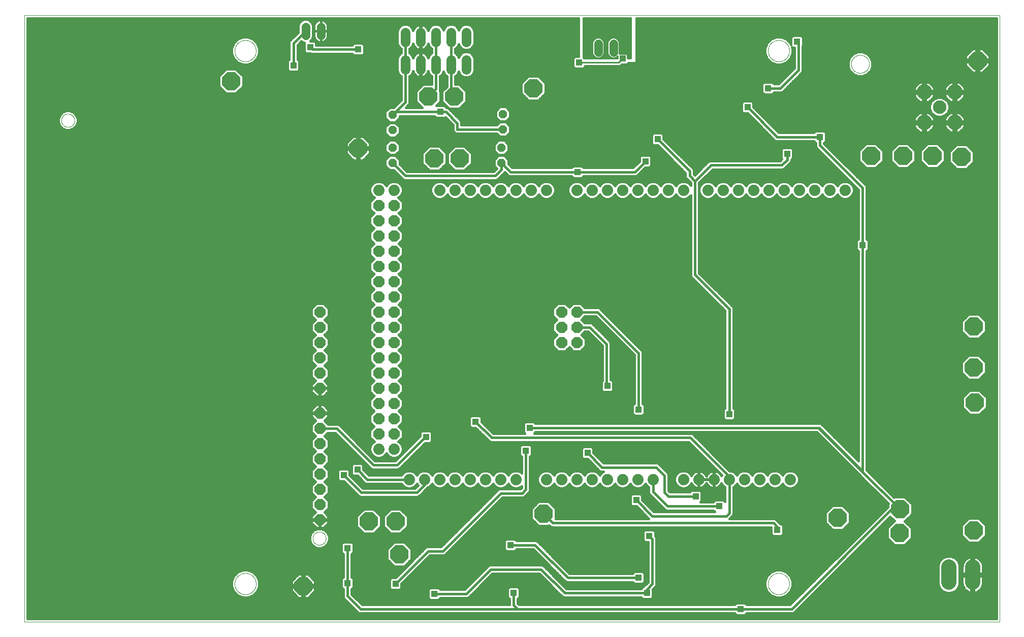
<source format=gbl>
G75*
%MOIN*%
%OFA0B0*%
%FSLAX25Y25*%
%IPPOS*%
%LPD*%
%AMOC8*
5,1,8,0,0,1.08239X$1,22.5*
%
%ADD10C,0.00000*%
%ADD11C,0.10039*%
%ADD12OC8,0.12000*%
%ADD13C,0.07400*%
%ADD14OC8,0.07400*%
%ADD15C,0.08850*%
%ADD16C,0.10050*%
%ADD17OC8,0.05600*%
%ADD18C,0.05600*%
%ADD19C,0.06400*%
%ADD20C,0.01600*%
%ADD21R,0.03962X0.03962*%
%ADD22C,0.01000*%
D10*
X0006800Y0006896D02*
X0006800Y0405396D01*
X0646800Y0405396D01*
X0646800Y0006896D01*
X0006800Y0006896D01*
X0144800Y0031896D02*
X0144802Y0032068D01*
X0144808Y0032239D01*
X0144819Y0032411D01*
X0144834Y0032582D01*
X0144853Y0032753D01*
X0144876Y0032923D01*
X0144903Y0033093D01*
X0144935Y0033262D01*
X0144970Y0033430D01*
X0145010Y0033597D01*
X0145054Y0033763D01*
X0145101Y0033928D01*
X0145153Y0034092D01*
X0145209Y0034254D01*
X0145269Y0034415D01*
X0145333Y0034575D01*
X0145401Y0034733D01*
X0145472Y0034889D01*
X0145547Y0035043D01*
X0145627Y0035196D01*
X0145709Y0035346D01*
X0145796Y0035495D01*
X0145886Y0035641D01*
X0145980Y0035785D01*
X0146077Y0035927D01*
X0146178Y0036066D01*
X0146282Y0036203D01*
X0146389Y0036337D01*
X0146500Y0036468D01*
X0146613Y0036597D01*
X0146730Y0036723D01*
X0146850Y0036846D01*
X0146973Y0036966D01*
X0147099Y0037083D01*
X0147228Y0037196D01*
X0147359Y0037307D01*
X0147493Y0037414D01*
X0147630Y0037518D01*
X0147769Y0037619D01*
X0147911Y0037716D01*
X0148055Y0037810D01*
X0148201Y0037900D01*
X0148350Y0037987D01*
X0148500Y0038069D01*
X0148653Y0038149D01*
X0148807Y0038224D01*
X0148963Y0038295D01*
X0149121Y0038363D01*
X0149281Y0038427D01*
X0149442Y0038487D01*
X0149604Y0038543D01*
X0149768Y0038595D01*
X0149933Y0038642D01*
X0150099Y0038686D01*
X0150266Y0038726D01*
X0150434Y0038761D01*
X0150603Y0038793D01*
X0150773Y0038820D01*
X0150943Y0038843D01*
X0151114Y0038862D01*
X0151285Y0038877D01*
X0151457Y0038888D01*
X0151628Y0038894D01*
X0151800Y0038896D01*
X0151972Y0038894D01*
X0152143Y0038888D01*
X0152315Y0038877D01*
X0152486Y0038862D01*
X0152657Y0038843D01*
X0152827Y0038820D01*
X0152997Y0038793D01*
X0153166Y0038761D01*
X0153334Y0038726D01*
X0153501Y0038686D01*
X0153667Y0038642D01*
X0153832Y0038595D01*
X0153996Y0038543D01*
X0154158Y0038487D01*
X0154319Y0038427D01*
X0154479Y0038363D01*
X0154637Y0038295D01*
X0154793Y0038224D01*
X0154947Y0038149D01*
X0155100Y0038069D01*
X0155250Y0037987D01*
X0155399Y0037900D01*
X0155545Y0037810D01*
X0155689Y0037716D01*
X0155831Y0037619D01*
X0155970Y0037518D01*
X0156107Y0037414D01*
X0156241Y0037307D01*
X0156372Y0037196D01*
X0156501Y0037083D01*
X0156627Y0036966D01*
X0156750Y0036846D01*
X0156870Y0036723D01*
X0156987Y0036597D01*
X0157100Y0036468D01*
X0157211Y0036337D01*
X0157318Y0036203D01*
X0157422Y0036066D01*
X0157523Y0035927D01*
X0157620Y0035785D01*
X0157714Y0035641D01*
X0157804Y0035495D01*
X0157891Y0035346D01*
X0157973Y0035196D01*
X0158053Y0035043D01*
X0158128Y0034889D01*
X0158199Y0034733D01*
X0158267Y0034575D01*
X0158331Y0034415D01*
X0158391Y0034254D01*
X0158447Y0034092D01*
X0158499Y0033928D01*
X0158546Y0033763D01*
X0158590Y0033597D01*
X0158630Y0033430D01*
X0158665Y0033262D01*
X0158697Y0033093D01*
X0158724Y0032923D01*
X0158747Y0032753D01*
X0158766Y0032582D01*
X0158781Y0032411D01*
X0158792Y0032239D01*
X0158798Y0032068D01*
X0158800Y0031896D01*
X0158798Y0031724D01*
X0158792Y0031553D01*
X0158781Y0031381D01*
X0158766Y0031210D01*
X0158747Y0031039D01*
X0158724Y0030869D01*
X0158697Y0030699D01*
X0158665Y0030530D01*
X0158630Y0030362D01*
X0158590Y0030195D01*
X0158546Y0030029D01*
X0158499Y0029864D01*
X0158447Y0029700D01*
X0158391Y0029538D01*
X0158331Y0029377D01*
X0158267Y0029217D01*
X0158199Y0029059D01*
X0158128Y0028903D01*
X0158053Y0028749D01*
X0157973Y0028596D01*
X0157891Y0028446D01*
X0157804Y0028297D01*
X0157714Y0028151D01*
X0157620Y0028007D01*
X0157523Y0027865D01*
X0157422Y0027726D01*
X0157318Y0027589D01*
X0157211Y0027455D01*
X0157100Y0027324D01*
X0156987Y0027195D01*
X0156870Y0027069D01*
X0156750Y0026946D01*
X0156627Y0026826D01*
X0156501Y0026709D01*
X0156372Y0026596D01*
X0156241Y0026485D01*
X0156107Y0026378D01*
X0155970Y0026274D01*
X0155831Y0026173D01*
X0155689Y0026076D01*
X0155545Y0025982D01*
X0155399Y0025892D01*
X0155250Y0025805D01*
X0155100Y0025723D01*
X0154947Y0025643D01*
X0154793Y0025568D01*
X0154637Y0025497D01*
X0154479Y0025429D01*
X0154319Y0025365D01*
X0154158Y0025305D01*
X0153996Y0025249D01*
X0153832Y0025197D01*
X0153667Y0025150D01*
X0153501Y0025106D01*
X0153334Y0025066D01*
X0153166Y0025031D01*
X0152997Y0024999D01*
X0152827Y0024972D01*
X0152657Y0024949D01*
X0152486Y0024930D01*
X0152315Y0024915D01*
X0152143Y0024904D01*
X0151972Y0024898D01*
X0151800Y0024896D01*
X0151628Y0024898D01*
X0151457Y0024904D01*
X0151285Y0024915D01*
X0151114Y0024930D01*
X0150943Y0024949D01*
X0150773Y0024972D01*
X0150603Y0024999D01*
X0150434Y0025031D01*
X0150266Y0025066D01*
X0150099Y0025106D01*
X0149933Y0025150D01*
X0149768Y0025197D01*
X0149604Y0025249D01*
X0149442Y0025305D01*
X0149281Y0025365D01*
X0149121Y0025429D01*
X0148963Y0025497D01*
X0148807Y0025568D01*
X0148653Y0025643D01*
X0148500Y0025723D01*
X0148350Y0025805D01*
X0148201Y0025892D01*
X0148055Y0025982D01*
X0147911Y0026076D01*
X0147769Y0026173D01*
X0147630Y0026274D01*
X0147493Y0026378D01*
X0147359Y0026485D01*
X0147228Y0026596D01*
X0147099Y0026709D01*
X0146973Y0026826D01*
X0146850Y0026946D01*
X0146730Y0027069D01*
X0146613Y0027195D01*
X0146500Y0027324D01*
X0146389Y0027455D01*
X0146282Y0027589D01*
X0146178Y0027726D01*
X0146077Y0027865D01*
X0145980Y0028007D01*
X0145886Y0028151D01*
X0145796Y0028297D01*
X0145709Y0028446D01*
X0145627Y0028596D01*
X0145547Y0028749D01*
X0145472Y0028903D01*
X0145401Y0029059D01*
X0145333Y0029217D01*
X0145269Y0029377D01*
X0145209Y0029538D01*
X0145153Y0029700D01*
X0145101Y0029864D01*
X0145054Y0030029D01*
X0145010Y0030195D01*
X0144970Y0030362D01*
X0144935Y0030530D01*
X0144903Y0030699D01*
X0144876Y0030869D01*
X0144853Y0031039D01*
X0144834Y0031210D01*
X0144819Y0031381D01*
X0144808Y0031553D01*
X0144802Y0031724D01*
X0144800Y0031896D01*
X0195989Y0061739D02*
X0195991Y0061870D01*
X0195997Y0062002D01*
X0196007Y0062133D01*
X0196021Y0062264D01*
X0196039Y0062394D01*
X0196061Y0062523D01*
X0196086Y0062652D01*
X0196116Y0062780D01*
X0196150Y0062907D01*
X0196187Y0063034D01*
X0196228Y0063158D01*
X0196273Y0063282D01*
X0196322Y0063404D01*
X0196374Y0063525D01*
X0196430Y0063643D01*
X0196490Y0063761D01*
X0196553Y0063876D01*
X0196620Y0063989D01*
X0196690Y0064101D01*
X0196763Y0064210D01*
X0196839Y0064316D01*
X0196919Y0064421D01*
X0197002Y0064523D01*
X0197088Y0064622D01*
X0197177Y0064719D01*
X0197269Y0064813D01*
X0197364Y0064904D01*
X0197461Y0064993D01*
X0197561Y0065078D01*
X0197664Y0065160D01*
X0197769Y0065239D01*
X0197876Y0065315D01*
X0197986Y0065387D01*
X0198098Y0065456D01*
X0198212Y0065522D01*
X0198327Y0065584D01*
X0198445Y0065643D01*
X0198564Y0065698D01*
X0198685Y0065750D01*
X0198808Y0065797D01*
X0198932Y0065841D01*
X0199057Y0065882D01*
X0199183Y0065918D01*
X0199311Y0065951D01*
X0199439Y0065979D01*
X0199568Y0066004D01*
X0199698Y0066025D01*
X0199828Y0066042D01*
X0199959Y0066055D01*
X0200090Y0066064D01*
X0200221Y0066069D01*
X0200353Y0066070D01*
X0200484Y0066067D01*
X0200616Y0066060D01*
X0200747Y0066049D01*
X0200877Y0066034D01*
X0201007Y0066015D01*
X0201137Y0065992D01*
X0201265Y0065966D01*
X0201393Y0065935D01*
X0201520Y0065900D01*
X0201646Y0065862D01*
X0201770Y0065820D01*
X0201894Y0065774D01*
X0202015Y0065724D01*
X0202135Y0065671D01*
X0202254Y0065614D01*
X0202371Y0065554D01*
X0202485Y0065490D01*
X0202598Y0065422D01*
X0202709Y0065351D01*
X0202818Y0065277D01*
X0202924Y0065200D01*
X0203028Y0065119D01*
X0203129Y0065036D01*
X0203228Y0064949D01*
X0203324Y0064859D01*
X0203417Y0064766D01*
X0203508Y0064671D01*
X0203595Y0064573D01*
X0203680Y0064472D01*
X0203761Y0064369D01*
X0203839Y0064263D01*
X0203914Y0064155D01*
X0203986Y0064045D01*
X0204054Y0063933D01*
X0204119Y0063819D01*
X0204180Y0063702D01*
X0204238Y0063584D01*
X0204292Y0063464D01*
X0204343Y0063343D01*
X0204390Y0063220D01*
X0204433Y0063096D01*
X0204472Y0062971D01*
X0204508Y0062844D01*
X0204539Y0062716D01*
X0204567Y0062588D01*
X0204591Y0062459D01*
X0204611Y0062329D01*
X0204627Y0062198D01*
X0204639Y0062067D01*
X0204647Y0061936D01*
X0204651Y0061805D01*
X0204651Y0061673D01*
X0204647Y0061542D01*
X0204639Y0061411D01*
X0204627Y0061280D01*
X0204611Y0061149D01*
X0204591Y0061019D01*
X0204567Y0060890D01*
X0204539Y0060762D01*
X0204508Y0060634D01*
X0204472Y0060507D01*
X0204433Y0060382D01*
X0204390Y0060258D01*
X0204343Y0060135D01*
X0204292Y0060014D01*
X0204238Y0059894D01*
X0204180Y0059776D01*
X0204119Y0059659D01*
X0204054Y0059545D01*
X0203986Y0059433D01*
X0203914Y0059323D01*
X0203839Y0059215D01*
X0203761Y0059109D01*
X0203680Y0059006D01*
X0203595Y0058905D01*
X0203508Y0058807D01*
X0203417Y0058712D01*
X0203324Y0058619D01*
X0203228Y0058529D01*
X0203129Y0058442D01*
X0203028Y0058359D01*
X0202924Y0058278D01*
X0202818Y0058201D01*
X0202709Y0058127D01*
X0202598Y0058056D01*
X0202486Y0057988D01*
X0202371Y0057924D01*
X0202254Y0057864D01*
X0202135Y0057807D01*
X0202015Y0057754D01*
X0201894Y0057704D01*
X0201770Y0057658D01*
X0201646Y0057616D01*
X0201520Y0057578D01*
X0201393Y0057543D01*
X0201265Y0057512D01*
X0201137Y0057486D01*
X0201007Y0057463D01*
X0200877Y0057444D01*
X0200747Y0057429D01*
X0200616Y0057418D01*
X0200484Y0057411D01*
X0200353Y0057408D01*
X0200221Y0057409D01*
X0200090Y0057414D01*
X0199959Y0057423D01*
X0199828Y0057436D01*
X0199698Y0057453D01*
X0199568Y0057474D01*
X0199439Y0057499D01*
X0199311Y0057527D01*
X0199183Y0057560D01*
X0199057Y0057596D01*
X0198932Y0057637D01*
X0198808Y0057681D01*
X0198685Y0057728D01*
X0198564Y0057780D01*
X0198445Y0057835D01*
X0198327Y0057894D01*
X0198212Y0057956D01*
X0198098Y0058022D01*
X0197986Y0058091D01*
X0197876Y0058163D01*
X0197769Y0058239D01*
X0197664Y0058318D01*
X0197561Y0058400D01*
X0197461Y0058485D01*
X0197364Y0058574D01*
X0197269Y0058665D01*
X0197177Y0058759D01*
X0197088Y0058856D01*
X0197002Y0058955D01*
X0196919Y0059057D01*
X0196839Y0059162D01*
X0196763Y0059268D01*
X0196690Y0059377D01*
X0196620Y0059489D01*
X0196553Y0059602D01*
X0196490Y0059717D01*
X0196430Y0059835D01*
X0196374Y0059953D01*
X0196322Y0060074D01*
X0196273Y0060196D01*
X0196228Y0060320D01*
X0196187Y0060444D01*
X0196150Y0060571D01*
X0196116Y0060698D01*
X0196086Y0060826D01*
X0196061Y0060955D01*
X0196039Y0061084D01*
X0196021Y0061214D01*
X0196007Y0061345D01*
X0195997Y0061476D01*
X0195991Y0061608D01*
X0195989Y0061739D01*
X0494800Y0031896D02*
X0494802Y0032068D01*
X0494808Y0032239D01*
X0494819Y0032411D01*
X0494834Y0032582D01*
X0494853Y0032753D01*
X0494876Y0032923D01*
X0494903Y0033093D01*
X0494935Y0033262D01*
X0494970Y0033430D01*
X0495010Y0033597D01*
X0495054Y0033763D01*
X0495101Y0033928D01*
X0495153Y0034092D01*
X0495209Y0034254D01*
X0495269Y0034415D01*
X0495333Y0034575D01*
X0495401Y0034733D01*
X0495472Y0034889D01*
X0495547Y0035043D01*
X0495627Y0035196D01*
X0495709Y0035346D01*
X0495796Y0035495D01*
X0495886Y0035641D01*
X0495980Y0035785D01*
X0496077Y0035927D01*
X0496178Y0036066D01*
X0496282Y0036203D01*
X0496389Y0036337D01*
X0496500Y0036468D01*
X0496613Y0036597D01*
X0496730Y0036723D01*
X0496850Y0036846D01*
X0496973Y0036966D01*
X0497099Y0037083D01*
X0497228Y0037196D01*
X0497359Y0037307D01*
X0497493Y0037414D01*
X0497630Y0037518D01*
X0497769Y0037619D01*
X0497911Y0037716D01*
X0498055Y0037810D01*
X0498201Y0037900D01*
X0498350Y0037987D01*
X0498500Y0038069D01*
X0498653Y0038149D01*
X0498807Y0038224D01*
X0498963Y0038295D01*
X0499121Y0038363D01*
X0499281Y0038427D01*
X0499442Y0038487D01*
X0499604Y0038543D01*
X0499768Y0038595D01*
X0499933Y0038642D01*
X0500099Y0038686D01*
X0500266Y0038726D01*
X0500434Y0038761D01*
X0500603Y0038793D01*
X0500773Y0038820D01*
X0500943Y0038843D01*
X0501114Y0038862D01*
X0501285Y0038877D01*
X0501457Y0038888D01*
X0501628Y0038894D01*
X0501800Y0038896D01*
X0501972Y0038894D01*
X0502143Y0038888D01*
X0502315Y0038877D01*
X0502486Y0038862D01*
X0502657Y0038843D01*
X0502827Y0038820D01*
X0502997Y0038793D01*
X0503166Y0038761D01*
X0503334Y0038726D01*
X0503501Y0038686D01*
X0503667Y0038642D01*
X0503832Y0038595D01*
X0503996Y0038543D01*
X0504158Y0038487D01*
X0504319Y0038427D01*
X0504479Y0038363D01*
X0504637Y0038295D01*
X0504793Y0038224D01*
X0504947Y0038149D01*
X0505100Y0038069D01*
X0505250Y0037987D01*
X0505399Y0037900D01*
X0505545Y0037810D01*
X0505689Y0037716D01*
X0505831Y0037619D01*
X0505970Y0037518D01*
X0506107Y0037414D01*
X0506241Y0037307D01*
X0506372Y0037196D01*
X0506501Y0037083D01*
X0506627Y0036966D01*
X0506750Y0036846D01*
X0506870Y0036723D01*
X0506987Y0036597D01*
X0507100Y0036468D01*
X0507211Y0036337D01*
X0507318Y0036203D01*
X0507422Y0036066D01*
X0507523Y0035927D01*
X0507620Y0035785D01*
X0507714Y0035641D01*
X0507804Y0035495D01*
X0507891Y0035346D01*
X0507973Y0035196D01*
X0508053Y0035043D01*
X0508128Y0034889D01*
X0508199Y0034733D01*
X0508267Y0034575D01*
X0508331Y0034415D01*
X0508391Y0034254D01*
X0508447Y0034092D01*
X0508499Y0033928D01*
X0508546Y0033763D01*
X0508590Y0033597D01*
X0508630Y0033430D01*
X0508665Y0033262D01*
X0508697Y0033093D01*
X0508724Y0032923D01*
X0508747Y0032753D01*
X0508766Y0032582D01*
X0508781Y0032411D01*
X0508792Y0032239D01*
X0508798Y0032068D01*
X0508800Y0031896D01*
X0508798Y0031724D01*
X0508792Y0031553D01*
X0508781Y0031381D01*
X0508766Y0031210D01*
X0508747Y0031039D01*
X0508724Y0030869D01*
X0508697Y0030699D01*
X0508665Y0030530D01*
X0508630Y0030362D01*
X0508590Y0030195D01*
X0508546Y0030029D01*
X0508499Y0029864D01*
X0508447Y0029700D01*
X0508391Y0029538D01*
X0508331Y0029377D01*
X0508267Y0029217D01*
X0508199Y0029059D01*
X0508128Y0028903D01*
X0508053Y0028749D01*
X0507973Y0028596D01*
X0507891Y0028446D01*
X0507804Y0028297D01*
X0507714Y0028151D01*
X0507620Y0028007D01*
X0507523Y0027865D01*
X0507422Y0027726D01*
X0507318Y0027589D01*
X0507211Y0027455D01*
X0507100Y0027324D01*
X0506987Y0027195D01*
X0506870Y0027069D01*
X0506750Y0026946D01*
X0506627Y0026826D01*
X0506501Y0026709D01*
X0506372Y0026596D01*
X0506241Y0026485D01*
X0506107Y0026378D01*
X0505970Y0026274D01*
X0505831Y0026173D01*
X0505689Y0026076D01*
X0505545Y0025982D01*
X0505399Y0025892D01*
X0505250Y0025805D01*
X0505100Y0025723D01*
X0504947Y0025643D01*
X0504793Y0025568D01*
X0504637Y0025497D01*
X0504479Y0025429D01*
X0504319Y0025365D01*
X0504158Y0025305D01*
X0503996Y0025249D01*
X0503832Y0025197D01*
X0503667Y0025150D01*
X0503501Y0025106D01*
X0503334Y0025066D01*
X0503166Y0025031D01*
X0502997Y0024999D01*
X0502827Y0024972D01*
X0502657Y0024949D01*
X0502486Y0024930D01*
X0502315Y0024915D01*
X0502143Y0024904D01*
X0501972Y0024898D01*
X0501800Y0024896D01*
X0501628Y0024898D01*
X0501457Y0024904D01*
X0501285Y0024915D01*
X0501114Y0024930D01*
X0500943Y0024949D01*
X0500773Y0024972D01*
X0500603Y0024999D01*
X0500434Y0025031D01*
X0500266Y0025066D01*
X0500099Y0025106D01*
X0499933Y0025150D01*
X0499768Y0025197D01*
X0499604Y0025249D01*
X0499442Y0025305D01*
X0499281Y0025365D01*
X0499121Y0025429D01*
X0498963Y0025497D01*
X0498807Y0025568D01*
X0498653Y0025643D01*
X0498500Y0025723D01*
X0498350Y0025805D01*
X0498201Y0025892D01*
X0498055Y0025982D01*
X0497911Y0026076D01*
X0497769Y0026173D01*
X0497630Y0026274D01*
X0497493Y0026378D01*
X0497359Y0026485D01*
X0497228Y0026596D01*
X0497099Y0026709D01*
X0496973Y0026826D01*
X0496850Y0026946D01*
X0496730Y0027069D01*
X0496613Y0027195D01*
X0496500Y0027324D01*
X0496389Y0027455D01*
X0496282Y0027589D01*
X0496178Y0027726D01*
X0496077Y0027865D01*
X0495980Y0028007D01*
X0495886Y0028151D01*
X0495796Y0028297D01*
X0495709Y0028446D01*
X0495627Y0028596D01*
X0495547Y0028749D01*
X0495472Y0028903D01*
X0495401Y0029059D01*
X0495333Y0029217D01*
X0495269Y0029377D01*
X0495209Y0029538D01*
X0495153Y0029700D01*
X0495101Y0029864D01*
X0495054Y0030029D01*
X0495010Y0030195D01*
X0494970Y0030362D01*
X0494935Y0030530D01*
X0494903Y0030699D01*
X0494876Y0030869D01*
X0494853Y0031039D01*
X0494834Y0031210D01*
X0494819Y0031381D01*
X0494808Y0031553D01*
X0494802Y0031724D01*
X0494800Y0031896D01*
X0031028Y0336148D02*
X0031030Y0336279D01*
X0031036Y0336411D01*
X0031046Y0336542D01*
X0031060Y0336673D01*
X0031078Y0336803D01*
X0031100Y0336932D01*
X0031125Y0337061D01*
X0031155Y0337189D01*
X0031189Y0337316D01*
X0031226Y0337443D01*
X0031267Y0337567D01*
X0031312Y0337691D01*
X0031361Y0337813D01*
X0031413Y0337934D01*
X0031469Y0338052D01*
X0031529Y0338170D01*
X0031592Y0338285D01*
X0031659Y0338398D01*
X0031729Y0338510D01*
X0031802Y0338619D01*
X0031878Y0338725D01*
X0031958Y0338830D01*
X0032041Y0338932D01*
X0032127Y0339031D01*
X0032216Y0339128D01*
X0032308Y0339222D01*
X0032403Y0339313D01*
X0032500Y0339402D01*
X0032600Y0339487D01*
X0032703Y0339569D01*
X0032808Y0339648D01*
X0032915Y0339724D01*
X0033025Y0339796D01*
X0033137Y0339865D01*
X0033251Y0339931D01*
X0033366Y0339993D01*
X0033484Y0340052D01*
X0033603Y0340107D01*
X0033724Y0340159D01*
X0033847Y0340206D01*
X0033971Y0340250D01*
X0034096Y0340291D01*
X0034222Y0340327D01*
X0034350Y0340360D01*
X0034478Y0340388D01*
X0034607Y0340413D01*
X0034737Y0340434D01*
X0034867Y0340451D01*
X0034998Y0340464D01*
X0035129Y0340473D01*
X0035260Y0340478D01*
X0035392Y0340479D01*
X0035523Y0340476D01*
X0035655Y0340469D01*
X0035786Y0340458D01*
X0035916Y0340443D01*
X0036046Y0340424D01*
X0036176Y0340401D01*
X0036304Y0340375D01*
X0036432Y0340344D01*
X0036559Y0340309D01*
X0036685Y0340271D01*
X0036809Y0340229D01*
X0036933Y0340183D01*
X0037054Y0340133D01*
X0037174Y0340080D01*
X0037293Y0340023D01*
X0037410Y0339963D01*
X0037524Y0339899D01*
X0037637Y0339831D01*
X0037748Y0339760D01*
X0037857Y0339686D01*
X0037963Y0339609D01*
X0038067Y0339528D01*
X0038168Y0339445D01*
X0038267Y0339358D01*
X0038363Y0339268D01*
X0038456Y0339175D01*
X0038547Y0339080D01*
X0038634Y0338982D01*
X0038719Y0338881D01*
X0038800Y0338778D01*
X0038878Y0338672D01*
X0038953Y0338564D01*
X0039025Y0338454D01*
X0039093Y0338342D01*
X0039158Y0338228D01*
X0039219Y0338111D01*
X0039277Y0337993D01*
X0039331Y0337873D01*
X0039382Y0337752D01*
X0039429Y0337629D01*
X0039472Y0337505D01*
X0039511Y0337380D01*
X0039547Y0337253D01*
X0039578Y0337125D01*
X0039606Y0336997D01*
X0039630Y0336868D01*
X0039650Y0336738D01*
X0039666Y0336607D01*
X0039678Y0336476D01*
X0039686Y0336345D01*
X0039690Y0336214D01*
X0039690Y0336082D01*
X0039686Y0335951D01*
X0039678Y0335820D01*
X0039666Y0335689D01*
X0039650Y0335558D01*
X0039630Y0335428D01*
X0039606Y0335299D01*
X0039578Y0335171D01*
X0039547Y0335043D01*
X0039511Y0334916D01*
X0039472Y0334791D01*
X0039429Y0334667D01*
X0039382Y0334544D01*
X0039331Y0334423D01*
X0039277Y0334303D01*
X0039219Y0334185D01*
X0039158Y0334068D01*
X0039093Y0333954D01*
X0039025Y0333842D01*
X0038953Y0333732D01*
X0038878Y0333624D01*
X0038800Y0333518D01*
X0038719Y0333415D01*
X0038634Y0333314D01*
X0038547Y0333216D01*
X0038456Y0333121D01*
X0038363Y0333028D01*
X0038267Y0332938D01*
X0038168Y0332851D01*
X0038067Y0332768D01*
X0037963Y0332687D01*
X0037857Y0332610D01*
X0037748Y0332536D01*
X0037637Y0332465D01*
X0037525Y0332397D01*
X0037410Y0332333D01*
X0037293Y0332273D01*
X0037174Y0332216D01*
X0037054Y0332163D01*
X0036933Y0332113D01*
X0036809Y0332067D01*
X0036685Y0332025D01*
X0036559Y0331987D01*
X0036432Y0331952D01*
X0036304Y0331921D01*
X0036176Y0331895D01*
X0036046Y0331872D01*
X0035916Y0331853D01*
X0035786Y0331838D01*
X0035655Y0331827D01*
X0035523Y0331820D01*
X0035392Y0331817D01*
X0035260Y0331818D01*
X0035129Y0331823D01*
X0034998Y0331832D01*
X0034867Y0331845D01*
X0034737Y0331862D01*
X0034607Y0331883D01*
X0034478Y0331908D01*
X0034350Y0331936D01*
X0034222Y0331969D01*
X0034096Y0332005D01*
X0033971Y0332046D01*
X0033847Y0332090D01*
X0033724Y0332137D01*
X0033603Y0332189D01*
X0033484Y0332244D01*
X0033366Y0332303D01*
X0033251Y0332365D01*
X0033137Y0332431D01*
X0033025Y0332500D01*
X0032915Y0332572D01*
X0032808Y0332648D01*
X0032703Y0332727D01*
X0032600Y0332809D01*
X0032500Y0332894D01*
X0032403Y0332983D01*
X0032308Y0333074D01*
X0032216Y0333168D01*
X0032127Y0333265D01*
X0032041Y0333364D01*
X0031958Y0333466D01*
X0031878Y0333571D01*
X0031802Y0333677D01*
X0031729Y0333786D01*
X0031659Y0333898D01*
X0031592Y0334011D01*
X0031529Y0334126D01*
X0031469Y0334244D01*
X0031413Y0334362D01*
X0031361Y0334483D01*
X0031312Y0334605D01*
X0031267Y0334729D01*
X0031226Y0334853D01*
X0031189Y0334980D01*
X0031155Y0335107D01*
X0031125Y0335235D01*
X0031100Y0335364D01*
X0031078Y0335493D01*
X0031060Y0335623D01*
X0031046Y0335754D01*
X0031036Y0335885D01*
X0031030Y0336017D01*
X0031028Y0336148D01*
X0144800Y0381896D02*
X0144802Y0382068D01*
X0144808Y0382239D01*
X0144819Y0382411D01*
X0144834Y0382582D01*
X0144853Y0382753D01*
X0144876Y0382923D01*
X0144903Y0383093D01*
X0144935Y0383262D01*
X0144970Y0383430D01*
X0145010Y0383597D01*
X0145054Y0383763D01*
X0145101Y0383928D01*
X0145153Y0384092D01*
X0145209Y0384254D01*
X0145269Y0384415D01*
X0145333Y0384575D01*
X0145401Y0384733D01*
X0145472Y0384889D01*
X0145547Y0385043D01*
X0145627Y0385196D01*
X0145709Y0385346D01*
X0145796Y0385495D01*
X0145886Y0385641D01*
X0145980Y0385785D01*
X0146077Y0385927D01*
X0146178Y0386066D01*
X0146282Y0386203D01*
X0146389Y0386337D01*
X0146500Y0386468D01*
X0146613Y0386597D01*
X0146730Y0386723D01*
X0146850Y0386846D01*
X0146973Y0386966D01*
X0147099Y0387083D01*
X0147228Y0387196D01*
X0147359Y0387307D01*
X0147493Y0387414D01*
X0147630Y0387518D01*
X0147769Y0387619D01*
X0147911Y0387716D01*
X0148055Y0387810D01*
X0148201Y0387900D01*
X0148350Y0387987D01*
X0148500Y0388069D01*
X0148653Y0388149D01*
X0148807Y0388224D01*
X0148963Y0388295D01*
X0149121Y0388363D01*
X0149281Y0388427D01*
X0149442Y0388487D01*
X0149604Y0388543D01*
X0149768Y0388595D01*
X0149933Y0388642D01*
X0150099Y0388686D01*
X0150266Y0388726D01*
X0150434Y0388761D01*
X0150603Y0388793D01*
X0150773Y0388820D01*
X0150943Y0388843D01*
X0151114Y0388862D01*
X0151285Y0388877D01*
X0151457Y0388888D01*
X0151628Y0388894D01*
X0151800Y0388896D01*
X0151972Y0388894D01*
X0152143Y0388888D01*
X0152315Y0388877D01*
X0152486Y0388862D01*
X0152657Y0388843D01*
X0152827Y0388820D01*
X0152997Y0388793D01*
X0153166Y0388761D01*
X0153334Y0388726D01*
X0153501Y0388686D01*
X0153667Y0388642D01*
X0153832Y0388595D01*
X0153996Y0388543D01*
X0154158Y0388487D01*
X0154319Y0388427D01*
X0154479Y0388363D01*
X0154637Y0388295D01*
X0154793Y0388224D01*
X0154947Y0388149D01*
X0155100Y0388069D01*
X0155250Y0387987D01*
X0155399Y0387900D01*
X0155545Y0387810D01*
X0155689Y0387716D01*
X0155831Y0387619D01*
X0155970Y0387518D01*
X0156107Y0387414D01*
X0156241Y0387307D01*
X0156372Y0387196D01*
X0156501Y0387083D01*
X0156627Y0386966D01*
X0156750Y0386846D01*
X0156870Y0386723D01*
X0156987Y0386597D01*
X0157100Y0386468D01*
X0157211Y0386337D01*
X0157318Y0386203D01*
X0157422Y0386066D01*
X0157523Y0385927D01*
X0157620Y0385785D01*
X0157714Y0385641D01*
X0157804Y0385495D01*
X0157891Y0385346D01*
X0157973Y0385196D01*
X0158053Y0385043D01*
X0158128Y0384889D01*
X0158199Y0384733D01*
X0158267Y0384575D01*
X0158331Y0384415D01*
X0158391Y0384254D01*
X0158447Y0384092D01*
X0158499Y0383928D01*
X0158546Y0383763D01*
X0158590Y0383597D01*
X0158630Y0383430D01*
X0158665Y0383262D01*
X0158697Y0383093D01*
X0158724Y0382923D01*
X0158747Y0382753D01*
X0158766Y0382582D01*
X0158781Y0382411D01*
X0158792Y0382239D01*
X0158798Y0382068D01*
X0158800Y0381896D01*
X0158798Y0381724D01*
X0158792Y0381553D01*
X0158781Y0381381D01*
X0158766Y0381210D01*
X0158747Y0381039D01*
X0158724Y0380869D01*
X0158697Y0380699D01*
X0158665Y0380530D01*
X0158630Y0380362D01*
X0158590Y0380195D01*
X0158546Y0380029D01*
X0158499Y0379864D01*
X0158447Y0379700D01*
X0158391Y0379538D01*
X0158331Y0379377D01*
X0158267Y0379217D01*
X0158199Y0379059D01*
X0158128Y0378903D01*
X0158053Y0378749D01*
X0157973Y0378596D01*
X0157891Y0378446D01*
X0157804Y0378297D01*
X0157714Y0378151D01*
X0157620Y0378007D01*
X0157523Y0377865D01*
X0157422Y0377726D01*
X0157318Y0377589D01*
X0157211Y0377455D01*
X0157100Y0377324D01*
X0156987Y0377195D01*
X0156870Y0377069D01*
X0156750Y0376946D01*
X0156627Y0376826D01*
X0156501Y0376709D01*
X0156372Y0376596D01*
X0156241Y0376485D01*
X0156107Y0376378D01*
X0155970Y0376274D01*
X0155831Y0376173D01*
X0155689Y0376076D01*
X0155545Y0375982D01*
X0155399Y0375892D01*
X0155250Y0375805D01*
X0155100Y0375723D01*
X0154947Y0375643D01*
X0154793Y0375568D01*
X0154637Y0375497D01*
X0154479Y0375429D01*
X0154319Y0375365D01*
X0154158Y0375305D01*
X0153996Y0375249D01*
X0153832Y0375197D01*
X0153667Y0375150D01*
X0153501Y0375106D01*
X0153334Y0375066D01*
X0153166Y0375031D01*
X0152997Y0374999D01*
X0152827Y0374972D01*
X0152657Y0374949D01*
X0152486Y0374930D01*
X0152315Y0374915D01*
X0152143Y0374904D01*
X0151972Y0374898D01*
X0151800Y0374896D01*
X0151628Y0374898D01*
X0151457Y0374904D01*
X0151285Y0374915D01*
X0151114Y0374930D01*
X0150943Y0374949D01*
X0150773Y0374972D01*
X0150603Y0374999D01*
X0150434Y0375031D01*
X0150266Y0375066D01*
X0150099Y0375106D01*
X0149933Y0375150D01*
X0149768Y0375197D01*
X0149604Y0375249D01*
X0149442Y0375305D01*
X0149281Y0375365D01*
X0149121Y0375429D01*
X0148963Y0375497D01*
X0148807Y0375568D01*
X0148653Y0375643D01*
X0148500Y0375723D01*
X0148350Y0375805D01*
X0148201Y0375892D01*
X0148055Y0375982D01*
X0147911Y0376076D01*
X0147769Y0376173D01*
X0147630Y0376274D01*
X0147493Y0376378D01*
X0147359Y0376485D01*
X0147228Y0376596D01*
X0147099Y0376709D01*
X0146973Y0376826D01*
X0146850Y0376946D01*
X0146730Y0377069D01*
X0146613Y0377195D01*
X0146500Y0377324D01*
X0146389Y0377455D01*
X0146282Y0377589D01*
X0146178Y0377726D01*
X0146077Y0377865D01*
X0145980Y0378007D01*
X0145886Y0378151D01*
X0145796Y0378297D01*
X0145709Y0378446D01*
X0145627Y0378596D01*
X0145547Y0378749D01*
X0145472Y0378903D01*
X0145401Y0379059D01*
X0145333Y0379217D01*
X0145269Y0379377D01*
X0145209Y0379538D01*
X0145153Y0379700D01*
X0145101Y0379864D01*
X0145054Y0380029D01*
X0145010Y0380195D01*
X0144970Y0380362D01*
X0144935Y0380530D01*
X0144903Y0380699D01*
X0144876Y0380869D01*
X0144853Y0381039D01*
X0144834Y0381210D01*
X0144819Y0381381D01*
X0144808Y0381553D01*
X0144802Y0381724D01*
X0144800Y0381896D01*
X0494800Y0381896D02*
X0494802Y0382068D01*
X0494808Y0382239D01*
X0494819Y0382411D01*
X0494834Y0382582D01*
X0494853Y0382753D01*
X0494876Y0382923D01*
X0494903Y0383093D01*
X0494935Y0383262D01*
X0494970Y0383430D01*
X0495010Y0383597D01*
X0495054Y0383763D01*
X0495101Y0383928D01*
X0495153Y0384092D01*
X0495209Y0384254D01*
X0495269Y0384415D01*
X0495333Y0384575D01*
X0495401Y0384733D01*
X0495472Y0384889D01*
X0495547Y0385043D01*
X0495627Y0385196D01*
X0495709Y0385346D01*
X0495796Y0385495D01*
X0495886Y0385641D01*
X0495980Y0385785D01*
X0496077Y0385927D01*
X0496178Y0386066D01*
X0496282Y0386203D01*
X0496389Y0386337D01*
X0496500Y0386468D01*
X0496613Y0386597D01*
X0496730Y0386723D01*
X0496850Y0386846D01*
X0496973Y0386966D01*
X0497099Y0387083D01*
X0497228Y0387196D01*
X0497359Y0387307D01*
X0497493Y0387414D01*
X0497630Y0387518D01*
X0497769Y0387619D01*
X0497911Y0387716D01*
X0498055Y0387810D01*
X0498201Y0387900D01*
X0498350Y0387987D01*
X0498500Y0388069D01*
X0498653Y0388149D01*
X0498807Y0388224D01*
X0498963Y0388295D01*
X0499121Y0388363D01*
X0499281Y0388427D01*
X0499442Y0388487D01*
X0499604Y0388543D01*
X0499768Y0388595D01*
X0499933Y0388642D01*
X0500099Y0388686D01*
X0500266Y0388726D01*
X0500434Y0388761D01*
X0500603Y0388793D01*
X0500773Y0388820D01*
X0500943Y0388843D01*
X0501114Y0388862D01*
X0501285Y0388877D01*
X0501457Y0388888D01*
X0501628Y0388894D01*
X0501800Y0388896D01*
X0501972Y0388894D01*
X0502143Y0388888D01*
X0502315Y0388877D01*
X0502486Y0388862D01*
X0502657Y0388843D01*
X0502827Y0388820D01*
X0502997Y0388793D01*
X0503166Y0388761D01*
X0503334Y0388726D01*
X0503501Y0388686D01*
X0503667Y0388642D01*
X0503832Y0388595D01*
X0503996Y0388543D01*
X0504158Y0388487D01*
X0504319Y0388427D01*
X0504479Y0388363D01*
X0504637Y0388295D01*
X0504793Y0388224D01*
X0504947Y0388149D01*
X0505100Y0388069D01*
X0505250Y0387987D01*
X0505399Y0387900D01*
X0505545Y0387810D01*
X0505689Y0387716D01*
X0505831Y0387619D01*
X0505970Y0387518D01*
X0506107Y0387414D01*
X0506241Y0387307D01*
X0506372Y0387196D01*
X0506501Y0387083D01*
X0506627Y0386966D01*
X0506750Y0386846D01*
X0506870Y0386723D01*
X0506987Y0386597D01*
X0507100Y0386468D01*
X0507211Y0386337D01*
X0507318Y0386203D01*
X0507422Y0386066D01*
X0507523Y0385927D01*
X0507620Y0385785D01*
X0507714Y0385641D01*
X0507804Y0385495D01*
X0507891Y0385346D01*
X0507973Y0385196D01*
X0508053Y0385043D01*
X0508128Y0384889D01*
X0508199Y0384733D01*
X0508267Y0384575D01*
X0508331Y0384415D01*
X0508391Y0384254D01*
X0508447Y0384092D01*
X0508499Y0383928D01*
X0508546Y0383763D01*
X0508590Y0383597D01*
X0508630Y0383430D01*
X0508665Y0383262D01*
X0508697Y0383093D01*
X0508724Y0382923D01*
X0508747Y0382753D01*
X0508766Y0382582D01*
X0508781Y0382411D01*
X0508792Y0382239D01*
X0508798Y0382068D01*
X0508800Y0381896D01*
X0508798Y0381724D01*
X0508792Y0381553D01*
X0508781Y0381381D01*
X0508766Y0381210D01*
X0508747Y0381039D01*
X0508724Y0380869D01*
X0508697Y0380699D01*
X0508665Y0380530D01*
X0508630Y0380362D01*
X0508590Y0380195D01*
X0508546Y0380029D01*
X0508499Y0379864D01*
X0508447Y0379700D01*
X0508391Y0379538D01*
X0508331Y0379377D01*
X0508267Y0379217D01*
X0508199Y0379059D01*
X0508128Y0378903D01*
X0508053Y0378749D01*
X0507973Y0378596D01*
X0507891Y0378446D01*
X0507804Y0378297D01*
X0507714Y0378151D01*
X0507620Y0378007D01*
X0507523Y0377865D01*
X0507422Y0377726D01*
X0507318Y0377589D01*
X0507211Y0377455D01*
X0507100Y0377324D01*
X0506987Y0377195D01*
X0506870Y0377069D01*
X0506750Y0376946D01*
X0506627Y0376826D01*
X0506501Y0376709D01*
X0506372Y0376596D01*
X0506241Y0376485D01*
X0506107Y0376378D01*
X0505970Y0376274D01*
X0505831Y0376173D01*
X0505689Y0376076D01*
X0505545Y0375982D01*
X0505399Y0375892D01*
X0505250Y0375805D01*
X0505100Y0375723D01*
X0504947Y0375643D01*
X0504793Y0375568D01*
X0504637Y0375497D01*
X0504479Y0375429D01*
X0504319Y0375365D01*
X0504158Y0375305D01*
X0503996Y0375249D01*
X0503832Y0375197D01*
X0503667Y0375150D01*
X0503501Y0375106D01*
X0503334Y0375066D01*
X0503166Y0375031D01*
X0502997Y0374999D01*
X0502827Y0374972D01*
X0502657Y0374949D01*
X0502486Y0374930D01*
X0502315Y0374915D01*
X0502143Y0374904D01*
X0501972Y0374898D01*
X0501800Y0374896D01*
X0501628Y0374898D01*
X0501457Y0374904D01*
X0501285Y0374915D01*
X0501114Y0374930D01*
X0500943Y0374949D01*
X0500773Y0374972D01*
X0500603Y0374999D01*
X0500434Y0375031D01*
X0500266Y0375066D01*
X0500099Y0375106D01*
X0499933Y0375150D01*
X0499768Y0375197D01*
X0499604Y0375249D01*
X0499442Y0375305D01*
X0499281Y0375365D01*
X0499121Y0375429D01*
X0498963Y0375497D01*
X0498807Y0375568D01*
X0498653Y0375643D01*
X0498500Y0375723D01*
X0498350Y0375805D01*
X0498201Y0375892D01*
X0498055Y0375982D01*
X0497911Y0376076D01*
X0497769Y0376173D01*
X0497630Y0376274D01*
X0497493Y0376378D01*
X0497359Y0376485D01*
X0497228Y0376596D01*
X0497099Y0376709D01*
X0496973Y0376826D01*
X0496850Y0376946D01*
X0496730Y0377069D01*
X0496613Y0377195D01*
X0496500Y0377324D01*
X0496389Y0377455D01*
X0496282Y0377589D01*
X0496178Y0377726D01*
X0496077Y0377865D01*
X0495980Y0378007D01*
X0495886Y0378151D01*
X0495796Y0378297D01*
X0495709Y0378446D01*
X0495627Y0378596D01*
X0495547Y0378749D01*
X0495472Y0378903D01*
X0495401Y0379059D01*
X0495333Y0379217D01*
X0495269Y0379377D01*
X0495209Y0379538D01*
X0495153Y0379700D01*
X0495101Y0379864D01*
X0495054Y0380029D01*
X0495010Y0380195D01*
X0494970Y0380362D01*
X0494935Y0380530D01*
X0494903Y0380699D01*
X0494876Y0380869D01*
X0494853Y0381039D01*
X0494834Y0381210D01*
X0494819Y0381381D01*
X0494808Y0381553D01*
X0494802Y0381724D01*
X0494800Y0381896D01*
X0549363Y0373243D02*
X0549365Y0373396D01*
X0549371Y0373550D01*
X0549381Y0373703D01*
X0549395Y0373855D01*
X0549413Y0374008D01*
X0549435Y0374159D01*
X0549460Y0374310D01*
X0549490Y0374461D01*
X0549524Y0374611D01*
X0549561Y0374759D01*
X0549602Y0374907D01*
X0549647Y0375053D01*
X0549696Y0375199D01*
X0549749Y0375343D01*
X0549805Y0375485D01*
X0549865Y0375626D01*
X0549929Y0375766D01*
X0549996Y0375904D01*
X0550067Y0376040D01*
X0550142Y0376174D01*
X0550219Y0376306D01*
X0550301Y0376436D01*
X0550385Y0376564D01*
X0550473Y0376690D01*
X0550564Y0376813D01*
X0550658Y0376934D01*
X0550756Y0377052D01*
X0550856Y0377168D01*
X0550960Y0377281D01*
X0551066Y0377392D01*
X0551175Y0377500D01*
X0551287Y0377605D01*
X0551401Y0377706D01*
X0551519Y0377805D01*
X0551638Y0377901D01*
X0551760Y0377994D01*
X0551885Y0378083D01*
X0552012Y0378170D01*
X0552141Y0378252D01*
X0552272Y0378332D01*
X0552405Y0378408D01*
X0552540Y0378481D01*
X0552677Y0378550D01*
X0552816Y0378615D01*
X0552956Y0378677D01*
X0553098Y0378735D01*
X0553241Y0378790D01*
X0553386Y0378841D01*
X0553532Y0378888D01*
X0553679Y0378931D01*
X0553827Y0378970D01*
X0553976Y0379006D01*
X0554126Y0379037D01*
X0554277Y0379065D01*
X0554428Y0379089D01*
X0554581Y0379109D01*
X0554733Y0379125D01*
X0554886Y0379137D01*
X0555039Y0379145D01*
X0555192Y0379149D01*
X0555346Y0379149D01*
X0555499Y0379145D01*
X0555652Y0379137D01*
X0555805Y0379125D01*
X0555957Y0379109D01*
X0556110Y0379089D01*
X0556261Y0379065D01*
X0556412Y0379037D01*
X0556562Y0379006D01*
X0556711Y0378970D01*
X0556859Y0378931D01*
X0557006Y0378888D01*
X0557152Y0378841D01*
X0557297Y0378790D01*
X0557440Y0378735D01*
X0557582Y0378677D01*
X0557722Y0378615D01*
X0557861Y0378550D01*
X0557998Y0378481D01*
X0558133Y0378408D01*
X0558266Y0378332D01*
X0558397Y0378252D01*
X0558526Y0378170D01*
X0558653Y0378083D01*
X0558778Y0377994D01*
X0558900Y0377901D01*
X0559019Y0377805D01*
X0559137Y0377706D01*
X0559251Y0377605D01*
X0559363Y0377500D01*
X0559472Y0377392D01*
X0559578Y0377281D01*
X0559682Y0377168D01*
X0559782Y0377052D01*
X0559880Y0376934D01*
X0559974Y0376813D01*
X0560065Y0376690D01*
X0560153Y0376564D01*
X0560237Y0376436D01*
X0560319Y0376306D01*
X0560396Y0376174D01*
X0560471Y0376040D01*
X0560542Y0375904D01*
X0560609Y0375766D01*
X0560673Y0375626D01*
X0560733Y0375485D01*
X0560789Y0375343D01*
X0560842Y0375199D01*
X0560891Y0375053D01*
X0560936Y0374907D01*
X0560977Y0374759D01*
X0561014Y0374611D01*
X0561048Y0374461D01*
X0561078Y0374310D01*
X0561103Y0374159D01*
X0561125Y0374008D01*
X0561143Y0373855D01*
X0561157Y0373703D01*
X0561167Y0373550D01*
X0561173Y0373396D01*
X0561175Y0373243D01*
X0561173Y0373090D01*
X0561167Y0372936D01*
X0561157Y0372783D01*
X0561143Y0372631D01*
X0561125Y0372478D01*
X0561103Y0372327D01*
X0561078Y0372176D01*
X0561048Y0372025D01*
X0561014Y0371875D01*
X0560977Y0371727D01*
X0560936Y0371579D01*
X0560891Y0371433D01*
X0560842Y0371287D01*
X0560789Y0371143D01*
X0560733Y0371001D01*
X0560673Y0370860D01*
X0560609Y0370720D01*
X0560542Y0370582D01*
X0560471Y0370446D01*
X0560396Y0370312D01*
X0560319Y0370180D01*
X0560237Y0370050D01*
X0560153Y0369922D01*
X0560065Y0369796D01*
X0559974Y0369673D01*
X0559880Y0369552D01*
X0559782Y0369434D01*
X0559682Y0369318D01*
X0559578Y0369205D01*
X0559472Y0369094D01*
X0559363Y0368986D01*
X0559251Y0368881D01*
X0559137Y0368780D01*
X0559019Y0368681D01*
X0558900Y0368585D01*
X0558778Y0368492D01*
X0558653Y0368403D01*
X0558526Y0368316D01*
X0558397Y0368234D01*
X0558266Y0368154D01*
X0558133Y0368078D01*
X0557998Y0368005D01*
X0557861Y0367936D01*
X0557722Y0367871D01*
X0557582Y0367809D01*
X0557440Y0367751D01*
X0557297Y0367696D01*
X0557152Y0367645D01*
X0557006Y0367598D01*
X0556859Y0367555D01*
X0556711Y0367516D01*
X0556562Y0367480D01*
X0556412Y0367449D01*
X0556261Y0367421D01*
X0556110Y0367397D01*
X0555957Y0367377D01*
X0555805Y0367361D01*
X0555652Y0367349D01*
X0555499Y0367341D01*
X0555346Y0367337D01*
X0555192Y0367337D01*
X0555039Y0367341D01*
X0554886Y0367349D01*
X0554733Y0367361D01*
X0554581Y0367377D01*
X0554428Y0367397D01*
X0554277Y0367421D01*
X0554126Y0367449D01*
X0553976Y0367480D01*
X0553827Y0367516D01*
X0553679Y0367555D01*
X0553532Y0367598D01*
X0553386Y0367645D01*
X0553241Y0367696D01*
X0553098Y0367751D01*
X0552956Y0367809D01*
X0552816Y0367871D01*
X0552677Y0367936D01*
X0552540Y0368005D01*
X0552405Y0368078D01*
X0552272Y0368154D01*
X0552141Y0368234D01*
X0552012Y0368316D01*
X0551885Y0368403D01*
X0551760Y0368492D01*
X0551638Y0368585D01*
X0551519Y0368681D01*
X0551401Y0368780D01*
X0551287Y0368881D01*
X0551175Y0368986D01*
X0551066Y0369094D01*
X0550960Y0369205D01*
X0550856Y0369318D01*
X0550756Y0369434D01*
X0550658Y0369552D01*
X0550564Y0369673D01*
X0550473Y0369796D01*
X0550385Y0369922D01*
X0550301Y0370050D01*
X0550219Y0370180D01*
X0550142Y0370312D01*
X0550067Y0370446D01*
X0549996Y0370582D01*
X0549929Y0370720D01*
X0549865Y0370860D01*
X0549805Y0371001D01*
X0549749Y0371143D01*
X0549696Y0371287D01*
X0549647Y0371433D01*
X0549602Y0371579D01*
X0549561Y0371727D01*
X0549524Y0371875D01*
X0549490Y0372025D01*
X0549460Y0372176D01*
X0549435Y0372327D01*
X0549413Y0372478D01*
X0549395Y0372631D01*
X0549381Y0372783D01*
X0549371Y0372936D01*
X0549365Y0373090D01*
X0549363Y0373243D01*
D11*
X0613505Y0042916D02*
X0613505Y0032876D01*
X0629095Y0032876D02*
X0629095Y0042916D01*
D12*
X0629800Y0066896D03*
X0581050Y0065146D03*
X0581300Y0080896D03*
X0540550Y0075396D03*
X0630300Y0150896D03*
X0629800Y0173896D03*
X0629800Y0200896D03*
X0621800Y0312396D03*
X0602800Y0312896D03*
X0583300Y0312896D03*
X0562300Y0312896D03*
X0632300Y0375396D03*
X0340800Y0357396D03*
X0288800Y0351896D03*
X0271800Y0351896D03*
X0225800Y0317896D03*
X0275800Y0311396D03*
X0292300Y0311396D03*
X0142300Y0361896D03*
X0347550Y0077896D03*
X0250300Y0072896D03*
X0232800Y0072896D03*
X0252800Y0051396D03*
X0189800Y0030396D03*
D13*
X0259300Y0100396D03*
X0269300Y0100396D03*
X0279300Y0100396D03*
X0289300Y0100396D03*
X0299300Y0100396D03*
X0309300Y0100396D03*
X0319300Y0100396D03*
X0329300Y0100396D03*
X0349300Y0100396D03*
X0359300Y0100396D03*
X0369300Y0100396D03*
X0379300Y0100396D03*
X0389300Y0100396D03*
X0399300Y0100396D03*
X0409300Y0100396D03*
X0419300Y0100396D03*
X0439300Y0100396D03*
X0449300Y0100396D03*
X0459300Y0100396D03*
X0469300Y0100396D03*
X0479300Y0100396D03*
X0489300Y0100396D03*
X0499300Y0100396D03*
X0509300Y0100396D03*
X0249300Y0120396D03*
X0239300Y0120396D03*
X0239300Y0290396D03*
X0249300Y0290396D03*
X0279300Y0290396D03*
X0289300Y0290396D03*
X0299300Y0290396D03*
X0309300Y0290396D03*
X0319300Y0290396D03*
X0329300Y0290396D03*
X0339300Y0290396D03*
X0349300Y0290396D03*
X0369300Y0290396D03*
X0379300Y0290396D03*
X0389300Y0290396D03*
X0399300Y0290396D03*
X0409300Y0290396D03*
X0419300Y0290396D03*
X0429300Y0290396D03*
X0439300Y0290396D03*
X0455300Y0290396D03*
X0465300Y0290396D03*
X0475300Y0290396D03*
X0485300Y0290396D03*
X0495300Y0290396D03*
X0505300Y0290396D03*
X0515300Y0290396D03*
X0525300Y0290396D03*
X0535300Y0290396D03*
X0545300Y0290396D03*
D14*
X0369300Y0210396D03*
X0369300Y0200396D03*
X0369300Y0190396D03*
X0359300Y0190396D03*
X0359300Y0200396D03*
X0359300Y0210396D03*
X0249300Y0210396D03*
X0249300Y0200396D03*
X0249300Y0190396D03*
X0239300Y0190396D03*
X0239300Y0200396D03*
X0239300Y0210396D03*
X0239300Y0220396D03*
X0249300Y0220396D03*
X0249300Y0230396D03*
X0239300Y0230396D03*
X0239300Y0240396D03*
X0249300Y0240396D03*
X0249300Y0250396D03*
X0239300Y0250396D03*
X0239300Y0260396D03*
X0249300Y0260396D03*
X0249300Y0270396D03*
X0239300Y0270396D03*
X0239300Y0280396D03*
X0249300Y0280396D03*
X0200713Y0210361D03*
X0200713Y0200361D03*
X0200713Y0190361D03*
X0200713Y0180361D03*
X0200713Y0170361D03*
X0200713Y0160361D03*
X0200713Y0143943D03*
X0200713Y0133943D03*
X0200713Y0123943D03*
X0200713Y0113943D03*
X0200713Y0103943D03*
X0200713Y0093943D03*
X0200713Y0083943D03*
X0200713Y0073943D03*
X0239300Y0130396D03*
X0249300Y0130396D03*
X0249300Y0140396D03*
X0239300Y0140396D03*
X0239300Y0150396D03*
X0249300Y0150396D03*
X0249300Y0160396D03*
X0239300Y0160396D03*
X0239300Y0170396D03*
X0249300Y0170396D03*
X0249300Y0180396D03*
X0239300Y0180396D03*
D15*
X0607300Y0344896D03*
D16*
X0597300Y0334896D03*
X0617300Y0334896D03*
X0617300Y0354896D03*
X0597300Y0354896D03*
D17*
X0320800Y0340396D03*
X0320800Y0330396D03*
X0319800Y0318396D03*
X0319800Y0308396D03*
X0248300Y0308396D03*
X0248300Y0318396D03*
X0248300Y0329896D03*
X0248300Y0339896D03*
D18*
X0201300Y0392096D02*
X0201300Y0397696D01*
X0191300Y0397696D02*
X0191300Y0392096D01*
X0383300Y0386696D02*
X0383300Y0381096D01*
X0393300Y0381096D02*
X0393300Y0386696D01*
D19*
X0296800Y0387696D02*
X0296800Y0394096D01*
X0286800Y0394096D02*
X0286800Y0387696D01*
X0276800Y0387696D02*
X0276800Y0394096D01*
X0266800Y0394096D02*
X0266800Y0387696D01*
X0256800Y0387696D02*
X0256800Y0394096D01*
X0256800Y0376096D02*
X0256800Y0369696D01*
X0266800Y0369696D02*
X0266800Y0376096D01*
X0276800Y0376096D02*
X0276800Y0369696D01*
X0286800Y0369696D02*
X0286800Y0376096D01*
X0296800Y0376096D02*
X0296800Y0369696D01*
D20*
X0302000Y0369758D02*
X0511202Y0369758D01*
X0512000Y0370556D02*
X0501640Y0360196D01*
X0498781Y0360196D01*
X0498781Y0360206D01*
X0497610Y0361377D01*
X0491990Y0361377D01*
X0490819Y0360206D01*
X0490819Y0354587D01*
X0491990Y0353415D01*
X0497610Y0353415D01*
X0498781Y0354587D01*
X0498781Y0354596D01*
X0503357Y0354596D01*
X0504386Y0355022D01*
X0516386Y0367022D01*
X0517174Y0367810D01*
X0517600Y0368839D01*
X0517600Y0384905D01*
X0517781Y0385087D01*
X0517781Y0390706D01*
X0516610Y0391877D01*
X0510990Y0391877D01*
X0509819Y0390706D01*
X0509819Y0386055D01*
X0509430Y0386994D01*
X0506898Y0389526D01*
X0503590Y0390896D01*
X0500010Y0390896D01*
X0496702Y0389526D01*
X0494170Y0386994D01*
X0492800Y0383686D01*
X0492800Y0380106D01*
X0494170Y0376798D01*
X0496702Y0374266D01*
X0500010Y0372896D01*
X0503590Y0372896D01*
X0506898Y0374266D01*
X0509430Y0376798D01*
X0510800Y0380106D01*
X0510800Y0383686D01*
X0510504Y0384402D01*
X0510990Y0383915D01*
X0512000Y0383915D01*
X0512000Y0370556D01*
X0512000Y0371357D02*
X0374551Y0371357D01*
X0374781Y0371587D02*
X0374781Y0371896D01*
X0397297Y0371896D01*
X0398216Y0372277D01*
X0398854Y0372915D01*
X0402110Y0372915D01*
X0403091Y0373896D01*
X0408300Y0373896D01*
X0408300Y0403396D01*
X0644800Y0403396D01*
X0644800Y0008896D01*
X0008800Y0008896D01*
X0008800Y0403396D01*
X0370300Y0403396D01*
X0370300Y0378377D01*
X0367990Y0378377D01*
X0366819Y0377206D01*
X0366819Y0371587D01*
X0367990Y0370415D01*
X0373610Y0370415D01*
X0374781Y0371587D01*
X0367049Y0371357D02*
X0302000Y0371357D01*
X0302000Y0372955D02*
X0366819Y0372955D01*
X0366819Y0374554D02*
X0302000Y0374554D01*
X0302000Y0376152D02*
X0366819Y0376152D01*
X0367364Y0377751D02*
X0301743Y0377751D01*
X0302000Y0377130D02*
X0301208Y0379042D01*
X0299746Y0380504D01*
X0297834Y0381296D01*
X0295766Y0381296D01*
X0293854Y0380504D01*
X0292392Y0379042D01*
X0291800Y0377613D01*
X0291208Y0379042D01*
X0289746Y0380504D01*
X0289600Y0380565D01*
X0289600Y0383227D01*
X0289746Y0383288D01*
X0291208Y0384750D01*
X0291800Y0386179D01*
X0292392Y0384750D01*
X0293854Y0383288D01*
X0295766Y0382496D01*
X0297834Y0382496D01*
X0299746Y0383288D01*
X0301208Y0384750D01*
X0302000Y0386662D01*
X0302000Y0395130D01*
X0301208Y0397042D01*
X0299746Y0398504D01*
X0297834Y0399296D01*
X0295766Y0399296D01*
X0293854Y0398504D01*
X0292392Y0397042D01*
X0291800Y0395613D01*
X0291208Y0397042D01*
X0289746Y0398504D01*
X0287834Y0399296D01*
X0285766Y0399296D01*
X0283854Y0398504D01*
X0282392Y0397042D01*
X0281800Y0395613D01*
X0281208Y0397042D01*
X0279746Y0398504D01*
X0277834Y0399296D01*
X0275766Y0399296D01*
X0273854Y0398504D01*
X0272392Y0397042D01*
X0271668Y0395294D01*
X0271434Y0396015D01*
X0271076Y0396717D01*
X0270614Y0397353D01*
X0270057Y0397910D01*
X0269421Y0398372D01*
X0268719Y0398730D01*
X0267971Y0398973D01*
X0267194Y0399096D01*
X0267000Y0399096D01*
X0267000Y0391096D01*
X0266600Y0391096D01*
X0266600Y0399096D01*
X0266406Y0399096D01*
X0265629Y0398973D01*
X0264881Y0398730D01*
X0264179Y0398372D01*
X0263543Y0397910D01*
X0262986Y0397353D01*
X0262524Y0396717D01*
X0262166Y0396015D01*
X0261932Y0395294D01*
X0261208Y0397042D01*
X0259746Y0398504D01*
X0257834Y0399296D01*
X0255766Y0399296D01*
X0253854Y0398504D01*
X0252392Y0397042D01*
X0251600Y0395130D01*
X0251600Y0386662D01*
X0252392Y0384750D01*
X0253854Y0383288D01*
X0254000Y0383227D01*
X0254000Y0380565D01*
X0253854Y0380504D01*
X0252392Y0379042D01*
X0251600Y0377130D01*
X0251600Y0368662D01*
X0252392Y0366750D01*
X0253854Y0365288D01*
X0254000Y0365227D01*
X0254000Y0349556D01*
X0249140Y0344696D01*
X0246312Y0344696D01*
X0243500Y0341884D01*
X0243500Y0337908D01*
X0246312Y0335096D01*
X0250288Y0335096D01*
X0253100Y0337908D01*
X0253100Y0339096D01*
X0275819Y0339096D01*
X0275819Y0339087D01*
X0276990Y0337915D01*
X0282610Y0337915D01*
X0282965Y0338271D01*
X0288000Y0333236D01*
X0288000Y0329839D01*
X0288426Y0328810D01*
X0289214Y0328022D01*
X0290243Y0327596D01*
X0316812Y0327596D01*
X0318812Y0325596D01*
X0322788Y0325596D01*
X0325600Y0328408D01*
X0325600Y0332384D01*
X0322788Y0335196D01*
X0318812Y0335196D01*
X0316812Y0333196D01*
X0293600Y0333196D01*
X0293600Y0334953D01*
X0293174Y0335982D01*
X0292386Y0336770D01*
X0285674Y0343482D01*
X0285674Y0343482D01*
X0284886Y0344270D01*
X0283857Y0344696D01*
X0283781Y0344696D01*
X0283781Y0344706D01*
X0282610Y0345877D01*
X0277095Y0345877D01*
X0279800Y0348582D01*
X0279800Y0355210D01*
X0279328Y0355682D01*
X0279600Y0356339D01*
X0279600Y0365227D01*
X0279746Y0365288D01*
X0281208Y0366750D01*
X0281800Y0368179D01*
X0282392Y0366750D01*
X0283854Y0365288D01*
X0284000Y0365227D01*
X0284000Y0358410D01*
X0280800Y0355210D01*
X0280800Y0348582D01*
X0285486Y0343896D01*
X0292114Y0343896D01*
X0296800Y0348582D01*
X0296800Y0355210D01*
X0292114Y0359896D01*
X0289600Y0359896D01*
X0289600Y0365227D01*
X0289746Y0365288D01*
X0291208Y0366750D01*
X0291800Y0368179D01*
X0292392Y0366750D01*
X0293854Y0365288D01*
X0295766Y0364496D01*
X0297834Y0364496D01*
X0299746Y0365288D01*
X0301208Y0366750D01*
X0302000Y0368662D01*
X0302000Y0377130D01*
X0300901Y0379349D02*
X0370300Y0379349D01*
X0370300Y0380948D02*
X0298675Y0380948D01*
X0297955Y0382546D02*
X0370300Y0382546D01*
X0370300Y0384145D02*
X0300603Y0384145D01*
X0301620Y0385743D02*
X0370300Y0385743D01*
X0370300Y0387342D02*
X0302000Y0387342D01*
X0302000Y0388940D02*
X0370300Y0388940D01*
X0370300Y0390539D02*
X0302000Y0390539D01*
X0302000Y0392137D02*
X0370300Y0392137D01*
X0370300Y0393736D02*
X0302000Y0393736D01*
X0301916Y0395334D02*
X0370300Y0395334D01*
X0370300Y0396933D02*
X0301253Y0396933D01*
X0299681Y0398531D02*
X0370300Y0398531D01*
X0370300Y0400130D02*
X0205218Y0400130D01*
X0205234Y0400107D02*
X0204809Y0400693D01*
X0204297Y0401205D01*
X0203711Y0401630D01*
X0203066Y0401959D01*
X0202377Y0402183D01*
X0201662Y0402296D01*
X0201300Y0402296D01*
X0201300Y0394896D01*
X0201300Y0387496D01*
X0201662Y0387496D01*
X0202377Y0387609D01*
X0203066Y0387833D01*
X0203711Y0388162D01*
X0204297Y0388587D01*
X0204809Y0389099D01*
X0205234Y0389685D01*
X0205563Y0390330D01*
X0205787Y0391019D01*
X0205900Y0391734D01*
X0205900Y0394896D01*
X0201300Y0394896D01*
X0201300Y0394896D01*
X0201300Y0387496D01*
X0200938Y0387496D01*
X0200223Y0387609D01*
X0199534Y0387833D01*
X0198889Y0388162D01*
X0198303Y0388587D01*
X0197791Y0389099D01*
X0197366Y0389685D01*
X0197037Y0390330D01*
X0196813Y0391019D01*
X0196700Y0391734D01*
X0196700Y0394896D01*
X0201300Y0394896D01*
X0201300Y0394896D01*
X0201300Y0394896D01*
X0205900Y0394896D01*
X0205900Y0398058D01*
X0205787Y0398773D01*
X0205563Y0399462D01*
X0205234Y0400107D01*
X0205825Y0398531D02*
X0253919Y0398531D01*
X0252347Y0396933D02*
X0205900Y0396933D01*
X0205900Y0395334D02*
X0251684Y0395334D01*
X0251600Y0393736D02*
X0205900Y0393736D01*
X0205900Y0392137D02*
X0251600Y0392137D01*
X0251600Y0390539D02*
X0205631Y0390539D01*
X0204650Y0388940D02*
X0251600Y0388940D01*
X0251600Y0387342D02*
X0198145Y0387342D01*
X0198281Y0387206D02*
X0197110Y0388377D01*
X0194369Y0388377D01*
X0195369Y0389377D01*
X0196100Y0391141D01*
X0196100Y0398651D01*
X0195369Y0400415D01*
X0194019Y0401765D01*
X0192255Y0402496D01*
X0190345Y0402496D01*
X0188581Y0401765D01*
X0187231Y0400415D01*
X0186500Y0398651D01*
X0186500Y0394056D01*
X0180926Y0388482D01*
X0180500Y0387453D01*
X0180500Y0376377D01*
X0180490Y0376377D01*
X0179319Y0375206D01*
X0179319Y0369587D01*
X0180490Y0368415D01*
X0186110Y0368415D01*
X0187281Y0369587D01*
X0187281Y0375206D01*
X0186110Y0376377D01*
X0186100Y0376377D01*
X0186100Y0385736D01*
X0188486Y0388122D01*
X0188581Y0388027D01*
X0190345Y0387296D01*
X0190409Y0387296D01*
X0190319Y0387206D01*
X0190319Y0381587D01*
X0191490Y0380415D01*
X0194473Y0380415D01*
X0195243Y0380096D01*
X0221819Y0380096D01*
X0221819Y0380087D01*
X0222990Y0378915D01*
X0228610Y0378915D01*
X0229781Y0380087D01*
X0229781Y0385706D01*
X0228610Y0386877D01*
X0222990Y0386877D01*
X0221819Y0385706D01*
X0221819Y0385696D01*
X0198281Y0385696D01*
X0198281Y0387206D01*
X0198281Y0385743D02*
X0221857Y0385743D01*
X0225800Y0382896D02*
X0195800Y0382896D01*
X0194300Y0384396D01*
X0190319Y0384145D02*
X0186100Y0384145D01*
X0186107Y0385743D02*
X0190319Y0385743D01*
X0190235Y0387342D02*
X0187705Y0387342D01*
X0183300Y0386896D02*
X0191300Y0394896D01*
X0196100Y0395334D02*
X0196700Y0395334D01*
X0196700Y0394896D02*
X0201300Y0394896D01*
X0201300Y0394896D01*
X0201300Y0402296D01*
X0200938Y0402296D01*
X0200223Y0402183D01*
X0199534Y0401959D01*
X0198889Y0401630D01*
X0198303Y0401205D01*
X0197791Y0400693D01*
X0197366Y0400107D01*
X0197037Y0399462D01*
X0196813Y0398773D01*
X0196700Y0398058D01*
X0196700Y0394896D01*
X0196700Y0393736D02*
X0196100Y0393736D01*
X0196100Y0392137D02*
X0196700Y0392137D01*
X0196969Y0390539D02*
X0195850Y0390539D01*
X0194932Y0388940D02*
X0197950Y0388940D01*
X0201300Y0388940D02*
X0201300Y0388940D01*
X0201300Y0390539D02*
X0201300Y0390539D01*
X0201300Y0392137D02*
X0201300Y0392137D01*
X0201300Y0393736D02*
X0201300Y0393736D01*
X0201300Y0395334D02*
X0201300Y0395334D01*
X0201300Y0396933D02*
X0201300Y0396933D01*
X0201300Y0398531D02*
X0201300Y0398531D01*
X0201300Y0400130D02*
X0201300Y0400130D01*
X0201300Y0401728D02*
X0201300Y0401728D01*
X0199081Y0401728D02*
X0194056Y0401728D01*
X0195487Y0400130D02*
X0197382Y0400130D01*
X0196775Y0398531D02*
X0196100Y0398531D01*
X0196100Y0396933D02*
X0196700Y0396933D01*
X0203519Y0401728D02*
X0370300Y0401728D01*
X0370300Y0403327D02*
X0008800Y0403327D01*
X0008800Y0401728D02*
X0188544Y0401728D01*
X0187113Y0400130D02*
X0008800Y0400130D01*
X0008800Y0398531D02*
X0186500Y0398531D01*
X0186500Y0396933D02*
X0008800Y0396933D01*
X0008800Y0395334D02*
X0186500Y0395334D01*
X0186180Y0393736D02*
X0008800Y0393736D01*
X0008800Y0392137D02*
X0184581Y0392137D01*
X0182983Y0390539D02*
X0154453Y0390539D01*
X0153590Y0390896D02*
X0150010Y0390896D01*
X0146702Y0389526D01*
X0144170Y0386994D01*
X0142800Y0383686D01*
X0142800Y0380106D01*
X0144170Y0376798D01*
X0146702Y0374266D01*
X0150010Y0372896D01*
X0153590Y0372896D01*
X0156898Y0374266D01*
X0159430Y0376798D01*
X0160800Y0380106D01*
X0160800Y0383686D01*
X0159430Y0386994D01*
X0156898Y0389526D01*
X0153590Y0390896D01*
X0157484Y0388940D02*
X0181384Y0388940D01*
X0180500Y0387342D02*
X0159082Y0387342D01*
X0159948Y0385743D02*
X0180500Y0385743D01*
X0180500Y0384145D02*
X0160610Y0384145D01*
X0160800Y0382546D02*
X0180500Y0382546D01*
X0180500Y0380948D02*
X0160800Y0380948D01*
X0160487Y0379349D02*
X0180500Y0379349D01*
X0180500Y0377751D02*
X0159824Y0377751D01*
X0158784Y0376152D02*
X0180265Y0376152D01*
X0179319Y0374554D02*
X0157186Y0374554D01*
X0153733Y0372955D02*
X0179319Y0372955D01*
X0179319Y0371357D02*
X0008800Y0371357D01*
X0008800Y0372955D02*
X0149867Y0372955D01*
X0146414Y0374554D02*
X0008800Y0374554D01*
X0008800Y0376152D02*
X0144816Y0376152D01*
X0143776Y0377751D02*
X0008800Y0377751D01*
X0008800Y0379349D02*
X0143113Y0379349D01*
X0142800Y0380948D02*
X0008800Y0380948D01*
X0008800Y0382546D02*
X0142800Y0382546D01*
X0142990Y0384145D02*
X0008800Y0384145D01*
X0008800Y0385743D02*
X0143652Y0385743D01*
X0144518Y0387342D02*
X0008800Y0387342D01*
X0008800Y0388940D02*
X0146116Y0388940D01*
X0149147Y0390539D02*
X0008800Y0390539D01*
X0008800Y0369758D02*
X0138848Y0369758D01*
X0138986Y0369896D02*
X0134300Y0365210D01*
X0134300Y0358582D01*
X0138986Y0353896D01*
X0145614Y0353896D01*
X0150300Y0358582D01*
X0150300Y0365210D01*
X0145614Y0369896D01*
X0138986Y0369896D01*
X0137250Y0368160D02*
X0008800Y0368160D01*
X0008800Y0366561D02*
X0135651Y0366561D01*
X0134300Y0364963D02*
X0008800Y0364963D01*
X0008800Y0363364D02*
X0134300Y0363364D01*
X0134300Y0361766D02*
X0008800Y0361766D01*
X0008800Y0360167D02*
X0134300Y0360167D01*
X0134314Y0358569D02*
X0008800Y0358569D01*
X0008800Y0356970D02*
X0135912Y0356970D01*
X0137511Y0355372D02*
X0008800Y0355372D01*
X0008800Y0353773D02*
X0254000Y0353773D01*
X0254000Y0352175D02*
X0008800Y0352175D01*
X0008800Y0350576D02*
X0254000Y0350576D01*
X0253422Y0348977D02*
X0008800Y0348977D01*
X0008800Y0347379D02*
X0251823Y0347379D01*
X0250225Y0345780D02*
X0008800Y0345780D01*
X0008800Y0344182D02*
X0245798Y0344182D01*
X0244199Y0342583D02*
X0008800Y0342583D01*
X0008800Y0340985D02*
X0031243Y0340985D01*
X0031773Y0341515D02*
X0029992Y0339734D01*
X0029028Y0337407D01*
X0029028Y0334889D01*
X0029992Y0332562D01*
X0031773Y0330781D01*
X0034100Y0329817D01*
X0036618Y0329817D01*
X0038945Y0330781D01*
X0040726Y0332562D01*
X0041690Y0334889D01*
X0041690Y0337407D01*
X0040726Y0339734D01*
X0038945Y0341515D01*
X0036618Y0342479D01*
X0034100Y0342479D01*
X0031773Y0341515D01*
X0029848Y0339386D02*
X0008800Y0339386D01*
X0008800Y0337788D02*
X0029186Y0337788D01*
X0029028Y0336189D02*
X0008800Y0336189D01*
X0008800Y0334591D02*
X0029152Y0334591D01*
X0029814Y0332992D02*
X0008800Y0332992D01*
X0008800Y0331394D02*
X0031160Y0331394D01*
X0039558Y0331394D02*
X0243500Y0331394D01*
X0243500Y0331884D02*
X0243500Y0327908D01*
X0246312Y0325096D01*
X0250288Y0325096D01*
X0253100Y0327908D01*
X0253100Y0331884D01*
X0250288Y0334696D01*
X0246312Y0334696D01*
X0243500Y0331884D01*
X0244608Y0332992D02*
X0040904Y0332992D01*
X0041566Y0334591D02*
X0246207Y0334591D01*
X0245218Y0336189D02*
X0041690Y0336189D01*
X0041532Y0337788D02*
X0243620Y0337788D01*
X0243500Y0339386D02*
X0040870Y0339386D01*
X0039475Y0340985D02*
X0243500Y0340985D01*
X0248300Y0339896D02*
X0250300Y0341896D01*
X0256800Y0348396D01*
X0256800Y0372896D01*
X0256800Y0390896D01*
X0261932Y0386498D02*
X0261208Y0384750D01*
X0259746Y0383288D01*
X0259600Y0383227D01*
X0259600Y0380565D01*
X0259746Y0380504D01*
X0261208Y0379042D01*
X0261932Y0377294D01*
X0262166Y0378015D01*
X0262524Y0378717D01*
X0262986Y0379353D01*
X0263543Y0379910D01*
X0264179Y0380372D01*
X0264881Y0380730D01*
X0265629Y0380973D01*
X0266406Y0381096D01*
X0266600Y0381096D01*
X0266600Y0373096D01*
X0267000Y0373096D01*
X0267000Y0381096D01*
X0267194Y0381096D01*
X0267971Y0380973D01*
X0268719Y0380730D01*
X0269421Y0380372D01*
X0270057Y0379910D01*
X0270614Y0379353D01*
X0271076Y0378717D01*
X0271434Y0378015D01*
X0271668Y0377294D01*
X0272392Y0379042D01*
X0273854Y0380504D01*
X0274000Y0380565D01*
X0274000Y0383227D01*
X0273854Y0383288D01*
X0272392Y0384750D01*
X0271668Y0386498D01*
X0271434Y0385777D01*
X0271076Y0385075D01*
X0270614Y0384439D01*
X0270057Y0383882D01*
X0269421Y0383420D01*
X0268719Y0383062D01*
X0267971Y0382819D01*
X0267194Y0382696D01*
X0267000Y0382696D01*
X0267000Y0390696D01*
X0266600Y0390696D01*
X0266600Y0382696D01*
X0266406Y0382696D01*
X0265629Y0382819D01*
X0264881Y0383062D01*
X0264179Y0383420D01*
X0263543Y0383882D01*
X0262986Y0384439D01*
X0262524Y0385075D01*
X0262166Y0385777D01*
X0261932Y0386498D01*
X0262183Y0385743D02*
X0261620Y0385743D01*
X0260603Y0384145D02*
X0263280Y0384145D01*
X0266600Y0384145D02*
X0267000Y0384145D01*
X0267000Y0385743D02*
X0266600Y0385743D01*
X0266600Y0387342D02*
X0267000Y0387342D01*
X0267000Y0388940D02*
X0266600Y0388940D01*
X0266600Y0390539D02*
X0267000Y0390539D01*
X0267000Y0392137D02*
X0266600Y0392137D01*
X0266600Y0393736D02*
X0267000Y0393736D01*
X0267000Y0395334D02*
X0266600Y0395334D01*
X0266600Y0396933D02*
X0267000Y0396933D01*
X0267000Y0398531D02*
X0266600Y0398531D01*
X0264491Y0398531D02*
X0259681Y0398531D01*
X0261253Y0396933D02*
X0262681Y0396933D01*
X0261945Y0395334D02*
X0261916Y0395334D01*
X0269109Y0398531D02*
X0273919Y0398531D01*
X0272347Y0396933D02*
X0270919Y0396933D01*
X0271655Y0395334D02*
X0271684Y0395334D01*
X0276800Y0390896D02*
X0276800Y0372896D01*
X0276800Y0356896D01*
X0271800Y0351896D01*
X0279800Y0352175D02*
X0280800Y0352175D01*
X0280800Y0353773D02*
X0279800Y0353773D01*
X0279638Y0355372D02*
X0280962Y0355372D01*
X0279600Y0356970D02*
X0282560Y0356970D01*
X0284000Y0358569D02*
X0279600Y0358569D01*
X0279600Y0360167D02*
X0284000Y0360167D01*
X0284000Y0361766D02*
X0279600Y0361766D01*
X0279600Y0363364D02*
X0284000Y0363364D01*
X0284000Y0364963D02*
X0279600Y0364963D01*
X0281019Y0366561D02*
X0282581Y0366561D01*
X0281808Y0368160D02*
X0281792Y0368160D01*
X0286800Y0372896D02*
X0286800Y0390896D01*
X0291620Y0385743D02*
X0291980Y0385743D01*
X0292997Y0384145D02*
X0290603Y0384145D01*
X0289600Y0382546D02*
X0295645Y0382546D01*
X0294925Y0380948D02*
X0289600Y0380948D01*
X0290901Y0379349D02*
X0292699Y0379349D01*
X0291857Y0377751D02*
X0291743Y0377751D01*
X0286800Y0372896D02*
X0286800Y0353896D01*
X0288800Y0351896D01*
X0296800Y0352175D02*
X0334708Y0352175D01*
X0333109Y0353773D02*
X0296800Y0353773D01*
X0296638Y0355372D02*
X0332800Y0355372D01*
X0332800Y0354082D02*
X0337486Y0349396D01*
X0344114Y0349396D01*
X0348800Y0354082D01*
X0348800Y0360710D01*
X0344114Y0365396D01*
X0337486Y0365396D01*
X0332800Y0360710D01*
X0332800Y0354082D01*
X0332800Y0356970D02*
X0295040Y0356970D01*
X0293441Y0358569D02*
X0332800Y0358569D01*
X0332800Y0360167D02*
X0289600Y0360167D01*
X0289600Y0361766D02*
X0333856Y0361766D01*
X0335454Y0363364D02*
X0289600Y0363364D01*
X0289600Y0364963D02*
X0294639Y0364963D01*
X0292581Y0366561D02*
X0291019Y0366561D01*
X0291792Y0368160D02*
X0291808Y0368160D01*
X0298961Y0364963D02*
X0337053Y0364963D01*
X0344547Y0364963D02*
X0506407Y0364963D01*
X0508005Y0366561D02*
X0301019Y0366561D01*
X0301792Y0368160D02*
X0509604Y0368160D01*
X0514800Y0369396D02*
X0514800Y0386896D01*
X0513800Y0387896D01*
X0517781Y0387342D02*
X0644800Y0387342D01*
X0644800Y0388940D02*
X0517781Y0388940D01*
X0517781Y0390539D02*
X0644800Y0390539D01*
X0644800Y0392137D02*
X0408300Y0392137D01*
X0408300Y0390539D02*
X0499147Y0390539D01*
X0496116Y0388940D02*
X0408300Y0388940D01*
X0408300Y0387342D02*
X0494518Y0387342D01*
X0493652Y0385743D02*
X0408300Y0385743D01*
X0408300Y0384145D02*
X0492990Y0384145D01*
X0492800Y0382546D02*
X0408300Y0382546D01*
X0408300Y0380948D02*
X0492800Y0380948D01*
X0493113Y0379349D02*
X0408300Y0379349D01*
X0408300Y0377751D02*
X0493776Y0377751D01*
X0494816Y0376152D02*
X0408300Y0376152D01*
X0408300Y0374554D02*
X0496414Y0374554D01*
X0499867Y0372955D02*
X0402150Y0372955D01*
X0408300Y0393736D02*
X0644800Y0393736D01*
X0644800Y0395334D02*
X0408300Y0395334D01*
X0408300Y0396933D02*
X0644800Y0396933D01*
X0644800Y0398531D02*
X0408300Y0398531D01*
X0408300Y0400130D02*
X0644800Y0400130D01*
X0644800Y0401728D02*
X0408300Y0401728D01*
X0408300Y0403327D02*
X0644800Y0403327D01*
X0644800Y0385743D02*
X0517781Y0385743D01*
X0517600Y0384145D02*
X0644800Y0384145D01*
X0644800Y0382546D02*
X0636181Y0382546D01*
X0635531Y0383196D02*
X0633075Y0383196D01*
X0633075Y0376171D01*
X0640100Y0376171D01*
X0640100Y0378627D01*
X0635531Y0383196D01*
X0633075Y0382546D02*
X0631525Y0382546D01*
X0631525Y0383196D02*
X0629069Y0383196D01*
X0624500Y0378627D01*
X0624500Y0376171D01*
X0631525Y0376171D01*
X0631525Y0374621D01*
X0633075Y0374621D01*
X0633075Y0367596D01*
X0635531Y0367596D01*
X0640100Y0372165D01*
X0640100Y0374621D01*
X0633075Y0374621D01*
X0633075Y0376171D01*
X0631525Y0376171D01*
X0631525Y0383196D01*
X0631525Y0380948D02*
X0633075Y0380948D01*
X0633075Y0379349D02*
X0631525Y0379349D01*
X0631525Y0377751D02*
X0633075Y0377751D01*
X0633075Y0376152D02*
X0644800Y0376152D01*
X0644800Y0374554D02*
X0640100Y0374554D01*
X0640100Y0372955D02*
X0644800Y0372955D01*
X0644800Y0371357D02*
X0639291Y0371357D01*
X0637693Y0369758D02*
X0644800Y0369758D01*
X0644800Y0368160D02*
X0636094Y0368160D01*
X0633075Y0368160D02*
X0631525Y0368160D01*
X0631525Y0367596D02*
X0631525Y0374621D01*
X0624500Y0374621D01*
X0624500Y0372165D01*
X0629069Y0367596D01*
X0631525Y0367596D01*
X0631525Y0369758D02*
X0633075Y0369758D01*
X0633075Y0371357D02*
X0631525Y0371357D01*
X0631525Y0372955D02*
X0633075Y0372955D01*
X0633075Y0374554D02*
X0631525Y0374554D01*
X0631525Y0376152D02*
X0562620Y0376152D01*
X0563174Y0374815D02*
X0561970Y0377721D01*
X0559747Y0379944D01*
X0556841Y0381148D01*
X0553696Y0381148D01*
X0550790Y0379944D01*
X0548567Y0377721D01*
X0547363Y0374815D01*
X0547363Y0371670D01*
X0548567Y0368764D01*
X0550790Y0366541D01*
X0553696Y0365337D01*
X0556841Y0365337D01*
X0559747Y0366541D01*
X0561970Y0368764D01*
X0563174Y0371670D01*
X0563174Y0374815D01*
X0563174Y0374554D02*
X0624500Y0374554D01*
X0624500Y0372955D02*
X0563174Y0372955D01*
X0563044Y0371357D02*
X0625309Y0371357D01*
X0626907Y0369758D02*
X0562382Y0369758D01*
X0561366Y0368160D02*
X0628506Y0368160D01*
X0624500Y0377751D02*
X0561940Y0377751D01*
X0560342Y0379349D02*
X0625222Y0379349D01*
X0626821Y0380948D02*
X0557325Y0380948D01*
X0553212Y0380948D02*
X0517600Y0380948D01*
X0517600Y0382546D02*
X0628419Y0382546D01*
X0637779Y0380948D02*
X0644800Y0380948D01*
X0644800Y0379349D02*
X0639378Y0379349D01*
X0640100Y0377751D02*
X0644800Y0377751D01*
X0644800Y0366561D02*
X0559767Y0366561D01*
X0550770Y0366561D02*
X0515925Y0366561D01*
X0517319Y0368160D02*
X0549171Y0368160D01*
X0548155Y0369758D02*
X0517600Y0369758D01*
X0517600Y0371357D02*
X0547493Y0371357D01*
X0547363Y0372955D02*
X0517600Y0372955D01*
X0517600Y0374554D02*
X0547363Y0374554D01*
X0547917Y0376152D02*
X0517600Y0376152D01*
X0517600Y0377751D02*
X0548597Y0377751D01*
X0550195Y0379349D02*
X0517600Y0379349D01*
X0512000Y0379349D02*
X0510487Y0379349D01*
X0510800Y0380948D02*
X0512000Y0380948D01*
X0512000Y0382546D02*
X0510800Y0382546D01*
X0510761Y0384145D02*
X0510610Y0384145D01*
X0509819Y0387342D02*
X0509082Y0387342D01*
X0509819Y0388940D02*
X0507484Y0388940D01*
X0509819Y0390539D02*
X0504453Y0390539D01*
X0509824Y0377751D02*
X0512000Y0377751D01*
X0512000Y0376152D02*
X0508784Y0376152D01*
X0507186Y0374554D02*
X0512000Y0374554D01*
X0512000Y0372955D02*
X0503733Y0372955D01*
X0514800Y0369396D02*
X0502800Y0357396D01*
X0494800Y0357396D01*
X0490819Y0356970D02*
X0348800Y0356970D01*
X0348800Y0355372D02*
X0490819Y0355372D01*
X0491632Y0353773D02*
X0348491Y0353773D01*
X0346892Y0352175D02*
X0591040Y0352175D01*
X0591166Y0351871D02*
X0591613Y0351096D01*
X0592158Y0350386D01*
X0592790Y0349754D01*
X0593500Y0349209D01*
X0594275Y0348762D01*
X0595101Y0348419D01*
X0595966Y0348188D01*
X0596500Y0348117D01*
X0596500Y0354096D01*
X0598100Y0354096D01*
X0598100Y0348117D01*
X0598634Y0348188D01*
X0599499Y0348419D01*
X0600325Y0348762D01*
X0601100Y0349209D01*
X0601810Y0349754D01*
X0602442Y0350386D01*
X0602987Y0351096D01*
X0603434Y0351871D01*
X0603777Y0352698D01*
X0604008Y0353562D01*
X0604079Y0354096D01*
X0598100Y0354096D01*
X0598100Y0355696D01*
X0604079Y0355696D01*
X0604008Y0356230D01*
X0603777Y0357095D01*
X0603434Y0357921D01*
X0602987Y0358696D01*
X0602442Y0359406D01*
X0601810Y0360038D01*
X0601100Y0360583D01*
X0600325Y0361030D01*
X0599499Y0361373D01*
X0598634Y0361604D01*
X0598100Y0361675D01*
X0598100Y0355696D01*
X0596500Y0355696D01*
X0596500Y0354096D01*
X0590521Y0354096D01*
X0590592Y0353562D01*
X0590823Y0352698D01*
X0591166Y0351871D01*
X0592012Y0350576D02*
X0345294Y0350576D01*
X0336306Y0350576D02*
X0296800Y0350576D01*
X0296800Y0348977D02*
X0593901Y0348977D01*
X0596500Y0348977D02*
X0598100Y0348977D01*
X0598100Y0350576D02*
X0596500Y0350576D01*
X0596500Y0352175D02*
X0598100Y0352175D01*
X0598100Y0353773D02*
X0596500Y0353773D01*
X0596500Y0355372D02*
X0504735Y0355372D01*
X0506334Y0356970D02*
X0590790Y0356970D01*
X0590823Y0357095D02*
X0590592Y0356230D01*
X0590521Y0355696D01*
X0596500Y0355696D01*
X0596500Y0361675D01*
X0595966Y0361604D01*
X0595101Y0361373D01*
X0594275Y0361030D01*
X0593500Y0360583D01*
X0592790Y0360038D01*
X0592158Y0359406D01*
X0591613Y0358696D01*
X0591166Y0357921D01*
X0590823Y0357095D01*
X0591539Y0358569D02*
X0507932Y0358569D01*
X0509531Y0360167D02*
X0592958Y0360167D01*
X0596500Y0360167D02*
X0598100Y0360167D01*
X0598100Y0358569D02*
X0596500Y0358569D01*
X0596500Y0356970D02*
X0598100Y0356970D01*
X0598100Y0355372D02*
X0616500Y0355372D01*
X0616500Y0355696D02*
X0616500Y0354096D01*
X0618100Y0354096D01*
X0618100Y0348117D01*
X0618634Y0348188D01*
X0619499Y0348419D01*
X0620325Y0348762D01*
X0621100Y0349209D01*
X0621810Y0349754D01*
X0622442Y0350386D01*
X0622987Y0351096D01*
X0623434Y0351871D01*
X0623777Y0352698D01*
X0624008Y0353562D01*
X0624079Y0354096D01*
X0618100Y0354096D01*
X0618100Y0355696D01*
X0624079Y0355696D01*
X0624008Y0356230D01*
X0623777Y0357095D01*
X0623434Y0357921D01*
X0622987Y0358696D01*
X0622442Y0359406D01*
X0621810Y0360038D01*
X0621100Y0360583D01*
X0620325Y0361030D01*
X0619499Y0361373D01*
X0618634Y0361604D01*
X0618100Y0361675D01*
X0618100Y0355696D01*
X0616500Y0355696D01*
X0610521Y0355696D01*
X0610592Y0356230D01*
X0610823Y0357095D01*
X0611166Y0357921D01*
X0611613Y0358696D01*
X0612158Y0359406D01*
X0612790Y0360038D01*
X0613500Y0360583D01*
X0614275Y0361030D01*
X0615101Y0361373D01*
X0615966Y0361604D01*
X0616500Y0361675D01*
X0616500Y0355696D01*
X0616500Y0356970D02*
X0618100Y0356970D01*
X0618100Y0355372D02*
X0644800Y0355372D01*
X0644800Y0356970D02*
X0623810Y0356970D01*
X0623061Y0358569D02*
X0644800Y0358569D01*
X0644800Y0360167D02*
X0621642Y0360167D01*
X0618100Y0360167D02*
X0616500Y0360167D01*
X0616500Y0358569D02*
X0618100Y0358569D01*
X0616500Y0354096D02*
X0610521Y0354096D01*
X0610592Y0353562D01*
X0610823Y0352698D01*
X0611166Y0351871D01*
X0611613Y0351096D01*
X0612158Y0350386D01*
X0612790Y0349754D01*
X0613500Y0349209D01*
X0614275Y0348762D01*
X0615101Y0348419D01*
X0615966Y0348188D01*
X0616500Y0348117D01*
X0616500Y0354096D01*
X0616500Y0353773D02*
X0618100Y0353773D01*
X0618100Y0352175D02*
X0616500Y0352175D01*
X0616500Y0350576D02*
X0618100Y0350576D01*
X0618100Y0348977D02*
X0616500Y0348977D01*
X0613901Y0348977D02*
X0612305Y0348977D01*
X0612747Y0348536D02*
X0610939Y0350343D01*
X0608578Y0351321D01*
X0606022Y0351321D01*
X0603661Y0350343D01*
X0601853Y0348536D01*
X0600875Y0346174D01*
X0600875Y0343618D01*
X0601853Y0341257D01*
X0603661Y0339449D01*
X0606022Y0338471D01*
X0608578Y0338471D01*
X0610939Y0339449D01*
X0612747Y0341257D01*
X0613725Y0343618D01*
X0613725Y0346174D01*
X0612747Y0348536D01*
X0613226Y0347379D02*
X0644800Y0347379D01*
X0644800Y0348977D02*
X0620699Y0348977D01*
X0622588Y0350576D02*
X0644800Y0350576D01*
X0644800Y0352175D02*
X0623560Y0352175D01*
X0624036Y0353773D02*
X0644800Y0353773D01*
X0644800Y0345780D02*
X0613725Y0345780D01*
X0613725Y0344182D02*
X0644800Y0344182D01*
X0644800Y0342583D02*
X0613296Y0342583D01*
X0612475Y0340985D02*
X0614196Y0340985D01*
X0614275Y0341030D02*
X0613500Y0340583D01*
X0612790Y0340038D01*
X0612158Y0339406D01*
X0611613Y0338696D01*
X0611166Y0337921D01*
X0610823Y0337095D01*
X0610592Y0336230D01*
X0610521Y0335696D01*
X0616500Y0335696D01*
X0616500Y0334096D01*
X0618100Y0334096D01*
X0618100Y0328117D01*
X0618634Y0328188D01*
X0619499Y0328419D01*
X0620325Y0328762D01*
X0621100Y0329209D01*
X0621810Y0329754D01*
X0622442Y0330386D01*
X0622987Y0331096D01*
X0623434Y0331871D01*
X0623777Y0332698D01*
X0624008Y0333562D01*
X0624079Y0334096D01*
X0618100Y0334096D01*
X0618100Y0335696D01*
X0624079Y0335696D01*
X0624008Y0336230D01*
X0623777Y0337095D01*
X0623434Y0337921D01*
X0622987Y0338696D01*
X0622442Y0339406D01*
X0621810Y0340038D01*
X0621100Y0340583D01*
X0620325Y0341030D01*
X0619499Y0341373D01*
X0618634Y0341604D01*
X0618100Y0341675D01*
X0618100Y0335696D01*
X0616500Y0335696D01*
X0616500Y0341675D01*
X0615966Y0341604D01*
X0615101Y0341373D01*
X0614275Y0341030D01*
X0616500Y0340985D02*
X0618100Y0340985D01*
X0618100Y0339386D02*
X0616500Y0339386D01*
X0616500Y0337788D02*
X0618100Y0337788D01*
X0618100Y0336189D02*
X0616500Y0336189D01*
X0616500Y0334591D02*
X0598100Y0334591D01*
X0598100Y0334096D02*
X0598100Y0335696D01*
X0604079Y0335696D01*
X0604008Y0336230D01*
X0603777Y0337095D01*
X0603434Y0337921D01*
X0602987Y0338696D01*
X0602442Y0339406D01*
X0601810Y0340038D01*
X0601100Y0340583D01*
X0600325Y0341030D01*
X0599499Y0341373D01*
X0598634Y0341604D01*
X0598100Y0341675D01*
X0598100Y0335696D01*
X0596500Y0335696D01*
X0596500Y0334096D01*
X0598100Y0334096D01*
X0598100Y0328117D01*
X0598634Y0328188D01*
X0599499Y0328419D01*
X0600325Y0328762D01*
X0601100Y0329209D01*
X0601810Y0329754D01*
X0602442Y0330386D01*
X0602987Y0331096D01*
X0603434Y0331871D01*
X0603777Y0332698D01*
X0604008Y0333562D01*
X0604079Y0334096D01*
X0598100Y0334096D01*
X0598100Y0332992D02*
X0596500Y0332992D01*
X0596500Y0334096D02*
X0596500Y0328117D01*
X0595966Y0328188D01*
X0595101Y0328419D01*
X0594275Y0328762D01*
X0593500Y0329209D01*
X0592790Y0329754D01*
X0592158Y0330386D01*
X0591613Y0331096D01*
X0591166Y0331871D01*
X0590823Y0332698D01*
X0590592Y0333562D01*
X0590521Y0334096D01*
X0596500Y0334096D01*
X0596500Y0334591D02*
X0495565Y0334591D01*
X0493966Y0336189D02*
X0590586Y0336189D01*
X0590592Y0336230D02*
X0590521Y0335696D01*
X0596500Y0335696D01*
X0596500Y0341675D01*
X0595966Y0341604D01*
X0595101Y0341373D01*
X0594275Y0341030D01*
X0593500Y0340583D01*
X0592790Y0340038D01*
X0592158Y0339406D01*
X0591613Y0338696D01*
X0591166Y0337921D01*
X0590823Y0337095D01*
X0590592Y0336230D01*
X0591111Y0337788D02*
X0492368Y0337788D01*
X0490769Y0339386D02*
X0592143Y0339386D01*
X0594196Y0340985D02*
X0489171Y0340985D01*
X0487572Y0342583D02*
X0601304Y0342583D01*
X0600875Y0344182D02*
X0485974Y0344182D01*
X0485281Y0344875D02*
X0485281Y0347706D01*
X0484110Y0348877D01*
X0478490Y0348877D01*
X0477319Y0347706D01*
X0477319Y0342087D01*
X0478490Y0340915D01*
X0481321Y0340915D01*
X0499214Y0323022D01*
X0500243Y0322596D01*
X0524819Y0322596D01*
X0524819Y0322587D01*
X0525990Y0321415D01*
X0526000Y0321415D01*
X0526000Y0319339D01*
X0526426Y0318310D01*
X0554000Y0290736D01*
X0554000Y0258377D01*
X0553990Y0258377D01*
X0552819Y0257206D01*
X0552819Y0251587D01*
X0553990Y0250415D01*
X0554000Y0250415D01*
X0554000Y0112656D01*
X0529886Y0136770D01*
X0528857Y0137196D01*
X0342281Y0137196D01*
X0342281Y0137206D01*
X0341110Y0138377D01*
X0335490Y0138377D01*
X0334319Y0137206D01*
X0334319Y0131587D01*
X0335209Y0130696D01*
X0314460Y0130696D01*
X0306781Y0138375D01*
X0306781Y0141206D01*
X0305610Y0142377D01*
X0299990Y0142377D01*
X0298819Y0141206D01*
X0298819Y0135587D01*
X0299990Y0134415D01*
X0302821Y0134415D01*
X0311714Y0125522D01*
X0312743Y0125096D01*
X0442640Y0125096D01*
X0464363Y0103373D01*
X0464181Y0102932D01*
X0464004Y0103279D01*
X0463495Y0103979D01*
X0462883Y0104591D01*
X0462183Y0105100D01*
X0461411Y0105493D01*
X0460588Y0105761D01*
X0459733Y0105896D01*
X0459500Y0105896D01*
X0459500Y0100596D01*
X0459100Y0100596D01*
X0459100Y0100196D01*
X0459500Y0100196D01*
X0459500Y0094896D01*
X0459733Y0094896D01*
X0460588Y0095031D01*
X0461411Y0095299D01*
X0462183Y0095692D01*
X0462883Y0096201D01*
X0463495Y0096813D01*
X0464004Y0097513D01*
X0464181Y0097860D01*
X0464468Y0097167D01*
X0466071Y0095564D01*
X0466500Y0095386D01*
X0466500Y0085987D01*
X0465610Y0086877D01*
X0459990Y0086877D01*
X0458819Y0085706D01*
X0458819Y0085696D01*
X0450391Y0085696D01*
X0451281Y0086587D01*
X0451281Y0092206D01*
X0450110Y0093377D01*
X0444490Y0093377D01*
X0443319Y0092206D01*
X0443319Y0092196D01*
X0430460Y0092196D01*
X0429600Y0093056D01*
X0429600Y0103453D01*
X0429174Y0104482D01*
X0428386Y0105270D01*
X0423674Y0109982D01*
X0422886Y0110770D01*
X0421857Y0111196D01*
X0386960Y0111196D01*
X0380281Y0117875D01*
X0380281Y0120706D01*
X0379110Y0121877D01*
X0373490Y0121877D01*
X0372319Y0120706D01*
X0372319Y0115087D01*
X0373490Y0113915D01*
X0376321Y0113915D01*
X0384214Y0106022D01*
X0385243Y0105596D01*
X0386959Y0105596D01*
X0386071Y0105228D01*
X0384468Y0103625D01*
X0384300Y0103220D01*
X0384132Y0103625D01*
X0382529Y0105228D01*
X0380434Y0106096D01*
X0378166Y0106096D01*
X0376071Y0105228D01*
X0374468Y0103625D01*
X0374300Y0103220D01*
X0374132Y0103625D01*
X0372529Y0105228D01*
X0370434Y0106096D01*
X0368166Y0106096D01*
X0366071Y0105228D01*
X0364468Y0103625D01*
X0364300Y0103220D01*
X0364132Y0103625D01*
X0362529Y0105228D01*
X0360434Y0106096D01*
X0358166Y0106096D01*
X0356071Y0105228D01*
X0354468Y0103625D01*
X0354300Y0103220D01*
X0354132Y0103625D01*
X0352529Y0105228D01*
X0350434Y0106096D01*
X0348166Y0106096D01*
X0346071Y0105228D01*
X0344468Y0103625D01*
X0343600Y0101530D01*
X0343600Y0099262D01*
X0344468Y0097167D01*
X0346071Y0095564D01*
X0348166Y0094696D01*
X0350434Y0094696D01*
X0352529Y0095564D01*
X0354132Y0097167D01*
X0354300Y0097572D01*
X0354468Y0097167D01*
X0356071Y0095564D01*
X0358166Y0094696D01*
X0360434Y0094696D01*
X0362529Y0095564D01*
X0364132Y0097167D01*
X0364300Y0097572D01*
X0364468Y0097167D01*
X0366071Y0095564D01*
X0368166Y0094696D01*
X0370434Y0094696D01*
X0372529Y0095564D01*
X0374132Y0097167D01*
X0374300Y0097572D01*
X0374468Y0097167D01*
X0376071Y0095564D01*
X0378166Y0094696D01*
X0380434Y0094696D01*
X0382529Y0095564D01*
X0384132Y0097167D01*
X0384300Y0097572D01*
X0384468Y0097167D01*
X0386071Y0095564D01*
X0388166Y0094696D01*
X0390434Y0094696D01*
X0392529Y0095564D01*
X0394132Y0097167D01*
X0394300Y0097572D01*
X0394468Y0097167D01*
X0396071Y0095564D01*
X0398166Y0094696D01*
X0400434Y0094696D01*
X0402529Y0095564D01*
X0404132Y0097167D01*
X0404300Y0097572D01*
X0404468Y0097167D01*
X0406071Y0095564D01*
X0408166Y0094696D01*
X0410434Y0094696D01*
X0412529Y0095564D01*
X0414132Y0097167D01*
X0414300Y0097572D01*
X0414468Y0097167D01*
X0416071Y0095564D01*
X0416500Y0095386D01*
X0416500Y0091839D01*
X0416926Y0090810D01*
X0426426Y0081310D01*
X0427214Y0080522D01*
X0428243Y0080096D01*
X0458819Y0080096D01*
X0458819Y0080087D01*
X0459709Y0079196D01*
X0419960Y0079196D01*
X0412281Y0086875D01*
X0412281Y0089706D01*
X0411110Y0090877D01*
X0405490Y0090877D01*
X0404319Y0089706D01*
X0404319Y0084087D01*
X0405490Y0082915D01*
X0408321Y0082915D01*
X0416540Y0074696D01*
X0355550Y0074696D01*
X0355550Y0081210D01*
X0350864Y0085896D01*
X0344236Y0085896D01*
X0339550Y0081210D01*
X0339550Y0074582D01*
X0344236Y0069896D01*
X0350864Y0069896D01*
X0351227Y0070259D01*
X0351964Y0069522D01*
X0352993Y0069096D01*
X0496819Y0069096D01*
X0496819Y0064587D01*
X0497990Y0063415D01*
X0503610Y0063415D01*
X0504781Y0064587D01*
X0504781Y0070206D01*
X0503610Y0071377D01*
X0502779Y0071377D01*
X0499886Y0074270D01*
X0498857Y0074696D01*
X0469560Y0074696D01*
X0469674Y0074810D01*
X0471674Y0076810D01*
X0472100Y0077839D01*
X0472100Y0095386D01*
X0472529Y0095564D01*
X0474132Y0097167D01*
X0474300Y0097572D01*
X0474468Y0097167D01*
X0476071Y0095564D01*
X0478166Y0094696D01*
X0480434Y0094696D01*
X0482529Y0095564D01*
X0484132Y0097167D01*
X0484300Y0097572D01*
X0484468Y0097167D01*
X0486071Y0095564D01*
X0488166Y0094696D01*
X0490434Y0094696D01*
X0492529Y0095564D01*
X0494132Y0097167D01*
X0494300Y0097572D01*
X0494468Y0097167D01*
X0496071Y0095564D01*
X0498166Y0094696D01*
X0500434Y0094696D01*
X0502529Y0095564D01*
X0504132Y0097167D01*
X0504300Y0097572D01*
X0504468Y0097167D01*
X0506071Y0095564D01*
X0508166Y0094696D01*
X0510434Y0094696D01*
X0512529Y0095564D01*
X0514132Y0097167D01*
X0515000Y0099262D01*
X0515000Y0101530D01*
X0514132Y0103625D01*
X0512529Y0105228D01*
X0510434Y0106096D01*
X0508166Y0106096D01*
X0506071Y0105228D01*
X0504468Y0103625D01*
X0504300Y0103220D01*
X0504132Y0103625D01*
X0502529Y0105228D01*
X0500434Y0106096D01*
X0498166Y0106096D01*
X0496071Y0105228D01*
X0494468Y0103625D01*
X0494300Y0103220D01*
X0494132Y0103625D01*
X0492529Y0105228D01*
X0490434Y0106096D01*
X0488166Y0106096D01*
X0486071Y0105228D01*
X0484468Y0103625D01*
X0484300Y0103220D01*
X0484132Y0103625D01*
X0482529Y0105228D01*
X0480434Y0106096D01*
X0478166Y0106096D01*
X0476071Y0105228D01*
X0474468Y0103625D01*
X0474300Y0103220D01*
X0474132Y0103625D01*
X0472529Y0105228D01*
X0470434Y0106096D01*
X0469560Y0106096D01*
X0445386Y0130270D01*
X0444357Y0130696D01*
X0341391Y0130696D01*
X0342281Y0131587D01*
X0342281Y0131596D01*
X0526640Y0131596D01*
X0554426Y0103810D01*
X0555214Y0103022D01*
X0573663Y0084573D01*
X0573300Y0084210D01*
X0573300Y0082356D01*
X0509140Y0018196D01*
X0480781Y0018196D01*
X0480781Y0018206D01*
X0479610Y0019377D01*
X0473990Y0019377D01*
X0472819Y0018206D01*
X0472819Y0018196D01*
X0331460Y0018196D01*
X0330600Y0019056D01*
X0330600Y0021915D01*
X0330610Y0021915D01*
X0331781Y0023087D01*
X0331781Y0028706D01*
X0330610Y0029877D01*
X0324990Y0029877D01*
X0323819Y0028706D01*
X0323819Y0023087D01*
X0324990Y0021915D01*
X0325000Y0021915D01*
X0325000Y0018196D01*
X0228460Y0018196D01*
X0221600Y0025056D01*
X0221600Y0028415D01*
X0221610Y0028415D01*
X0222781Y0029587D01*
X0222781Y0035206D01*
X0221610Y0036377D01*
X0221600Y0036377D01*
X0221600Y0051415D01*
X0221610Y0051415D01*
X0222781Y0052587D01*
X0222781Y0058206D01*
X0221610Y0059377D01*
X0215990Y0059377D01*
X0214819Y0058206D01*
X0214819Y0052587D01*
X0215990Y0051415D01*
X0216000Y0051415D01*
X0216000Y0036377D01*
X0215990Y0036377D01*
X0214819Y0035206D01*
X0214819Y0029587D01*
X0215990Y0028415D01*
X0216000Y0028415D01*
X0216000Y0023339D01*
X0216426Y0022310D01*
X0217214Y0021522D01*
X0225714Y0013022D01*
X0226743Y0012596D01*
X0472819Y0012596D01*
X0472819Y0012587D01*
X0473990Y0011415D01*
X0479610Y0011415D01*
X0480781Y0012587D01*
X0480781Y0012596D01*
X0510857Y0012596D01*
X0511886Y0013022D01*
X0512674Y0013810D01*
X0574873Y0076009D01*
X0577736Y0073146D01*
X0573050Y0068460D01*
X0573050Y0061832D01*
X0577736Y0057146D01*
X0584364Y0057146D01*
X0589050Y0061832D01*
X0589050Y0068460D01*
X0584614Y0072896D01*
X0589300Y0077582D01*
X0589300Y0084210D01*
X0584614Y0088896D01*
X0577986Y0088896D01*
X0577623Y0088533D01*
X0559600Y0106556D01*
X0559600Y0250415D01*
X0559610Y0250415D01*
X0560781Y0251587D01*
X0560781Y0257206D01*
X0559610Y0258377D01*
X0559600Y0258377D01*
X0559600Y0292453D01*
X0559174Y0293482D01*
X0531600Y0321056D01*
X0531600Y0321415D01*
X0531610Y0321415D01*
X0532781Y0322587D01*
X0532781Y0328206D01*
X0531610Y0329377D01*
X0525990Y0329377D01*
X0524819Y0328206D01*
X0524819Y0328196D01*
X0501960Y0328196D01*
X0485281Y0344875D01*
X0485281Y0345780D02*
X0600875Y0345780D01*
X0601374Y0347379D02*
X0485281Y0347379D01*
X0481300Y0344896D02*
X0500800Y0325396D01*
X0528800Y0325396D01*
X0528800Y0319896D01*
X0556800Y0291896D01*
X0556800Y0254396D01*
X0556800Y0252396D01*
X0556800Y0105896D01*
X0528300Y0134396D01*
X0338300Y0134396D01*
X0527800Y0134396D01*
X0556800Y0105396D01*
X0556800Y0105896D01*
X0556800Y0105396D02*
X0581300Y0080896D01*
X0575800Y0080896D01*
X0510300Y0015396D01*
X0476800Y0015396D01*
X0330300Y0015396D01*
X0327800Y0017896D01*
X0327800Y0025896D01*
X0331781Y0026078D02*
X0357158Y0026078D01*
X0358757Y0024480D02*
X0331781Y0024480D01*
X0331576Y0022881D02*
X0411524Y0022881D01*
X0411319Y0023087D02*
X0412490Y0021915D01*
X0418110Y0021915D01*
X0419281Y0023087D01*
X0419281Y0028417D01*
X0420386Y0029522D01*
X0421174Y0030310D01*
X0421600Y0031339D01*
X0421600Y0061953D01*
X0421174Y0062982D01*
X0420781Y0063375D01*
X0420781Y0066206D01*
X0419610Y0067377D01*
X0413990Y0067377D01*
X0412819Y0066206D01*
X0412819Y0060587D01*
X0413990Y0059415D01*
X0416000Y0059415D01*
X0416000Y0033056D01*
X0412926Y0029982D01*
X0412883Y0029877D01*
X0412490Y0029877D01*
X0411319Y0028706D01*
X0411319Y0028696D01*
X0362460Y0028696D01*
X0347386Y0043770D01*
X0346357Y0044196D01*
X0312243Y0044196D01*
X0311214Y0043770D01*
X0310426Y0042982D01*
X0295640Y0028196D01*
X0279781Y0028196D01*
X0279781Y0028206D01*
X0278610Y0029377D01*
X0272990Y0029377D01*
X0271819Y0028206D01*
X0271819Y0022587D01*
X0272990Y0021415D01*
X0278610Y0021415D01*
X0279781Y0022587D01*
X0279781Y0022596D01*
X0297357Y0022596D01*
X0298386Y0023022D01*
X0313960Y0038596D01*
X0344640Y0038596D01*
X0358926Y0024310D01*
X0359714Y0023522D01*
X0360743Y0023096D01*
X0411319Y0023096D01*
X0411319Y0023087D01*
X0415300Y0025896D02*
X0415300Y0028396D01*
X0418800Y0031896D01*
X0418800Y0061396D01*
X0417550Y0062646D01*
X0416800Y0063396D01*
X0412819Y0062844D02*
X0294708Y0062844D01*
X0296306Y0064442D02*
X0412819Y0064442D01*
X0412819Y0066041D02*
X0297905Y0066041D01*
X0299503Y0067639D02*
X0496819Y0067639D01*
X0496819Y0066041D02*
X0420781Y0066041D01*
X0420781Y0064442D02*
X0496963Y0064442D01*
X0500800Y0067396D02*
X0500800Y0069396D01*
X0498300Y0071896D01*
X0353550Y0071896D01*
X0347550Y0077896D01*
X0341697Y0072435D02*
X0304299Y0072435D01*
X0305897Y0074034D02*
X0340099Y0074034D01*
X0339550Y0075632D02*
X0307496Y0075632D01*
X0309094Y0077231D02*
X0339550Y0077231D01*
X0339550Y0078829D02*
X0310693Y0078829D01*
X0312291Y0080428D02*
X0339550Y0080428D01*
X0340366Y0082026D02*
X0313890Y0082026D01*
X0315488Y0083625D02*
X0341965Y0083625D01*
X0343563Y0085223D02*
X0317087Y0085223D01*
X0318685Y0086822D02*
X0404319Y0086822D01*
X0404319Y0088420D02*
X0320284Y0088420D01*
X0320460Y0088596D02*
X0333857Y0088596D01*
X0334886Y0089022D01*
X0335674Y0089810D01*
X0338174Y0092310D01*
X0338600Y0093339D01*
X0338600Y0115415D01*
X0338610Y0115415D01*
X0339781Y0116587D01*
X0339781Y0122206D01*
X0338610Y0123377D01*
X0332990Y0123377D01*
X0331819Y0122206D01*
X0331819Y0116587D01*
X0332990Y0115415D01*
X0333000Y0115415D01*
X0333000Y0104757D01*
X0332529Y0105228D01*
X0330434Y0106096D01*
X0328166Y0106096D01*
X0326071Y0105228D01*
X0324468Y0103625D01*
X0324300Y0103220D01*
X0324132Y0103625D01*
X0322529Y0105228D01*
X0320434Y0106096D01*
X0318166Y0106096D01*
X0316071Y0105228D01*
X0314468Y0103625D01*
X0314300Y0103220D01*
X0314132Y0103625D01*
X0312529Y0105228D01*
X0310434Y0106096D01*
X0308166Y0106096D01*
X0306071Y0105228D01*
X0304468Y0103625D01*
X0304300Y0103220D01*
X0304132Y0103625D01*
X0302529Y0105228D01*
X0300434Y0106096D01*
X0298166Y0106096D01*
X0296071Y0105228D01*
X0294468Y0103625D01*
X0294300Y0103220D01*
X0294132Y0103625D01*
X0292529Y0105228D01*
X0290434Y0106096D01*
X0288166Y0106096D01*
X0286071Y0105228D01*
X0284468Y0103625D01*
X0284300Y0103220D01*
X0284132Y0103625D01*
X0282529Y0105228D01*
X0280434Y0106096D01*
X0278166Y0106096D01*
X0276071Y0105228D01*
X0274468Y0103625D01*
X0274300Y0103220D01*
X0274132Y0103625D01*
X0272529Y0105228D01*
X0270434Y0106096D01*
X0268166Y0106096D01*
X0266071Y0105228D01*
X0264468Y0103625D01*
X0264300Y0103220D01*
X0264132Y0103625D01*
X0262529Y0105228D01*
X0260434Y0106096D01*
X0258166Y0106096D01*
X0256071Y0105228D01*
X0254468Y0103625D01*
X0254290Y0103196D01*
X0232960Y0103196D01*
X0229281Y0106875D01*
X0229281Y0109706D01*
X0228110Y0110877D01*
X0222490Y0110877D01*
X0221319Y0109706D01*
X0221319Y0104087D01*
X0222490Y0102915D01*
X0225321Y0102915D01*
X0230214Y0098022D01*
X0231243Y0097596D01*
X0254290Y0097596D01*
X0254468Y0097167D01*
X0256071Y0095564D01*
X0258166Y0094696D01*
X0260434Y0094696D01*
X0262529Y0095564D01*
X0264132Y0097167D01*
X0264300Y0097572D01*
X0264468Y0097167D01*
X0265040Y0096595D01*
X0263140Y0094696D01*
X0228960Y0094696D01*
X0220281Y0103375D01*
X0220281Y0106206D01*
X0219110Y0107377D01*
X0213490Y0107377D01*
X0212319Y0106206D01*
X0212319Y0100587D01*
X0213490Y0099415D01*
X0216321Y0099415D01*
X0226214Y0089522D01*
X0227243Y0089096D01*
X0264857Y0089096D01*
X0265886Y0089522D01*
X0266674Y0090310D01*
X0271502Y0095139D01*
X0272529Y0095564D01*
X0274132Y0097167D01*
X0274300Y0097572D01*
X0274468Y0097167D01*
X0276071Y0095564D01*
X0278166Y0094696D01*
X0280434Y0094696D01*
X0282529Y0095564D01*
X0284132Y0097167D01*
X0284300Y0097572D01*
X0284468Y0097167D01*
X0286071Y0095564D01*
X0288166Y0094696D01*
X0290434Y0094696D01*
X0292529Y0095564D01*
X0294132Y0097167D01*
X0294300Y0097572D01*
X0294468Y0097167D01*
X0296071Y0095564D01*
X0298166Y0094696D01*
X0300434Y0094696D01*
X0302529Y0095564D01*
X0304132Y0097167D01*
X0304300Y0097572D01*
X0304468Y0097167D01*
X0306071Y0095564D01*
X0308166Y0094696D01*
X0310434Y0094696D01*
X0312529Y0095564D01*
X0314132Y0097167D01*
X0314300Y0097572D01*
X0314468Y0097167D01*
X0316071Y0095564D01*
X0318166Y0094696D01*
X0320434Y0094696D01*
X0322529Y0095564D01*
X0324132Y0097167D01*
X0324300Y0097572D01*
X0324468Y0097167D01*
X0326071Y0095564D01*
X0328166Y0094696D01*
X0330434Y0094696D01*
X0332529Y0095564D01*
X0333000Y0096035D01*
X0333000Y0095056D01*
X0332140Y0094196D01*
X0318743Y0094196D01*
X0317714Y0093770D01*
X0280140Y0056196D01*
X0271243Y0056196D01*
X0270214Y0055770D01*
X0250321Y0035877D01*
X0247490Y0035877D01*
X0246319Y0034706D01*
X0246319Y0029087D01*
X0247490Y0027915D01*
X0253110Y0027915D01*
X0254281Y0029087D01*
X0254281Y0031917D01*
X0272960Y0050596D01*
X0281857Y0050596D01*
X0282886Y0051022D01*
X0283674Y0051810D01*
X0320460Y0088596D01*
X0319300Y0091396D02*
X0281300Y0053396D01*
X0271800Y0053396D01*
X0250300Y0031896D01*
X0246319Y0032472D02*
X0222781Y0032472D01*
X0222781Y0030874D02*
X0246319Y0030874D01*
X0246319Y0029275D02*
X0222470Y0029275D01*
X0221600Y0027677D02*
X0271819Y0027677D01*
X0271819Y0026078D02*
X0221600Y0026078D01*
X0222176Y0024480D02*
X0271819Y0024480D01*
X0271819Y0022881D02*
X0223775Y0022881D01*
X0225373Y0021283D02*
X0325000Y0021283D01*
X0325000Y0019684D02*
X0226972Y0019684D01*
X0227300Y0015396D02*
X0218800Y0023896D01*
X0218800Y0032396D01*
X0218800Y0055396D01*
X0222781Y0054851D02*
X0244942Y0054851D01*
X0244800Y0054710D02*
X0244800Y0048082D01*
X0249486Y0043396D01*
X0256114Y0043396D01*
X0260800Y0048082D01*
X0260800Y0054710D01*
X0256114Y0059396D01*
X0249486Y0059396D01*
X0244800Y0054710D01*
X0244800Y0053253D02*
X0222781Y0053253D01*
X0221849Y0051654D02*
X0244800Y0051654D01*
X0244800Y0050056D02*
X0221600Y0050056D01*
X0221600Y0048457D02*
X0244800Y0048457D01*
X0246024Y0046859D02*
X0221600Y0046859D01*
X0221600Y0045260D02*
X0247622Y0045260D01*
X0249221Y0043662D02*
X0221600Y0043662D01*
X0221600Y0042063D02*
X0256507Y0042063D01*
X0256379Y0043662D02*
X0258106Y0043662D01*
X0257978Y0045260D02*
X0259704Y0045260D01*
X0259576Y0046859D02*
X0261303Y0046859D01*
X0260800Y0048457D02*
X0262902Y0048457D01*
X0264500Y0050056D02*
X0260800Y0050056D01*
X0260800Y0051654D02*
X0266099Y0051654D01*
X0267697Y0053253D02*
X0260800Y0053253D01*
X0260658Y0054851D02*
X0269296Y0054851D01*
X0272420Y0050056D02*
X0345180Y0050056D01*
X0343582Y0051654D02*
X0283518Y0051654D01*
X0285117Y0053253D02*
X0341983Y0053253D01*
X0340640Y0054596D02*
X0360926Y0034310D01*
X0361714Y0033522D01*
X0362743Y0033096D01*
X0405819Y0033096D01*
X0405819Y0033087D01*
X0406990Y0031915D01*
X0412610Y0031915D01*
X0413781Y0033087D01*
X0413781Y0038706D01*
X0412610Y0039877D01*
X0406990Y0039877D01*
X0405819Y0038706D01*
X0405819Y0038696D01*
X0364460Y0038696D01*
X0343386Y0059770D01*
X0342357Y0060196D01*
X0329781Y0060196D01*
X0329781Y0060206D01*
X0328610Y0061377D01*
X0322990Y0061377D01*
X0321819Y0060206D01*
X0321819Y0054587D01*
X0322990Y0053415D01*
X0328610Y0053415D01*
X0329781Y0054587D01*
X0329781Y0054596D01*
X0340640Y0054596D01*
X0341800Y0057396D02*
X0363300Y0035896D01*
X0409800Y0035896D01*
X0413781Y0035669D02*
X0416000Y0035669D01*
X0416000Y0034071D02*
X0413781Y0034071D01*
X0413167Y0032472D02*
X0415416Y0032472D01*
X0413818Y0030874D02*
X0360282Y0030874D01*
X0358684Y0032472D02*
X0406433Y0032472D01*
X0411889Y0029275D02*
X0361881Y0029275D01*
X0361300Y0025896D02*
X0415300Y0025896D01*
X0419281Y0026078D02*
X0494890Y0026078D01*
X0494170Y0026798D02*
X0496702Y0024266D01*
X0500010Y0022896D01*
X0503590Y0022896D01*
X0506898Y0024266D01*
X0509430Y0026798D01*
X0510800Y0030106D01*
X0510800Y0033686D01*
X0509430Y0036994D01*
X0506898Y0039526D01*
X0503590Y0040896D01*
X0500010Y0040896D01*
X0496702Y0039526D01*
X0494170Y0036994D01*
X0492800Y0033686D01*
X0492800Y0030106D01*
X0494170Y0026798D01*
X0493806Y0027677D02*
X0419281Y0027677D01*
X0420139Y0029275D02*
X0493144Y0029275D01*
X0492800Y0030874D02*
X0421407Y0030874D01*
X0421600Y0032472D02*
X0492800Y0032472D01*
X0492959Y0034071D02*
X0421600Y0034071D01*
X0421600Y0035669D02*
X0493621Y0035669D01*
X0494444Y0037268D02*
X0421600Y0037268D01*
X0421600Y0038866D02*
X0496042Y0038866D01*
X0498969Y0040465D02*
X0421600Y0040465D01*
X0421600Y0042063D02*
X0533007Y0042063D01*
X0531409Y0040465D02*
X0504631Y0040465D01*
X0507558Y0038866D02*
X0529810Y0038866D01*
X0528212Y0037268D02*
X0509156Y0037268D01*
X0509979Y0035669D02*
X0526613Y0035669D01*
X0525015Y0034071D02*
X0510641Y0034071D01*
X0510800Y0032472D02*
X0523416Y0032472D01*
X0521818Y0030874D02*
X0510800Y0030874D01*
X0510456Y0029275D02*
X0520219Y0029275D01*
X0518621Y0027677D02*
X0509794Y0027677D01*
X0508710Y0026078D02*
X0517022Y0026078D01*
X0515424Y0024480D02*
X0507112Y0024480D01*
X0510628Y0019684D02*
X0330600Y0019684D01*
X0330600Y0021283D02*
X0512227Y0021283D01*
X0513825Y0022881D02*
X0419076Y0022881D01*
X0419281Y0024480D02*
X0496488Y0024480D01*
X0512154Y0013290D02*
X0644800Y0013290D01*
X0644800Y0011692D02*
X0479886Y0011692D01*
X0473714Y0011692D02*
X0008800Y0011692D01*
X0008800Y0013290D02*
X0225446Y0013290D01*
X0223848Y0014889D02*
X0008800Y0014889D01*
X0008800Y0016487D02*
X0222249Y0016487D01*
X0220651Y0018086D02*
X0008800Y0018086D01*
X0008800Y0019684D02*
X0219052Y0019684D01*
X0217454Y0021283D02*
X0008800Y0021283D01*
X0008800Y0022881D02*
X0186284Y0022881D01*
X0186569Y0022596D02*
X0189025Y0022596D01*
X0189025Y0029621D01*
X0190575Y0029621D01*
X0190575Y0022596D01*
X0193031Y0022596D01*
X0197600Y0027165D01*
X0197600Y0029621D01*
X0190575Y0029621D01*
X0190575Y0031171D01*
X0197600Y0031171D01*
X0197600Y0033627D01*
X0193031Y0038196D01*
X0190575Y0038196D01*
X0190575Y0031171D01*
X0189025Y0031171D01*
X0189025Y0029621D01*
X0182000Y0029621D01*
X0182000Y0027165D01*
X0186569Y0022596D01*
X0189025Y0022881D02*
X0190575Y0022881D01*
X0190575Y0024480D02*
X0189025Y0024480D01*
X0189025Y0026078D02*
X0190575Y0026078D01*
X0190575Y0027677D02*
X0189025Y0027677D01*
X0189025Y0029275D02*
X0190575Y0029275D01*
X0190575Y0030874D02*
X0214819Y0030874D01*
X0214819Y0032472D02*
X0197600Y0032472D01*
X0197156Y0034071D02*
X0214819Y0034071D01*
X0215283Y0035669D02*
X0195558Y0035669D01*
X0193959Y0037268D02*
X0216000Y0037268D01*
X0216000Y0038866D02*
X0157558Y0038866D01*
X0156898Y0039526D02*
X0153590Y0040896D01*
X0150010Y0040896D01*
X0146702Y0039526D01*
X0144170Y0036994D01*
X0142800Y0033686D01*
X0142800Y0030106D01*
X0144170Y0026798D01*
X0146702Y0024266D01*
X0150010Y0022896D01*
X0153590Y0022896D01*
X0156898Y0024266D01*
X0159430Y0026798D01*
X0160800Y0030106D01*
X0160800Y0033686D01*
X0159430Y0036994D01*
X0156898Y0039526D01*
X0154631Y0040465D02*
X0216000Y0040465D01*
X0216000Y0042063D02*
X0008800Y0042063D01*
X0008800Y0040465D02*
X0148969Y0040465D01*
X0146042Y0038866D02*
X0008800Y0038866D01*
X0008800Y0037268D02*
X0144444Y0037268D01*
X0143621Y0035669D02*
X0008800Y0035669D01*
X0008800Y0034071D02*
X0142959Y0034071D01*
X0142800Y0032472D02*
X0008800Y0032472D01*
X0008800Y0030874D02*
X0142800Y0030874D01*
X0143144Y0029275D02*
X0008800Y0029275D01*
X0008800Y0027677D02*
X0143806Y0027677D01*
X0144890Y0026078D02*
X0008800Y0026078D01*
X0008800Y0024480D02*
X0146488Y0024480D01*
X0157112Y0024480D02*
X0184686Y0024480D01*
X0183087Y0026078D02*
X0158710Y0026078D01*
X0159794Y0027677D02*
X0182000Y0027677D01*
X0182000Y0029275D02*
X0160456Y0029275D01*
X0160800Y0030874D02*
X0189025Y0030874D01*
X0189025Y0031171D02*
X0182000Y0031171D01*
X0182000Y0033627D01*
X0186569Y0038196D01*
X0189025Y0038196D01*
X0189025Y0031171D01*
X0189025Y0032472D02*
X0190575Y0032472D01*
X0190575Y0034071D02*
X0189025Y0034071D01*
X0189025Y0035669D02*
X0190575Y0035669D01*
X0190575Y0037268D02*
X0189025Y0037268D01*
X0185641Y0037268D02*
X0159156Y0037268D01*
X0159979Y0035669D02*
X0184042Y0035669D01*
X0182444Y0034071D02*
X0160641Y0034071D01*
X0160800Y0032472D02*
X0182000Y0032472D01*
X0193316Y0022881D02*
X0216190Y0022881D01*
X0216000Y0024480D02*
X0194914Y0024480D01*
X0196513Y0026078D02*
X0216000Y0026078D01*
X0216000Y0027677D02*
X0197600Y0027677D01*
X0197600Y0029275D02*
X0215130Y0029275D01*
X0222781Y0034071D02*
X0246319Y0034071D01*
X0247283Y0035669D02*
X0222317Y0035669D01*
X0221600Y0037268D02*
X0251712Y0037268D01*
X0253310Y0038866D02*
X0221600Y0038866D01*
X0221600Y0040465D02*
X0254909Y0040465D01*
X0259632Y0037268D02*
X0304712Y0037268D01*
X0306310Y0038866D02*
X0261230Y0038866D01*
X0262829Y0040465D02*
X0307909Y0040465D01*
X0309507Y0042063D02*
X0264427Y0042063D01*
X0266026Y0043662D02*
X0311106Y0043662D01*
X0312800Y0041396D02*
X0345800Y0041396D01*
X0361300Y0025896D01*
X0355560Y0027677D02*
X0331781Y0027677D01*
X0331211Y0029275D02*
X0353961Y0029275D01*
X0352363Y0030874D02*
X0306237Y0030874D01*
X0304639Y0029275D02*
X0324389Y0029275D01*
X0323819Y0027677D02*
X0303040Y0027677D01*
X0301442Y0026078D02*
X0323819Y0026078D01*
X0323819Y0024480D02*
X0299843Y0024480D01*
X0298045Y0022881D02*
X0324024Y0022881D01*
X0330300Y0015396D02*
X0227300Y0015396D01*
X0254281Y0029275D02*
X0272889Y0029275D01*
X0275800Y0025396D02*
X0296800Y0025396D01*
X0312800Y0041396D01*
X0312632Y0037268D02*
X0345968Y0037268D01*
X0347567Y0035669D02*
X0311033Y0035669D01*
X0309434Y0034071D02*
X0349166Y0034071D01*
X0350764Y0032472D02*
X0307836Y0032472D01*
X0303113Y0035669D02*
X0258033Y0035669D01*
X0256434Y0034071D02*
X0301515Y0034071D01*
X0299916Y0032472D02*
X0254836Y0032472D01*
X0254281Y0030874D02*
X0298318Y0030874D01*
X0296719Y0029275D02*
X0278711Y0029275D01*
X0267624Y0045260D02*
X0349976Y0045260D01*
X0351574Y0043662D02*
X0347494Y0043662D01*
X0349093Y0042063D02*
X0353173Y0042063D01*
X0354771Y0040465D02*
X0350691Y0040465D01*
X0352290Y0038866D02*
X0356370Y0038866D01*
X0357968Y0037268D02*
X0353888Y0037268D01*
X0355487Y0035669D02*
X0359567Y0035669D01*
X0361166Y0034071D02*
X0357085Y0034071D01*
X0362691Y0040465D02*
X0416000Y0040465D01*
X0416000Y0042063D02*
X0361093Y0042063D01*
X0359494Y0043662D02*
X0416000Y0043662D01*
X0416000Y0045260D02*
X0357896Y0045260D01*
X0356297Y0046859D02*
X0416000Y0046859D01*
X0416000Y0048457D02*
X0354698Y0048457D01*
X0353100Y0050056D02*
X0416000Y0050056D01*
X0416000Y0051654D02*
X0351501Y0051654D01*
X0349903Y0053253D02*
X0416000Y0053253D01*
X0416000Y0054851D02*
X0348304Y0054851D01*
X0346706Y0056450D02*
X0416000Y0056450D01*
X0416000Y0058048D02*
X0345107Y0058048D01*
X0343509Y0059647D02*
X0413758Y0059647D01*
X0412819Y0061245D02*
X0328741Y0061245D01*
X0325800Y0057396D02*
X0341800Y0057396D01*
X0346779Y0048457D02*
X0270821Y0048457D01*
X0269223Y0046859D02*
X0348377Y0046859D01*
X0364290Y0038866D02*
X0405980Y0038866D01*
X0413620Y0038866D02*
X0416000Y0038866D01*
X0416000Y0037268D02*
X0413781Y0037268D01*
X0421600Y0043662D02*
X0534606Y0043662D01*
X0536204Y0045260D02*
X0421600Y0045260D01*
X0421600Y0046859D02*
X0537803Y0046859D01*
X0539402Y0048457D02*
X0421600Y0048457D01*
X0421600Y0050056D02*
X0541000Y0050056D01*
X0542599Y0051654D02*
X0421600Y0051654D01*
X0421600Y0053253D02*
X0544197Y0053253D01*
X0545796Y0054851D02*
X0421600Y0054851D01*
X0421600Y0056450D02*
X0547394Y0056450D01*
X0548993Y0058048D02*
X0421600Y0058048D01*
X0421600Y0059647D02*
X0550591Y0059647D01*
X0552190Y0061245D02*
X0421600Y0061245D01*
X0421231Y0062844D02*
X0553788Y0062844D01*
X0555387Y0064442D02*
X0504637Y0064442D01*
X0504781Y0066041D02*
X0556985Y0066041D01*
X0558584Y0067639D02*
X0544107Y0067639D01*
X0543864Y0067396D02*
X0548550Y0072082D01*
X0548550Y0078710D01*
X0543864Y0083396D01*
X0537236Y0083396D01*
X0532550Y0078710D01*
X0532550Y0072082D01*
X0537236Y0067396D01*
X0543864Y0067396D01*
X0545706Y0069238D02*
X0560182Y0069238D01*
X0561781Y0070837D02*
X0547304Y0070837D01*
X0548550Y0072435D02*
X0563379Y0072435D01*
X0564978Y0074034D02*
X0548550Y0074034D01*
X0548550Y0075632D02*
X0566576Y0075632D01*
X0568175Y0077231D02*
X0548550Y0077231D01*
X0548431Y0078829D02*
X0569773Y0078829D01*
X0571372Y0080428D02*
X0546832Y0080428D01*
X0545234Y0082026D02*
X0572970Y0082026D01*
X0573300Y0083625D02*
X0472100Y0083625D01*
X0472100Y0085223D02*
X0573013Y0085223D01*
X0571415Y0086822D02*
X0472100Y0086822D01*
X0472100Y0088420D02*
X0569816Y0088420D01*
X0568218Y0090019D02*
X0472100Y0090019D01*
X0472100Y0091617D02*
X0566619Y0091617D01*
X0565021Y0093216D02*
X0472100Y0093216D01*
X0472100Y0094814D02*
X0477881Y0094814D01*
X0480719Y0094814D02*
X0487881Y0094814D01*
X0490719Y0094814D02*
X0497881Y0094814D01*
X0500719Y0094814D02*
X0507881Y0094814D01*
X0510719Y0094814D02*
X0563422Y0094814D01*
X0561824Y0096413D02*
X0513378Y0096413D01*
X0514482Y0098011D02*
X0560225Y0098011D01*
X0558627Y0099610D02*
X0515000Y0099610D01*
X0515000Y0101208D02*
X0557028Y0101208D01*
X0555430Y0102807D02*
X0514471Y0102807D01*
X0513352Y0104405D02*
X0553831Y0104405D01*
X0552232Y0106004D02*
X0510657Y0106004D01*
X0507943Y0106004D02*
X0500657Y0106004D01*
X0497943Y0106004D02*
X0490657Y0106004D01*
X0487943Y0106004D02*
X0480657Y0106004D01*
X0477943Y0106004D02*
X0470657Y0106004D01*
X0468054Y0107602D02*
X0550634Y0107602D01*
X0549035Y0109201D02*
X0466455Y0109201D01*
X0464857Y0110799D02*
X0547437Y0110799D01*
X0545838Y0112398D02*
X0463258Y0112398D01*
X0461660Y0113996D02*
X0544240Y0113996D01*
X0542641Y0115595D02*
X0460061Y0115595D01*
X0458462Y0117193D02*
X0541043Y0117193D01*
X0539444Y0118792D02*
X0456864Y0118792D01*
X0455265Y0120390D02*
X0537846Y0120390D01*
X0536247Y0121989D02*
X0453667Y0121989D01*
X0452068Y0123587D02*
X0534649Y0123587D01*
X0533050Y0125186D02*
X0450470Y0125186D01*
X0448871Y0126784D02*
X0531452Y0126784D01*
X0529853Y0128383D02*
X0447273Y0128383D01*
X0445674Y0129981D02*
X0528255Y0129981D01*
X0526656Y0131580D02*
X0342274Y0131580D01*
X0334325Y0131580D02*
X0313576Y0131580D01*
X0311977Y0133178D02*
X0334319Y0133178D01*
X0334319Y0134777D02*
X0310379Y0134777D01*
X0308780Y0136375D02*
X0334319Y0136375D01*
X0335087Y0137974D02*
X0307182Y0137974D01*
X0306781Y0139573D02*
X0466333Y0139573D01*
X0466490Y0139415D02*
X0472110Y0139415D01*
X0473281Y0140587D01*
X0473281Y0146206D01*
X0472110Y0147377D01*
X0472100Y0147377D01*
X0472100Y0212953D01*
X0471674Y0213982D01*
X0470886Y0214770D01*
X0449600Y0236056D01*
X0449600Y0295236D01*
X0458460Y0304096D01*
X0504357Y0304096D01*
X0505386Y0304522D01*
X0508886Y0308022D01*
X0509674Y0308810D01*
X0510100Y0309839D01*
X0510100Y0310415D01*
X0510110Y0310415D01*
X0511281Y0311587D01*
X0511281Y0317206D01*
X0510110Y0318377D01*
X0504490Y0318377D01*
X0503319Y0317206D01*
X0503319Y0311587D01*
X0503925Y0310981D01*
X0502640Y0309696D01*
X0456743Y0309696D01*
X0455714Y0309270D01*
X0454926Y0308482D01*
X0446800Y0300356D01*
X0446100Y0301056D01*
X0446100Y0303453D01*
X0445674Y0304482D01*
X0426281Y0323875D01*
X0426281Y0326706D01*
X0425110Y0327877D01*
X0419490Y0327877D01*
X0418319Y0326706D01*
X0418319Y0321087D01*
X0419490Y0319915D01*
X0422321Y0319915D01*
X0440500Y0301736D01*
X0440500Y0299339D01*
X0440926Y0298310D01*
X0441714Y0297522D01*
X0444000Y0295236D01*
X0444000Y0293757D01*
X0442529Y0295228D01*
X0440434Y0296096D01*
X0438166Y0296096D01*
X0436071Y0295228D01*
X0434468Y0293625D01*
X0434300Y0293220D01*
X0434132Y0293625D01*
X0432529Y0295228D01*
X0430434Y0296096D01*
X0428166Y0296096D01*
X0426071Y0295228D01*
X0424468Y0293625D01*
X0424300Y0293220D01*
X0424132Y0293625D01*
X0422529Y0295228D01*
X0420434Y0296096D01*
X0418166Y0296096D01*
X0416071Y0295228D01*
X0414468Y0293625D01*
X0414300Y0293220D01*
X0414132Y0293625D01*
X0412529Y0295228D01*
X0410434Y0296096D01*
X0408166Y0296096D01*
X0406071Y0295228D01*
X0404468Y0293625D01*
X0404300Y0293220D01*
X0404132Y0293625D01*
X0402529Y0295228D01*
X0400434Y0296096D01*
X0398166Y0296096D01*
X0396071Y0295228D01*
X0394468Y0293625D01*
X0394300Y0293220D01*
X0394132Y0293625D01*
X0392529Y0295228D01*
X0390434Y0296096D01*
X0388166Y0296096D01*
X0386071Y0295228D01*
X0384468Y0293625D01*
X0384300Y0293220D01*
X0384132Y0293625D01*
X0382529Y0295228D01*
X0380434Y0296096D01*
X0378166Y0296096D01*
X0376071Y0295228D01*
X0374468Y0293625D01*
X0374300Y0293220D01*
X0374132Y0293625D01*
X0372529Y0295228D01*
X0370434Y0296096D01*
X0368166Y0296096D01*
X0366071Y0295228D01*
X0364468Y0293625D01*
X0363600Y0291530D01*
X0363600Y0289262D01*
X0364468Y0287167D01*
X0366071Y0285564D01*
X0368166Y0284696D01*
X0370434Y0284696D01*
X0372529Y0285564D01*
X0374132Y0287167D01*
X0374300Y0287572D01*
X0374468Y0287167D01*
X0376071Y0285564D01*
X0378166Y0284696D01*
X0380434Y0284696D01*
X0382529Y0285564D01*
X0384132Y0287167D01*
X0384300Y0287572D01*
X0384468Y0287167D01*
X0386071Y0285564D01*
X0388166Y0284696D01*
X0390434Y0284696D01*
X0392529Y0285564D01*
X0394132Y0287167D01*
X0394300Y0287572D01*
X0394468Y0287167D01*
X0396071Y0285564D01*
X0398166Y0284696D01*
X0400434Y0284696D01*
X0402529Y0285564D01*
X0404132Y0287167D01*
X0404300Y0287572D01*
X0404468Y0287167D01*
X0406071Y0285564D01*
X0408166Y0284696D01*
X0410434Y0284696D01*
X0412529Y0285564D01*
X0414132Y0287167D01*
X0414300Y0287572D01*
X0414468Y0287167D01*
X0416071Y0285564D01*
X0418166Y0284696D01*
X0420434Y0284696D01*
X0422529Y0285564D01*
X0424132Y0287167D01*
X0424300Y0287572D01*
X0424468Y0287167D01*
X0426071Y0285564D01*
X0428166Y0284696D01*
X0430434Y0284696D01*
X0432529Y0285564D01*
X0434132Y0287167D01*
X0434300Y0287572D01*
X0434468Y0287167D01*
X0436071Y0285564D01*
X0438166Y0284696D01*
X0440434Y0284696D01*
X0442529Y0285564D01*
X0444000Y0287035D01*
X0444000Y0234339D01*
X0444426Y0233310D01*
X0466500Y0211236D01*
X0466500Y0147377D01*
X0466490Y0147377D01*
X0465319Y0146206D01*
X0465319Y0140587D01*
X0466490Y0139415D01*
X0465319Y0141171D02*
X0306781Y0141171D01*
X0302800Y0138396D02*
X0313300Y0127896D01*
X0443800Y0127896D01*
X0469300Y0102396D01*
X0469300Y0100396D01*
X0469300Y0078396D01*
X0467300Y0076396D01*
X0418800Y0076396D01*
X0408300Y0086896D01*
X0412334Y0086822D02*
X0420915Y0086822D01*
X0419316Y0088420D02*
X0412281Y0088420D01*
X0411968Y0090019D02*
X0417718Y0090019D01*
X0416592Y0091617D02*
X0337481Y0091617D01*
X0338549Y0093216D02*
X0416500Y0093216D01*
X0416500Y0094814D02*
X0410719Y0094814D01*
X0407881Y0094814D02*
X0400719Y0094814D01*
X0397881Y0094814D02*
X0390719Y0094814D01*
X0387881Y0094814D02*
X0380719Y0094814D01*
X0377881Y0094814D02*
X0370719Y0094814D01*
X0367881Y0094814D02*
X0360719Y0094814D01*
X0357881Y0094814D02*
X0350719Y0094814D01*
X0347881Y0094814D02*
X0338600Y0094814D01*
X0338600Y0096413D02*
X0345222Y0096413D01*
X0344118Y0098011D02*
X0338600Y0098011D01*
X0338600Y0099610D02*
X0343600Y0099610D01*
X0343600Y0101208D02*
X0338600Y0101208D01*
X0338600Y0102807D02*
X0344129Y0102807D01*
X0345248Y0104405D02*
X0338600Y0104405D01*
X0338600Y0106004D02*
X0347943Y0106004D01*
X0350657Y0106004D02*
X0357943Y0106004D01*
X0360657Y0106004D02*
X0367943Y0106004D01*
X0370657Y0106004D02*
X0377943Y0106004D01*
X0380657Y0106004D02*
X0384259Y0106004D01*
X0383352Y0104405D02*
X0385248Y0104405D01*
X0385800Y0108396D02*
X0376300Y0117896D01*
X0372319Y0117193D02*
X0339781Y0117193D01*
X0339781Y0118792D02*
X0372319Y0118792D01*
X0372319Y0120390D02*
X0339781Y0120390D01*
X0339781Y0121989D02*
X0445747Y0121989D01*
X0444149Y0123587D02*
X0268951Y0123587D01*
X0269779Y0124415D02*
X0273110Y0124415D01*
X0274281Y0125587D01*
X0274281Y0131206D01*
X0273110Y0132377D01*
X0267490Y0132377D01*
X0266319Y0131206D01*
X0266319Y0128875D01*
X0250140Y0112696D01*
X0236960Y0112696D01*
X0214174Y0135482D01*
X0213386Y0136270D01*
X0212357Y0136696D01*
X0206022Y0136696D01*
X0203633Y0139085D01*
X0206213Y0141665D01*
X0206213Y0143743D01*
X0200913Y0143743D01*
X0200913Y0144143D01*
X0200513Y0144143D01*
X0200513Y0143743D01*
X0195213Y0143743D01*
X0195213Y0141665D01*
X0197794Y0139085D01*
X0195013Y0136304D01*
X0195013Y0131582D01*
X0197652Y0128943D01*
X0195013Y0126304D01*
X0195013Y0121582D01*
X0197652Y0118943D01*
X0195013Y0116304D01*
X0195013Y0111582D01*
X0197652Y0108943D01*
X0195013Y0106304D01*
X0195013Y0101582D01*
X0197652Y0098943D01*
X0195013Y0096304D01*
X0195013Y0091582D01*
X0197652Y0088943D01*
X0195013Y0086304D01*
X0195013Y0081582D01*
X0197794Y0078802D01*
X0195213Y0076221D01*
X0195213Y0074143D01*
X0200513Y0074143D01*
X0200513Y0073743D01*
X0195213Y0073743D01*
X0195213Y0071665D01*
X0198435Y0068443D01*
X0200513Y0068443D01*
X0200513Y0073743D01*
X0200913Y0073743D01*
X0200913Y0068443D01*
X0202992Y0068443D01*
X0206213Y0071665D01*
X0206213Y0073743D01*
X0200913Y0073743D01*
X0200913Y0074143D01*
X0206213Y0074143D01*
X0206213Y0076221D01*
X0203633Y0078802D01*
X0206413Y0081582D01*
X0206413Y0086304D01*
X0203774Y0088943D01*
X0206413Y0091582D01*
X0206413Y0096304D01*
X0203774Y0098943D01*
X0206413Y0101582D01*
X0206413Y0106304D01*
X0203774Y0108943D01*
X0206413Y0111582D01*
X0206413Y0116304D01*
X0203774Y0118943D01*
X0206413Y0121582D01*
X0206413Y0126304D01*
X0203774Y0128943D01*
X0205927Y0131096D01*
X0210640Y0131096D01*
X0234214Y0107522D01*
X0235243Y0107096D01*
X0251857Y0107096D01*
X0252886Y0107522D01*
X0253674Y0108310D01*
X0269779Y0124415D01*
X0267353Y0121989D02*
X0331819Y0121989D01*
X0331819Y0120390D02*
X0265754Y0120390D01*
X0264156Y0118792D02*
X0331819Y0118792D01*
X0331819Y0117193D02*
X0262557Y0117193D01*
X0260959Y0115595D02*
X0332811Y0115595D01*
X0333000Y0113996D02*
X0259360Y0113996D01*
X0257762Y0112398D02*
X0333000Y0112398D01*
X0333000Y0110799D02*
X0256163Y0110799D01*
X0254565Y0109201D02*
X0333000Y0109201D01*
X0333000Y0107602D02*
X0252966Y0107602D01*
X0251300Y0109896D02*
X0235800Y0109896D01*
X0211800Y0133896D01*
X0200761Y0133896D01*
X0200713Y0133943D01*
X0196683Y0137974D02*
X0008800Y0137974D01*
X0008800Y0139573D02*
X0197306Y0139573D01*
X0195708Y0141171D02*
X0008800Y0141171D01*
X0008800Y0142770D02*
X0195213Y0142770D01*
X0195213Y0144143D02*
X0200513Y0144143D01*
X0200513Y0149443D01*
X0198435Y0149443D01*
X0195213Y0146221D01*
X0195213Y0144143D01*
X0195213Y0144368D02*
X0008800Y0144368D01*
X0008800Y0145967D02*
X0195213Y0145967D01*
X0196557Y0147565D02*
X0008800Y0147565D01*
X0008800Y0149164D02*
X0198155Y0149164D01*
X0200513Y0149164D02*
X0200913Y0149164D01*
X0200913Y0149443D02*
X0202992Y0149443D01*
X0206213Y0146221D01*
X0206213Y0144143D01*
X0200913Y0144143D01*
X0200913Y0149443D01*
X0200913Y0147565D02*
X0200513Y0147565D01*
X0200513Y0145967D02*
X0200913Y0145967D01*
X0200913Y0144368D02*
X0200513Y0144368D01*
X0204870Y0147565D02*
X0234070Y0147565D01*
X0233600Y0148035D02*
X0236239Y0145396D01*
X0233600Y0142757D01*
X0233600Y0138035D01*
X0236239Y0135396D01*
X0233600Y0132757D01*
X0233600Y0128035D01*
X0236308Y0125327D01*
X0236071Y0125228D01*
X0234468Y0123625D01*
X0233600Y0121530D01*
X0233600Y0119262D01*
X0234468Y0117167D01*
X0236071Y0115564D01*
X0238166Y0114696D01*
X0240434Y0114696D01*
X0242529Y0115564D01*
X0244132Y0117167D01*
X0244300Y0117572D01*
X0244468Y0117167D01*
X0246071Y0115564D01*
X0248166Y0114696D01*
X0250434Y0114696D01*
X0252529Y0115564D01*
X0254132Y0117167D01*
X0255000Y0119262D01*
X0255000Y0121530D01*
X0254132Y0123625D01*
X0252529Y0125228D01*
X0252291Y0125327D01*
X0255000Y0128035D01*
X0255000Y0132757D01*
X0252361Y0135396D01*
X0255000Y0138035D01*
X0255000Y0142757D01*
X0252361Y0145396D01*
X0255000Y0148035D01*
X0255000Y0152757D01*
X0252361Y0155396D01*
X0255000Y0158035D01*
X0255000Y0162757D01*
X0252361Y0165396D01*
X0255000Y0168035D01*
X0255000Y0172757D01*
X0252361Y0175396D01*
X0255000Y0178035D01*
X0255000Y0182757D01*
X0252361Y0185396D01*
X0255000Y0188035D01*
X0255000Y0192757D01*
X0252361Y0195396D01*
X0255000Y0198035D01*
X0255000Y0202757D01*
X0252361Y0205396D01*
X0255000Y0208035D01*
X0255000Y0212757D01*
X0252361Y0215396D01*
X0255000Y0218035D01*
X0255000Y0222757D01*
X0252361Y0225396D01*
X0255000Y0228035D01*
X0255000Y0232757D01*
X0252361Y0235396D01*
X0255000Y0238035D01*
X0255000Y0242757D01*
X0252361Y0245396D01*
X0255000Y0248035D01*
X0255000Y0252757D01*
X0252361Y0255396D01*
X0255000Y0258035D01*
X0255000Y0262757D01*
X0252361Y0265396D01*
X0255000Y0268035D01*
X0255000Y0272757D01*
X0252361Y0275396D01*
X0255000Y0278035D01*
X0255000Y0282757D01*
X0252291Y0285466D01*
X0252529Y0285564D01*
X0254132Y0287167D01*
X0255000Y0289262D01*
X0255000Y0291530D01*
X0254132Y0293625D01*
X0252529Y0295228D01*
X0250434Y0296096D01*
X0248166Y0296096D01*
X0246071Y0295228D01*
X0244468Y0293625D01*
X0244300Y0293220D01*
X0244132Y0293625D01*
X0242529Y0295228D01*
X0240434Y0296096D01*
X0238166Y0296096D01*
X0236071Y0295228D01*
X0234468Y0293625D01*
X0233600Y0291530D01*
X0233600Y0289262D01*
X0234468Y0287167D01*
X0236071Y0285564D01*
X0236308Y0285466D01*
X0233600Y0282757D01*
X0233600Y0278035D01*
X0236239Y0275396D01*
X0233600Y0272757D01*
X0233600Y0268035D01*
X0236239Y0265396D01*
X0233600Y0262757D01*
X0233600Y0258035D01*
X0236239Y0255396D01*
X0233600Y0252757D01*
X0233600Y0248035D01*
X0236239Y0245396D01*
X0233600Y0242757D01*
X0233600Y0238035D01*
X0236239Y0235396D01*
X0233600Y0232757D01*
X0233600Y0228035D01*
X0236239Y0225396D01*
X0233600Y0222757D01*
X0233600Y0218035D01*
X0236239Y0215396D01*
X0233600Y0212757D01*
X0233600Y0208035D01*
X0236239Y0205396D01*
X0233600Y0202757D01*
X0233600Y0198035D01*
X0236239Y0195396D01*
X0233600Y0192757D01*
X0233600Y0188035D01*
X0236239Y0185396D01*
X0233600Y0182757D01*
X0233600Y0178035D01*
X0236239Y0175396D01*
X0233600Y0172757D01*
X0233600Y0168035D01*
X0236239Y0165396D01*
X0233600Y0162757D01*
X0233600Y0158035D01*
X0236239Y0155396D01*
X0233600Y0152757D01*
X0233600Y0148035D01*
X0233600Y0149164D02*
X0203271Y0149164D01*
X0206213Y0145967D02*
X0235668Y0145967D01*
X0235211Y0144368D02*
X0206213Y0144368D01*
X0206213Y0142770D02*
X0233612Y0142770D01*
X0233600Y0141171D02*
X0205719Y0141171D01*
X0204121Y0139573D02*
X0233600Y0139573D01*
X0233661Y0137974D02*
X0204744Y0137974D01*
X0213131Y0136375D02*
X0235260Y0136375D01*
X0235620Y0134777D02*
X0214879Y0134777D01*
X0216477Y0133178D02*
X0234021Y0133178D01*
X0233600Y0131580D02*
X0218076Y0131580D01*
X0219674Y0129981D02*
X0233600Y0129981D01*
X0233600Y0128383D02*
X0221273Y0128383D01*
X0222871Y0126784D02*
X0234851Y0126784D01*
X0236029Y0125186D02*
X0224470Y0125186D01*
X0226068Y0123587D02*
X0234452Y0123587D01*
X0233790Y0121989D02*
X0227667Y0121989D01*
X0229265Y0120390D02*
X0233600Y0120390D01*
X0233795Y0118792D02*
X0230864Y0118792D01*
X0232462Y0117193D02*
X0234457Y0117193D01*
X0234061Y0115595D02*
X0236040Y0115595D01*
X0235660Y0113996D02*
X0251440Y0113996D01*
X0252560Y0115595D02*
X0253039Y0115595D01*
X0254143Y0117193D02*
X0254637Y0117193D01*
X0254805Y0118792D02*
X0256236Y0118792D01*
X0255000Y0120390D02*
X0257835Y0120390D01*
X0259433Y0121989D02*
X0254810Y0121989D01*
X0254148Y0123587D02*
X0261032Y0123587D01*
X0262630Y0125186D02*
X0252571Y0125186D01*
X0253749Y0126784D02*
X0264229Y0126784D01*
X0265827Y0128383D02*
X0255000Y0128383D01*
X0255000Y0129981D02*
X0266319Y0129981D01*
X0266693Y0131580D02*
X0255000Y0131580D01*
X0254579Y0133178D02*
X0304058Y0133178D01*
X0305656Y0131580D02*
X0273907Y0131580D01*
X0274281Y0129981D02*
X0307255Y0129981D01*
X0308853Y0128383D02*
X0274281Y0128383D01*
X0274281Y0126784D02*
X0310452Y0126784D01*
X0312526Y0125186D02*
X0273880Y0125186D01*
X0270300Y0128396D02*
X0269800Y0128396D01*
X0251300Y0109896D01*
X0255248Y0104405D02*
X0231751Y0104405D01*
X0230152Y0106004D02*
X0257943Y0106004D01*
X0260657Y0106004D02*
X0267943Y0106004D01*
X0270657Y0106004D02*
X0277943Y0106004D01*
X0280657Y0106004D02*
X0287943Y0106004D01*
X0290657Y0106004D02*
X0297943Y0106004D01*
X0300657Y0106004D02*
X0307943Y0106004D01*
X0310657Y0106004D02*
X0317943Y0106004D01*
X0320657Y0106004D02*
X0327943Y0106004D01*
X0330657Y0106004D02*
X0333000Y0106004D01*
X0338600Y0107602D02*
X0382634Y0107602D01*
X0381035Y0109201D02*
X0338600Y0109201D01*
X0338600Y0110799D02*
X0379437Y0110799D01*
X0377838Y0112398D02*
X0338600Y0112398D01*
X0338600Y0113996D02*
X0373409Y0113996D01*
X0372319Y0115595D02*
X0338789Y0115595D01*
X0335800Y0119396D02*
X0335800Y0093896D01*
X0333300Y0091396D01*
X0319300Y0091396D01*
X0317160Y0093216D02*
X0269579Y0093216D01*
X0267981Y0091617D02*
X0315561Y0091617D01*
X0313963Y0090019D02*
X0266382Y0090019D01*
X0264300Y0091896D02*
X0227800Y0091896D01*
X0216300Y0103396D01*
X0212319Y0102807D02*
X0206413Y0102807D01*
X0206413Y0104405D02*
X0212319Y0104405D01*
X0212319Y0106004D02*
X0206413Y0106004D01*
X0205115Y0107602D02*
X0221319Y0107602D01*
X0221319Y0106004D02*
X0220281Y0106004D01*
X0220281Y0104405D02*
X0221319Y0104405D01*
X0220849Y0102807D02*
X0225430Y0102807D01*
X0227028Y0101208D02*
X0222448Y0101208D01*
X0224046Y0099610D02*
X0228627Y0099610D01*
X0230241Y0098011D02*
X0225645Y0098011D01*
X0227243Y0096413D02*
X0255222Y0096413D01*
X0257881Y0094814D02*
X0228842Y0094814D01*
X0224119Y0091617D02*
X0206413Y0091617D01*
X0206413Y0093216D02*
X0222521Y0093216D01*
X0220922Y0094814D02*
X0206413Y0094814D01*
X0206305Y0096413D02*
X0219324Y0096413D01*
X0217725Y0098011D02*
X0204706Y0098011D01*
X0204441Y0099610D02*
X0213296Y0099610D01*
X0212319Y0101208D02*
X0206039Y0101208D01*
X0196986Y0099610D02*
X0008800Y0099610D01*
X0008800Y0101208D02*
X0195387Y0101208D01*
X0195013Y0102807D02*
X0008800Y0102807D01*
X0008800Y0104405D02*
X0195013Y0104405D01*
X0195013Y0106004D02*
X0008800Y0106004D01*
X0008800Y0107602D02*
X0196311Y0107602D01*
X0197395Y0109201D02*
X0008800Y0109201D01*
X0008800Y0110799D02*
X0195796Y0110799D01*
X0195013Y0112398D02*
X0008800Y0112398D01*
X0008800Y0113996D02*
X0195013Y0113996D01*
X0195013Y0115595D02*
X0008800Y0115595D01*
X0008800Y0117193D02*
X0195902Y0117193D01*
X0197501Y0118792D02*
X0008800Y0118792D01*
X0008800Y0120390D02*
X0196205Y0120390D01*
X0195013Y0121989D02*
X0008800Y0121989D01*
X0008800Y0123587D02*
X0195013Y0123587D01*
X0195013Y0125186D02*
X0008800Y0125186D01*
X0008800Y0126784D02*
X0195493Y0126784D01*
X0197092Y0128383D02*
X0008800Y0128383D01*
X0008800Y0129981D02*
X0196614Y0129981D01*
X0195016Y0131580D02*
X0008800Y0131580D01*
X0008800Y0133178D02*
X0195013Y0133178D01*
X0195013Y0134777D02*
X0008800Y0134777D01*
X0008800Y0136375D02*
X0195085Y0136375D01*
X0204813Y0129981D02*
X0211755Y0129981D01*
X0213353Y0128383D02*
X0204335Y0128383D01*
X0205933Y0126784D02*
X0214952Y0126784D01*
X0216550Y0125186D02*
X0206413Y0125186D01*
X0206413Y0123587D02*
X0218149Y0123587D01*
X0219747Y0121989D02*
X0206413Y0121989D01*
X0205221Y0120390D02*
X0221346Y0120390D01*
X0222944Y0118792D02*
X0203926Y0118792D01*
X0205524Y0117193D02*
X0224543Y0117193D01*
X0226141Y0115595D02*
X0206413Y0115595D01*
X0206413Y0113996D02*
X0227740Y0113996D01*
X0229338Y0112398D02*
X0206413Y0112398D01*
X0205630Y0110799D02*
X0222413Y0110799D01*
X0221319Y0109201D02*
X0204032Y0109201D01*
X0196720Y0098011D02*
X0008800Y0098011D01*
X0008800Y0096413D02*
X0195122Y0096413D01*
X0195013Y0094814D02*
X0008800Y0094814D01*
X0008800Y0093216D02*
X0195013Y0093216D01*
X0195013Y0091617D02*
X0008800Y0091617D01*
X0008800Y0090019D02*
X0196577Y0090019D01*
X0197129Y0088420D02*
X0008800Y0088420D01*
X0008800Y0086822D02*
X0195531Y0086822D01*
X0195013Y0085223D02*
X0008800Y0085223D01*
X0008800Y0083625D02*
X0195013Y0083625D01*
X0195013Y0082026D02*
X0008800Y0082026D01*
X0008800Y0080428D02*
X0196168Y0080428D01*
X0197767Y0078829D02*
X0008800Y0078829D01*
X0008800Y0077231D02*
X0196222Y0077231D01*
X0195213Y0075632D02*
X0008800Y0075632D01*
X0008800Y0074034D02*
X0200513Y0074034D01*
X0200913Y0074034D02*
X0224800Y0074034D01*
X0224800Y0075632D02*
X0206213Y0075632D01*
X0205204Y0077231D02*
X0225821Y0077231D01*
X0224800Y0076210D02*
X0224800Y0069582D01*
X0229486Y0064896D01*
X0236114Y0064896D01*
X0240800Y0069582D01*
X0240800Y0076210D01*
X0236114Y0080896D01*
X0229486Y0080896D01*
X0224800Y0076210D01*
X0227419Y0078829D02*
X0203660Y0078829D01*
X0205259Y0080428D02*
X0229018Y0080428D01*
X0236582Y0080428D02*
X0246518Y0080428D01*
X0246986Y0080896D02*
X0242300Y0076210D01*
X0242300Y0069582D01*
X0246986Y0064896D01*
X0253614Y0064896D01*
X0258300Y0069582D01*
X0258300Y0076210D01*
X0253614Y0080896D01*
X0246986Y0080896D01*
X0244919Y0078829D02*
X0238181Y0078829D01*
X0239779Y0077231D02*
X0243321Y0077231D01*
X0242300Y0075632D02*
X0240800Y0075632D01*
X0240800Y0074034D02*
X0242300Y0074034D01*
X0242300Y0072435D02*
X0240800Y0072435D01*
X0240800Y0070837D02*
X0242300Y0070837D01*
X0242644Y0069238D02*
X0240456Y0069238D01*
X0238857Y0067639D02*
X0244243Y0067639D01*
X0245841Y0066041D02*
X0237259Y0066041D01*
X0248139Y0058048D02*
X0222781Y0058048D01*
X0222781Y0056450D02*
X0246540Y0056450D01*
X0257461Y0058048D02*
X0281993Y0058048D01*
X0283591Y0059647D02*
X0206306Y0059647D01*
X0206650Y0060479D02*
X0205687Y0058153D01*
X0203906Y0056372D01*
X0201579Y0055408D01*
X0199060Y0055408D01*
X0196734Y0056372D01*
X0194953Y0058153D01*
X0193989Y0060479D01*
X0193989Y0062998D01*
X0194953Y0065325D01*
X0196734Y0067105D01*
X0199060Y0068069D01*
X0201579Y0068069D01*
X0203906Y0067105D01*
X0205687Y0065325D01*
X0206650Y0062998D01*
X0206650Y0060479D01*
X0206650Y0061245D02*
X0285190Y0061245D01*
X0286788Y0062844D02*
X0206650Y0062844D01*
X0206052Y0064442D02*
X0288387Y0064442D01*
X0289985Y0066041D02*
X0254759Y0066041D01*
X0256357Y0067639D02*
X0291584Y0067639D01*
X0293182Y0069238D02*
X0257956Y0069238D01*
X0258300Y0070837D02*
X0294781Y0070837D01*
X0296379Y0072435D02*
X0258300Y0072435D01*
X0258300Y0074034D02*
X0297978Y0074034D01*
X0299576Y0075632D02*
X0258300Y0075632D01*
X0257279Y0077231D02*
X0301175Y0077231D01*
X0302773Y0078829D02*
X0255681Y0078829D01*
X0254082Y0080428D02*
X0304372Y0080428D01*
X0305970Y0082026D02*
X0206413Y0082026D01*
X0206413Y0083625D02*
X0307569Y0083625D01*
X0309167Y0085223D02*
X0206413Y0085223D01*
X0205896Y0086822D02*
X0310766Y0086822D01*
X0312364Y0088420D02*
X0204298Y0088420D01*
X0204850Y0090019D02*
X0225718Y0090019D01*
X0231800Y0100396D02*
X0225300Y0106896D01*
X0229281Y0107602D02*
X0234134Y0107602D01*
X0232535Y0109201D02*
X0229281Y0109201D01*
X0228187Y0110799D02*
X0230937Y0110799D01*
X0231800Y0100396D02*
X0259300Y0100396D01*
X0263352Y0104405D02*
X0265248Y0104405D01*
X0269300Y0100396D02*
X0269300Y0096896D01*
X0264300Y0091896D01*
X0263258Y0094814D02*
X0260719Y0094814D01*
X0263378Y0096413D02*
X0264857Y0096413D01*
X0271178Y0094814D02*
X0277881Y0094814D01*
X0280719Y0094814D02*
X0287881Y0094814D01*
X0290719Y0094814D02*
X0297881Y0094814D01*
X0300719Y0094814D02*
X0307881Y0094814D01*
X0310719Y0094814D02*
X0317881Y0094814D01*
X0320719Y0094814D02*
X0327881Y0094814D01*
X0330719Y0094814D02*
X0332758Y0094814D01*
X0335882Y0090019D02*
X0404632Y0090019D01*
X0404319Y0085223D02*
X0351537Y0085223D01*
X0353135Y0083625D02*
X0404781Y0083625D01*
X0409210Y0082026D02*
X0354734Y0082026D01*
X0355550Y0080428D02*
X0410809Y0080428D01*
X0412407Y0078829D02*
X0355550Y0078829D01*
X0355550Y0077231D02*
X0414006Y0077231D01*
X0415604Y0075632D02*
X0355550Y0075632D01*
X0352650Y0069238D02*
X0301102Y0069238D01*
X0302700Y0070837D02*
X0343296Y0070837D01*
X0322859Y0061245D02*
X0293109Y0061245D01*
X0291511Y0059647D02*
X0321819Y0059647D01*
X0321819Y0058048D02*
X0289912Y0058048D01*
X0288314Y0056450D02*
X0321819Y0056450D01*
X0321819Y0054851D02*
X0286715Y0054851D01*
X0280394Y0056450D02*
X0259060Y0056450D01*
X0250300Y0072896D02*
X0249800Y0073396D01*
X0228341Y0066041D02*
X0204970Y0066041D01*
X0202617Y0067639D02*
X0226743Y0067639D01*
X0225144Y0069238D02*
X0203786Y0069238D01*
X0205385Y0070837D02*
X0224800Y0070837D01*
X0224800Y0072435D02*
X0206213Y0072435D01*
X0200913Y0072435D02*
X0200513Y0072435D01*
X0200513Y0070837D02*
X0200913Y0070837D01*
X0200913Y0069238D02*
X0200513Y0069238D01*
X0197641Y0069238D02*
X0008800Y0069238D01*
X0008800Y0067639D02*
X0198023Y0067639D01*
X0195669Y0066041D02*
X0008800Y0066041D01*
X0008800Y0064442D02*
X0194587Y0064442D01*
X0193989Y0062844D02*
X0008800Y0062844D01*
X0008800Y0061245D02*
X0193989Y0061245D01*
X0194334Y0059647D02*
X0008800Y0059647D01*
X0008800Y0058048D02*
X0195057Y0058048D01*
X0196655Y0056450D02*
X0008800Y0056450D01*
X0008800Y0054851D02*
X0214819Y0054851D01*
X0214819Y0053253D02*
X0008800Y0053253D01*
X0008800Y0051654D02*
X0215751Y0051654D01*
X0216000Y0050056D02*
X0008800Y0050056D01*
X0008800Y0048457D02*
X0216000Y0048457D01*
X0216000Y0046859D02*
X0008800Y0046859D01*
X0008800Y0045260D02*
X0216000Y0045260D01*
X0216000Y0043662D02*
X0008800Y0043662D01*
X0008800Y0070837D02*
X0196042Y0070837D01*
X0195213Y0072435D02*
X0008800Y0072435D01*
X0008800Y0010093D02*
X0644800Y0010093D01*
X0644800Y0014889D02*
X0513752Y0014889D01*
X0512674Y0013810D02*
X0512674Y0013810D01*
X0515351Y0016487D02*
X0644800Y0016487D01*
X0644800Y0018086D02*
X0516949Y0018086D01*
X0518548Y0019684D02*
X0644800Y0019684D01*
X0644800Y0021283D02*
X0520146Y0021283D01*
X0521745Y0022881D02*
X0644800Y0022881D01*
X0644800Y0024480D02*
X0523343Y0024480D01*
X0524942Y0026078D02*
X0611574Y0026078D01*
X0612108Y0025857D02*
X0614901Y0025857D01*
X0617481Y0026925D01*
X0619456Y0028900D01*
X0620524Y0031480D01*
X0620524Y0044312D01*
X0619456Y0046892D01*
X0617481Y0048867D01*
X0614901Y0049935D01*
X0612108Y0049935D01*
X0609528Y0048867D01*
X0607554Y0046892D01*
X0606485Y0044312D01*
X0606485Y0031480D01*
X0607554Y0028900D01*
X0609528Y0026925D01*
X0612108Y0025857D01*
X0615436Y0026078D02*
X0644800Y0026078D01*
X0644800Y0027677D02*
X0633521Y0027677D01*
X0633601Y0027738D02*
X0634234Y0028370D01*
X0634778Y0029079D01*
X0635225Y0029854D01*
X0635567Y0030680D01*
X0635798Y0031543D01*
X0635915Y0032429D01*
X0635915Y0037096D01*
X0629895Y0037096D01*
X0629895Y0026103D01*
X0630429Y0026173D01*
X0631292Y0026405D01*
X0632118Y0026747D01*
X0632892Y0027194D01*
X0633601Y0027738D01*
X0634891Y0029275D02*
X0644800Y0029275D01*
X0644800Y0030874D02*
X0635619Y0030874D01*
X0635915Y0032472D02*
X0644800Y0032472D01*
X0644800Y0034071D02*
X0635915Y0034071D01*
X0635915Y0035669D02*
X0644800Y0035669D01*
X0644800Y0037268D02*
X0629895Y0037268D01*
X0629895Y0037096D02*
X0629895Y0038696D01*
X0628295Y0038696D01*
X0628295Y0037096D01*
X0622276Y0037096D01*
X0622276Y0032429D01*
X0622392Y0031543D01*
X0622624Y0030680D01*
X0622966Y0029854D01*
X0623413Y0029079D01*
X0623957Y0028370D01*
X0624589Y0027738D01*
X0625298Y0027194D01*
X0626073Y0026747D01*
X0626898Y0026405D01*
X0627762Y0026173D01*
X0628295Y0026103D01*
X0628295Y0037096D01*
X0629895Y0037096D01*
X0629895Y0035669D02*
X0628295Y0035669D01*
X0628295Y0034071D02*
X0629895Y0034071D01*
X0629895Y0032472D02*
X0628295Y0032472D01*
X0628295Y0030874D02*
X0629895Y0030874D01*
X0629895Y0029275D02*
X0628295Y0029275D01*
X0628295Y0027677D02*
X0629895Y0027677D01*
X0624669Y0027677D02*
X0618232Y0027677D01*
X0619611Y0029275D02*
X0623300Y0029275D01*
X0622572Y0030874D02*
X0620273Y0030874D01*
X0620524Y0032472D02*
X0622276Y0032472D01*
X0622276Y0034071D02*
X0620524Y0034071D01*
X0620524Y0035669D02*
X0622276Y0035669D01*
X0620524Y0037268D02*
X0628295Y0037268D01*
X0628295Y0038696D02*
X0622276Y0038696D01*
X0622276Y0043363D01*
X0622392Y0044249D01*
X0622624Y0045113D01*
X0622966Y0045938D01*
X0623413Y0046713D01*
X0623957Y0047422D01*
X0624589Y0048054D01*
X0625298Y0048598D01*
X0626073Y0049045D01*
X0626898Y0049387D01*
X0627762Y0049619D01*
X0628295Y0049689D01*
X0628295Y0038696D01*
X0628295Y0038866D02*
X0629895Y0038866D01*
X0629895Y0038696D02*
X0629895Y0049689D01*
X0630429Y0049619D01*
X0631292Y0049387D01*
X0632118Y0049045D01*
X0632892Y0048598D01*
X0633601Y0048054D01*
X0634234Y0047422D01*
X0634778Y0046713D01*
X0635225Y0045938D01*
X0635567Y0045113D01*
X0635798Y0044249D01*
X0635915Y0043363D01*
X0635915Y0038696D01*
X0629895Y0038696D01*
X0629895Y0040465D02*
X0628295Y0040465D01*
X0628295Y0042063D02*
X0629895Y0042063D01*
X0629895Y0043662D02*
X0628295Y0043662D01*
X0628295Y0045260D02*
X0629895Y0045260D01*
X0629895Y0046859D02*
X0628295Y0046859D01*
X0628295Y0048457D02*
X0629895Y0048457D01*
X0633076Y0048457D02*
X0644800Y0048457D01*
X0644800Y0046859D02*
X0634666Y0046859D01*
X0635506Y0045260D02*
X0644800Y0045260D01*
X0644800Y0043662D02*
X0635876Y0043662D01*
X0635915Y0042063D02*
X0644800Y0042063D01*
X0644800Y0040465D02*
X0635915Y0040465D01*
X0635915Y0038866D02*
X0644800Y0038866D01*
X0644800Y0050056D02*
X0548920Y0050056D01*
X0550518Y0051654D02*
X0644800Y0051654D01*
X0644800Y0053253D02*
X0552117Y0053253D01*
X0553715Y0054851D02*
X0644800Y0054851D01*
X0644800Y0056450D02*
X0555314Y0056450D01*
X0556912Y0058048D02*
X0576834Y0058048D01*
X0575235Y0059647D02*
X0558511Y0059647D01*
X0560109Y0061245D02*
X0573637Y0061245D01*
X0573050Y0062844D02*
X0561708Y0062844D01*
X0563306Y0064442D02*
X0573050Y0064442D01*
X0573050Y0066041D02*
X0564905Y0066041D01*
X0566503Y0067639D02*
X0573050Y0067639D01*
X0573828Y0069238D02*
X0568102Y0069238D01*
X0569700Y0070837D02*
X0575427Y0070837D01*
X0577025Y0072435D02*
X0571299Y0072435D01*
X0572897Y0074034D02*
X0576849Y0074034D01*
X0577736Y0073146D02*
X0577736Y0073146D01*
X0575250Y0075632D02*
X0574496Y0075632D01*
X0584614Y0072896D02*
X0584614Y0072896D01*
X0585075Y0072435D02*
X0624025Y0072435D01*
X0622427Y0070837D02*
X0586673Y0070837D01*
X0588272Y0069238D02*
X0621800Y0069238D01*
X0621800Y0070210D02*
X0621800Y0063582D01*
X0626486Y0058896D01*
X0633114Y0058896D01*
X0637800Y0063582D01*
X0637800Y0070210D01*
X0633114Y0074896D01*
X0626486Y0074896D01*
X0621800Y0070210D01*
X0621800Y0067639D02*
X0589050Y0067639D01*
X0589050Y0066041D02*
X0621800Y0066041D01*
X0621800Y0064442D02*
X0589050Y0064442D01*
X0589050Y0062844D02*
X0622538Y0062844D01*
X0624137Y0061245D02*
X0588463Y0061245D01*
X0586865Y0059647D02*
X0625735Y0059647D01*
X0633865Y0059647D02*
X0644800Y0059647D01*
X0644800Y0061245D02*
X0635463Y0061245D01*
X0637062Y0062844D02*
X0644800Y0062844D01*
X0644800Y0064442D02*
X0637800Y0064442D01*
X0637800Y0066041D02*
X0644800Y0066041D01*
X0644800Y0067639D02*
X0637800Y0067639D01*
X0637800Y0069238D02*
X0644800Y0069238D01*
X0644800Y0070837D02*
X0637173Y0070837D01*
X0635575Y0072435D02*
X0644800Y0072435D01*
X0644800Y0074034D02*
X0633976Y0074034D01*
X0625624Y0074034D02*
X0585751Y0074034D01*
X0587350Y0075632D02*
X0644800Y0075632D01*
X0644800Y0077231D02*
X0588948Y0077231D01*
X0589300Y0078829D02*
X0644800Y0078829D01*
X0644800Y0080428D02*
X0589300Y0080428D01*
X0589300Y0082026D02*
X0644800Y0082026D01*
X0644800Y0083625D02*
X0589300Y0083625D01*
X0588287Y0085223D02*
X0644800Y0085223D01*
X0644800Y0086822D02*
X0586688Y0086822D01*
X0585090Y0088420D02*
X0644800Y0088420D01*
X0644800Y0090019D02*
X0576137Y0090019D01*
X0574539Y0091617D02*
X0644800Y0091617D01*
X0644800Y0093216D02*
X0572940Y0093216D01*
X0571342Y0094814D02*
X0644800Y0094814D01*
X0644800Y0096413D02*
X0569743Y0096413D01*
X0568145Y0098011D02*
X0644800Y0098011D01*
X0644800Y0099610D02*
X0566546Y0099610D01*
X0564948Y0101208D02*
X0644800Y0101208D01*
X0644800Y0102807D02*
X0563349Y0102807D01*
X0561751Y0104405D02*
X0644800Y0104405D01*
X0644800Y0106004D02*
X0560152Y0106004D01*
X0559600Y0107602D02*
X0644800Y0107602D01*
X0644800Y0109201D02*
X0559600Y0109201D01*
X0559600Y0110799D02*
X0644800Y0110799D01*
X0644800Y0112398D02*
X0559600Y0112398D01*
X0559600Y0113996D02*
X0644800Y0113996D01*
X0644800Y0115595D02*
X0559600Y0115595D01*
X0559600Y0117193D02*
X0644800Y0117193D01*
X0644800Y0118792D02*
X0559600Y0118792D01*
X0559600Y0120390D02*
X0644800Y0120390D01*
X0644800Y0121989D02*
X0559600Y0121989D01*
X0559600Y0123587D02*
X0644800Y0123587D01*
X0644800Y0125186D02*
X0559600Y0125186D01*
X0559600Y0126784D02*
X0644800Y0126784D01*
X0644800Y0128383D02*
X0559600Y0128383D01*
X0559600Y0129981D02*
X0644800Y0129981D01*
X0644800Y0131580D02*
X0559600Y0131580D01*
X0559600Y0133178D02*
X0644800Y0133178D01*
X0644800Y0134777D02*
X0559600Y0134777D01*
X0559600Y0136375D02*
X0644800Y0136375D01*
X0644800Y0137974D02*
X0559600Y0137974D01*
X0559600Y0139573D02*
X0644800Y0139573D01*
X0644800Y0141171D02*
X0559600Y0141171D01*
X0559600Y0142770D02*
X0644800Y0142770D01*
X0644800Y0144368D02*
X0635086Y0144368D01*
X0633614Y0142896D02*
X0638300Y0147582D01*
X0638300Y0154210D01*
X0633614Y0158896D01*
X0626986Y0158896D01*
X0622300Y0154210D01*
X0622300Y0147582D01*
X0626986Y0142896D01*
X0633614Y0142896D01*
X0636684Y0145967D02*
X0644800Y0145967D01*
X0644800Y0147565D02*
X0638283Y0147565D01*
X0638300Y0149164D02*
X0644800Y0149164D01*
X0644800Y0150762D02*
X0638300Y0150762D01*
X0638300Y0152361D02*
X0644800Y0152361D01*
X0644800Y0153959D02*
X0638300Y0153959D01*
X0636952Y0155558D02*
X0644800Y0155558D01*
X0644800Y0157156D02*
X0635354Y0157156D01*
X0633755Y0158755D02*
X0644800Y0158755D01*
X0644800Y0160353D02*
X0559600Y0160353D01*
X0559600Y0158755D02*
X0626845Y0158755D01*
X0625246Y0157156D02*
X0559600Y0157156D01*
X0559600Y0155558D02*
X0623648Y0155558D01*
X0622300Y0153959D02*
X0559600Y0153959D01*
X0559600Y0152361D02*
X0622300Y0152361D01*
X0622300Y0150762D02*
X0559600Y0150762D01*
X0559600Y0149164D02*
X0622300Y0149164D01*
X0622317Y0147565D02*
X0559600Y0147565D01*
X0559600Y0145967D02*
X0623916Y0145967D01*
X0625514Y0144368D02*
X0559600Y0144368D01*
X0554000Y0144368D02*
X0473281Y0144368D01*
X0473281Y0142770D02*
X0554000Y0142770D01*
X0554000Y0141171D02*
X0473281Y0141171D01*
X0472267Y0139573D02*
X0554000Y0139573D01*
X0554000Y0137974D02*
X0341513Y0137974D01*
X0380281Y0120390D02*
X0447346Y0120390D01*
X0448944Y0118792D02*
X0380281Y0118792D01*
X0380962Y0117193D02*
X0450543Y0117193D01*
X0452141Y0115595D02*
X0382561Y0115595D01*
X0384160Y0113996D02*
X0453740Y0113996D01*
X0455338Y0112398D02*
X0385758Y0112398D01*
X0385800Y0108396D02*
X0421300Y0108396D01*
X0426800Y0102896D01*
X0426800Y0091896D01*
X0429300Y0089396D01*
X0447300Y0089396D01*
X0451281Y0090019D02*
X0466500Y0090019D01*
X0466500Y0091617D02*
X0451281Y0091617D01*
X0450271Y0093216D02*
X0466500Y0093216D01*
X0466500Y0094814D02*
X0440719Y0094814D01*
X0440434Y0094696D02*
X0442529Y0095564D01*
X0444132Y0097167D01*
X0444419Y0097860D01*
X0444596Y0097513D01*
X0445105Y0096813D01*
X0445717Y0096201D01*
X0446417Y0095692D01*
X0447189Y0095299D01*
X0448012Y0095031D01*
X0448867Y0094896D01*
X0449100Y0094896D01*
X0449100Y0100196D01*
X0449500Y0100196D01*
X0449500Y0094896D01*
X0449733Y0094896D01*
X0450588Y0095031D01*
X0451411Y0095299D01*
X0452183Y0095692D01*
X0452883Y0096201D01*
X0453495Y0096813D01*
X0454004Y0097513D01*
X0454300Y0098094D01*
X0454596Y0097513D01*
X0455105Y0096813D01*
X0455717Y0096201D01*
X0456417Y0095692D01*
X0457189Y0095299D01*
X0458012Y0095031D01*
X0458867Y0094896D01*
X0459100Y0094896D01*
X0459100Y0100196D01*
X0449500Y0100196D01*
X0449500Y0100596D01*
X0454800Y0100596D01*
X0459100Y0100596D01*
X0459100Y0105896D01*
X0458867Y0105896D01*
X0458012Y0105761D01*
X0457189Y0105493D01*
X0456417Y0105100D01*
X0455717Y0104591D01*
X0455105Y0103979D01*
X0454596Y0103279D01*
X0454300Y0102698D01*
X0454004Y0103279D01*
X0453495Y0103979D01*
X0452883Y0104591D01*
X0452183Y0105100D01*
X0451411Y0105493D01*
X0450588Y0105761D01*
X0449733Y0105896D01*
X0449500Y0105896D01*
X0449500Y0100596D01*
X0449100Y0100596D01*
X0449100Y0105896D01*
X0448867Y0105896D01*
X0448012Y0105761D01*
X0447189Y0105493D01*
X0446417Y0105100D01*
X0445717Y0104591D01*
X0445105Y0103979D01*
X0444596Y0103279D01*
X0444419Y0102932D01*
X0444132Y0103625D01*
X0442529Y0105228D01*
X0440434Y0106096D01*
X0438166Y0106096D01*
X0436071Y0105228D01*
X0434468Y0103625D01*
X0433600Y0101530D01*
X0433600Y0099262D01*
X0434468Y0097167D01*
X0436071Y0095564D01*
X0438166Y0094696D01*
X0440434Y0094696D01*
X0437881Y0094814D02*
X0429600Y0094814D01*
X0429600Y0093216D02*
X0444329Y0093216D01*
X0443378Y0096413D02*
X0445505Y0096413D01*
X0449100Y0096413D02*
X0449500Y0096413D01*
X0449500Y0098011D02*
X0449100Y0098011D01*
X0449100Y0099610D02*
X0449500Y0099610D01*
X0449500Y0101208D02*
X0449100Y0101208D01*
X0449100Y0102807D02*
X0449500Y0102807D01*
X0449500Y0104405D02*
X0449100Y0104405D01*
X0445531Y0104405D02*
X0443352Y0104405D01*
X0440657Y0106004D02*
X0461732Y0106004D01*
X0463069Y0104405D02*
X0463331Y0104405D01*
X0459500Y0104405D02*
X0459100Y0104405D01*
X0459100Y0102807D02*
X0459500Y0102807D01*
X0459500Y0101208D02*
X0459100Y0101208D01*
X0459100Y0099610D02*
X0459500Y0099610D01*
X0459500Y0098011D02*
X0459100Y0098011D01*
X0459100Y0096413D02*
X0459500Y0096413D01*
X0463095Y0096413D02*
X0465222Y0096413D01*
X0473378Y0096413D02*
X0475222Y0096413D01*
X0483378Y0096413D02*
X0485222Y0096413D01*
X0493378Y0096413D02*
X0495222Y0096413D01*
X0495248Y0104405D02*
X0493352Y0104405D01*
X0485248Y0104405D02*
X0483352Y0104405D01*
X0475248Y0104405D02*
X0473352Y0104405D01*
X0460134Y0107602D02*
X0426054Y0107602D01*
X0427652Y0106004D02*
X0437943Y0106004D01*
X0435248Y0104405D02*
X0429206Y0104405D01*
X0429600Y0102807D02*
X0434129Y0102807D01*
X0433600Y0101208D02*
X0429600Y0101208D01*
X0429600Y0099610D02*
X0433600Y0099610D01*
X0434118Y0098011D02*
X0429600Y0098011D01*
X0429600Y0096413D02*
X0435222Y0096413D01*
X0428800Y0082896D02*
X0419300Y0092396D01*
X0419300Y0100396D01*
X0415222Y0096413D02*
X0413378Y0096413D01*
X0405222Y0096413D02*
X0403378Y0096413D01*
X0395222Y0096413D02*
X0393378Y0096413D01*
X0385222Y0096413D02*
X0383378Y0096413D01*
X0375222Y0096413D02*
X0373378Y0096413D01*
X0373352Y0104405D02*
X0375248Y0104405D01*
X0365248Y0104405D02*
X0363352Y0104405D01*
X0355248Y0104405D02*
X0353352Y0104405D01*
X0353378Y0096413D02*
X0355222Y0096413D01*
X0363378Y0096413D02*
X0365222Y0096413D01*
X0335674Y0089810D02*
X0335674Y0089810D01*
X0325222Y0096413D02*
X0323378Y0096413D01*
X0315222Y0096413D02*
X0313378Y0096413D01*
X0305222Y0096413D02*
X0303378Y0096413D01*
X0295222Y0096413D02*
X0293378Y0096413D01*
X0285222Y0096413D02*
X0283378Y0096413D01*
X0275222Y0096413D02*
X0273378Y0096413D01*
X0273352Y0104405D02*
X0275248Y0104405D01*
X0283352Y0104405D02*
X0285248Y0104405D01*
X0293352Y0104405D02*
X0295248Y0104405D01*
X0303352Y0104405D02*
X0305248Y0104405D01*
X0313352Y0104405D02*
X0315248Y0104405D01*
X0323352Y0104405D02*
X0325248Y0104405D01*
X0299628Y0134777D02*
X0252980Y0134777D01*
X0253340Y0136375D02*
X0298819Y0136375D01*
X0298819Y0137974D02*
X0254939Y0137974D01*
X0255000Y0139573D02*
X0298819Y0139573D01*
X0298819Y0141171D02*
X0255000Y0141171D01*
X0254988Y0142770D02*
X0406636Y0142770D01*
X0406990Y0142415D02*
X0412610Y0142415D01*
X0413781Y0143587D01*
X0413781Y0149206D01*
X0412610Y0150377D01*
X0412600Y0150377D01*
X0412600Y0183953D01*
X0412174Y0184982D01*
X0385174Y0211982D01*
X0384386Y0212770D01*
X0383357Y0213196D01*
X0374561Y0213196D01*
X0371661Y0216096D01*
X0366939Y0216096D01*
X0364300Y0213457D01*
X0361661Y0216096D01*
X0356939Y0216096D01*
X0353600Y0212757D01*
X0353600Y0208035D01*
X0356239Y0205396D01*
X0353600Y0202757D01*
X0353600Y0198035D01*
X0356239Y0195396D01*
X0353600Y0192757D01*
X0353600Y0188035D01*
X0356939Y0184696D01*
X0361661Y0184696D01*
X0364300Y0187335D01*
X0366939Y0184696D01*
X0371661Y0184696D01*
X0375000Y0188035D01*
X0375000Y0192757D01*
X0372361Y0195396D01*
X0374561Y0197596D01*
X0376640Y0197596D01*
X0386000Y0188236D01*
X0386000Y0165387D01*
X0385319Y0164706D01*
X0385319Y0159087D01*
X0386490Y0157915D01*
X0392110Y0157915D01*
X0393281Y0159087D01*
X0393281Y0164706D01*
X0392110Y0165877D01*
X0391600Y0165877D01*
X0391600Y0189953D01*
X0391174Y0190982D01*
X0390386Y0191770D01*
X0379386Y0202770D01*
X0378357Y0203196D01*
X0374561Y0203196D01*
X0372361Y0205396D01*
X0374561Y0207596D01*
X0381640Y0207596D01*
X0407000Y0182236D01*
X0407000Y0150377D01*
X0406990Y0150377D01*
X0405819Y0149206D01*
X0405819Y0143587D01*
X0406990Y0142415D01*
X0405819Y0144368D02*
X0253389Y0144368D01*
X0252931Y0145967D02*
X0405819Y0145967D01*
X0405819Y0147565D02*
X0254530Y0147565D01*
X0255000Y0149164D02*
X0405819Y0149164D01*
X0407000Y0150762D02*
X0255000Y0150762D01*
X0255000Y0152361D02*
X0407000Y0152361D01*
X0407000Y0153959D02*
X0253798Y0153959D01*
X0252523Y0155558D02*
X0407000Y0155558D01*
X0407000Y0157156D02*
X0254121Y0157156D01*
X0255000Y0158755D02*
X0385651Y0158755D01*
X0385319Y0160353D02*
X0255000Y0160353D01*
X0255000Y0161952D02*
X0385319Y0161952D01*
X0385319Y0163550D02*
X0254207Y0163550D01*
X0252608Y0165149D02*
X0385762Y0165149D01*
X0386000Y0166747D02*
X0253712Y0166747D01*
X0255000Y0168346D02*
X0386000Y0168346D01*
X0386000Y0169944D02*
X0255000Y0169944D01*
X0255000Y0171543D02*
X0386000Y0171543D01*
X0386000Y0173141D02*
X0254616Y0173141D01*
X0253017Y0174740D02*
X0386000Y0174740D01*
X0386000Y0176338D02*
X0253303Y0176338D01*
X0254902Y0177937D02*
X0386000Y0177937D01*
X0386000Y0179535D02*
X0255000Y0179535D01*
X0255000Y0181134D02*
X0386000Y0181134D01*
X0386000Y0182732D02*
X0255000Y0182732D01*
X0253426Y0184331D02*
X0386000Y0184331D01*
X0386000Y0185929D02*
X0372894Y0185929D01*
X0374493Y0187528D02*
X0386000Y0187528D01*
X0385110Y0189126D02*
X0375000Y0189126D01*
X0375000Y0190725D02*
X0383511Y0190725D01*
X0381913Y0192323D02*
X0375000Y0192323D01*
X0373835Y0193922D02*
X0380314Y0193922D01*
X0378716Y0195520D02*
X0372485Y0195520D01*
X0374084Y0197119D02*
X0377117Y0197119D01*
X0377800Y0200396D02*
X0369300Y0200396D01*
X0372646Y0205111D02*
X0384125Y0205111D01*
X0385723Y0203513D02*
X0374244Y0203513D01*
X0373675Y0206710D02*
X0382526Y0206710D01*
X0382800Y0210396D02*
X0369300Y0210396D01*
X0373055Y0214703D02*
X0463034Y0214703D01*
X0461435Y0216301D02*
X0253266Y0216301D01*
X0253055Y0214703D02*
X0355545Y0214703D01*
X0353947Y0213104D02*
X0254653Y0213104D01*
X0255000Y0211506D02*
X0353600Y0211506D01*
X0353600Y0209907D02*
X0255000Y0209907D01*
X0255000Y0208308D02*
X0353600Y0208308D01*
X0354925Y0206710D02*
X0253675Y0206710D01*
X0252646Y0205111D02*
X0355954Y0205111D01*
X0354356Y0203513D02*
X0254244Y0203513D01*
X0255000Y0201914D02*
X0353600Y0201914D01*
X0353600Y0200316D02*
X0255000Y0200316D01*
X0255000Y0198717D02*
X0353600Y0198717D01*
X0354516Y0197119D02*
X0254084Y0197119D01*
X0252485Y0195520D02*
X0356115Y0195520D01*
X0354765Y0193922D02*
X0253835Y0193922D01*
X0255000Y0192323D02*
X0353600Y0192323D01*
X0353600Y0190725D02*
X0255000Y0190725D01*
X0255000Y0189126D02*
X0353600Y0189126D01*
X0354107Y0187528D02*
X0254493Y0187528D01*
X0252894Y0185929D02*
X0355706Y0185929D01*
X0362894Y0185929D02*
X0365706Y0185929D01*
X0385037Y0197119D02*
X0392117Y0197119D01*
X0390519Y0198717D02*
X0383438Y0198717D01*
X0381840Y0200316D02*
X0388920Y0200316D01*
X0387322Y0201914D02*
X0380241Y0201914D01*
X0377800Y0200396D02*
X0388800Y0189396D01*
X0388800Y0162396D01*
X0389300Y0161896D01*
X0393281Y0161952D02*
X0407000Y0161952D01*
X0407000Y0163550D02*
X0393281Y0163550D01*
X0392838Y0165149D02*
X0407000Y0165149D01*
X0407000Y0166747D02*
X0391600Y0166747D01*
X0391600Y0168346D02*
X0407000Y0168346D01*
X0407000Y0169944D02*
X0391600Y0169944D01*
X0391600Y0171543D02*
X0407000Y0171543D01*
X0407000Y0173141D02*
X0391600Y0173141D01*
X0391600Y0174740D02*
X0407000Y0174740D01*
X0407000Y0176338D02*
X0391600Y0176338D01*
X0391600Y0177937D02*
X0407000Y0177937D01*
X0407000Y0179535D02*
X0391600Y0179535D01*
X0391600Y0181134D02*
X0407000Y0181134D01*
X0406504Y0182732D02*
X0391600Y0182732D01*
X0391600Y0184331D02*
X0404905Y0184331D01*
X0403307Y0185929D02*
X0391600Y0185929D01*
X0391600Y0187528D02*
X0401708Y0187528D01*
X0400110Y0189126D02*
X0391600Y0189126D01*
X0391280Y0190725D02*
X0398511Y0190725D01*
X0396913Y0192323D02*
X0389832Y0192323D01*
X0388234Y0193922D02*
X0395314Y0193922D01*
X0393716Y0195520D02*
X0386635Y0195520D01*
X0395241Y0201914D02*
X0466500Y0201914D01*
X0466500Y0200316D02*
X0396840Y0200316D01*
X0398438Y0198717D02*
X0466500Y0198717D01*
X0466500Y0197119D02*
X0400037Y0197119D01*
X0401635Y0195520D02*
X0466500Y0195520D01*
X0466500Y0193922D02*
X0403234Y0193922D01*
X0404832Y0192323D02*
X0466500Y0192323D01*
X0466500Y0190725D02*
X0406431Y0190725D01*
X0408029Y0189126D02*
X0466500Y0189126D01*
X0466500Y0187528D02*
X0409628Y0187528D01*
X0411227Y0185929D02*
X0466500Y0185929D01*
X0466500Y0184331D02*
X0412444Y0184331D01*
X0412600Y0182732D02*
X0466500Y0182732D01*
X0466500Y0181134D02*
X0412600Y0181134D01*
X0412600Y0179535D02*
X0466500Y0179535D01*
X0466500Y0177937D02*
X0412600Y0177937D01*
X0412600Y0176338D02*
X0466500Y0176338D01*
X0466500Y0174740D02*
X0412600Y0174740D01*
X0412600Y0173141D02*
X0466500Y0173141D01*
X0466500Y0171543D02*
X0412600Y0171543D01*
X0412600Y0169944D02*
X0466500Y0169944D01*
X0466500Y0168346D02*
X0412600Y0168346D01*
X0412600Y0166747D02*
X0466500Y0166747D01*
X0466500Y0165149D02*
X0412600Y0165149D01*
X0412600Y0163550D02*
X0466500Y0163550D01*
X0466500Y0161952D02*
X0412600Y0161952D01*
X0412600Y0160353D02*
X0466500Y0160353D01*
X0466500Y0158755D02*
X0412600Y0158755D01*
X0412600Y0157156D02*
X0466500Y0157156D01*
X0466500Y0155558D02*
X0412600Y0155558D01*
X0412600Y0153959D02*
X0466500Y0153959D01*
X0466500Y0152361D02*
X0412600Y0152361D01*
X0412600Y0150762D02*
X0466500Y0150762D01*
X0466500Y0149164D02*
X0413781Y0149164D01*
X0413781Y0147565D02*
X0466500Y0147565D01*
X0465319Y0145967D02*
X0413781Y0145967D01*
X0413781Y0144368D02*
X0465319Y0144368D01*
X0465319Y0142770D02*
X0412964Y0142770D01*
X0409800Y0146396D02*
X0409800Y0183396D01*
X0382800Y0210396D01*
X0383579Y0213104D02*
X0464632Y0213104D01*
X0466231Y0211506D02*
X0385650Y0211506D01*
X0387249Y0209907D02*
X0466500Y0209907D01*
X0466500Y0208308D02*
X0388847Y0208308D01*
X0390446Y0206710D02*
X0466500Y0206710D01*
X0466500Y0205111D02*
X0392044Y0205111D01*
X0393643Y0203513D02*
X0466500Y0203513D01*
X0472100Y0203513D02*
X0554000Y0203513D01*
X0554000Y0205111D02*
X0472100Y0205111D01*
X0472100Y0206710D02*
X0554000Y0206710D01*
X0554000Y0208308D02*
X0472100Y0208308D01*
X0472100Y0209907D02*
X0554000Y0209907D01*
X0554000Y0211506D02*
X0472100Y0211506D01*
X0472037Y0213104D02*
X0554000Y0213104D01*
X0554000Y0214703D02*
X0470953Y0214703D01*
X0469355Y0216301D02*
X0554000Y0216301D01*
X0554000Y0217900D02*
X0467756Y0217900D01*
X0466158Y0219498D02*
X0554000Y0219498D01*
X0554000Y0221097D02*
X0464559Y0221097D01*
X0462961Y0222695D02*
X0554000Y0222695D01*
X0554000Y0224294D02*
X0461362Y0224294D01*
X0459764Y0225892D02*
X0554000Y0225892D01*
X0554000Y0227491D02*
X0458165Y0227491D01*
X0456567Y0229089D02*
X0554000Y0229089D01*
X0554000Y0230688D02*
X0454968Y0230688D01*
X0453370Y0232286D02*
X0554000Y0232286D01*
X0554000Y0233885D02*
X0451771Y0233885D01*
X0450173Y0235483D02*
X0554000Y0235483D01*
X0554000Y0237082D02*
X0449600Y0237082D01*
X0449600Y0238680D02*
X0554000Y0238680D01*
X0554000Y0240279D02*
X0449600Y0240279D01*
X0449600Y0241877D02*
X0554000Y0241877D01*
X0554000Y0243476D02*
X0449600Y0243476D01*
X0449600Y0245074D02*
X0554000Y0245074D01*
X0554000Y0246673D02*
X0449600Y0246673D01*
X0449600Y0248271D02*
X0554000Y0248271D01*
X0554000Y0249870D02*
X0449600Y0249870D01*
X0449600Y0251468D02*
X0552937Y0251468D01*
X0552819Y0253067D02*
X0449600Y0253067D01*
X0449600Y0254665D02*
X0552819Y0254665D01*
X0552819Y0256264D02*
X0449600Y0256264D01*
X0449600Y0257862D02*
X0553476Y0257862D01*
X0554000Y0259461D02*
X0449600Y0259461D01*
X0449600Y0261059D02*
X0554000Y0261059D01*
X0554000Y0262658D02*
X0449600Y0262658D01*
X0449600Y0264256D02*
X0554000Y0264256D01*
X0554000Y0265855D02*
X0449600Y0265855D01*
X0449600Y0267453D02*
X0554000Y0267453D01*
X0554000Y0269052D02*
X0449600Y0269052D01*
X0449600Y0270650D02*
X0554000Y0270650D01*
X0554000Y0272249D02*
X0449600Y0272249D01*
X0449600Y0273847D02*
X0554000Y0273847D01*
X0554000Y0275446D02*
X0449600Y0275446D01*
X0449600Y0277044D02*
X0554000Y0277044D01*
X0554000Y0278643D02*
X0449600Y0278643D01*
X0449600Y0280241D02*
X0554000Y0280241D01*
X0554000Y0281840D02*
X0449600Y0281840D01*
X0449600Y0283439D02*
X0554000Y0283439D01*
X0554000Y0285037D02*
X0547257Y0285037D01*
X0546434Y0284696D02*
X0548529Y0285564D01*
X0550132Y0287167D01*
X0551000Y0289262D01*
X0551000Y0291530D01*
X0550132Y0293625D01*
X0548529Y0295228D01*
X0546434Y0296096D01*
X0544166Y0296096D01*
X0542071Y0295228D01*
X0540468Y0293625D01*
X0540300Y0293220D01*
X0540132Y0293625D01*
X0538529Y0295228D01*
X0536434Y0296096D01*
X0534166Y0296096D01*
X0532071Y0295228D01*
X0530468Y0293625D01*
X0530300Y0293220D01*
X0530132Y0293625D01*
X0528529Y0295228D01*
X0526434Y0296096D01*
X0524166Y0296096D01*
X0522071Y0295228D01*
X0520468Y0293625D01*
X0520300Y0293220D01*
X0520132Y0293625D01*
X0518529Y0295228D01*
X0516434Y0296096D01*
X0514166Y0296096D01*
X0512071Y0295228D01*
X0510468Y0293625D01*
X0510300Y0293220D01*
X0510132Y0293625D01*
X0508529Y0295228D01*
X0506434Y0296096D01*
X0504166Y0296096D01*
X0502071Y0295228D01*
X0500468Y0293625D01*
X0500300Y0293220D01*
X0500132Y0293625D01*
X0498529Y0295228D01*
X0496434Y0296096D01*
X0494166Y0296096D01*
X0492071Y0295228D01*
X0490468Y0293625D01*
X0490300Y0293220D01*
X0490132Y0293625D01*
X0488529Y0295228D01*
X0486434Y0296096D01*
X0484166Y0296096D01*
X0482071Y0295228D01*
X0480468Y0293625D01*
X0480300Y0293220D01*
X0480132Y0293625D01*
X0478529Y0295228D01*
X0476434Y0296096D01*
X0474166Y0296096D01*
X0472071Y0295228D01*
X0470468Y0293625D01*
X0470300Y0293220D01*
X0470132Y0293625D01*
X0468529Y0295228D01*
X0466434Y0296096D01*
X0464166Y0296096D01*
X0462071Y0295228D01*
X0460468Y0293625D01*
X0460300Y0293220D01*
X0460132Y0293625D01*
X0458529Y0295228D01*
X0456434Y0296096D01*
X0454166Y0296096D01*
X0452071Y0295228D01*
X0450468Y0293625D01*
X0449600Y0291530D01*
X0449600Y0289262D01*
X0450468Y0287167D01*
X0452071Y0285564D01*
X0454166Y0284696D01*
X0456434Y0284696D01*
X0458529Y0285564D01*
X0460132Y0287167D01*
X0460300Y0287572D01*
X0460468Y0287167D01*
X0462071Y0285564D01*
X0464166Y0284696D01*
X0466434Y0284696D01*
X0468529Y0285564D01*
X0470132Y0287167D01*
X0470300Y0287572D01*
X0470468Y0287167D01*
X0472071Y0285564D01*
X0474166Y0284696D01*
X0476434Y0284696D01*
X0478529Y0285564D01*
X0480132Y0287167D01*
X0480300Y0287572D01*
X0480468Y0287167D01*
X0482071Y0285564D01*
X0484166Y0284696D01*
X0486434Y0284696D01*
X0488529Y0285564D01*
X0490132Y0287167D01*
X0490300Y0287572D01*
X0490468Y0287167D01*
X0492071Y0285564D01*
X0494166Y0284696D01*
X0496434Y0284696D01*
X0498529Y0285564D01*
X0500132Y0287167D01*
X0500300Y0287572D01*
X0500468Y0287167D01*
X0502071Y0285564D01*
X0504166Y0284696D01*
X0506434Y0284696D01*
X0508529Y0285564D01*
X0510132Y0287167D01*
X0510300Y0287572D01*
X0510468Y0287167D01*
X0512071Y0285564D01*
X0514166Y0284696D01*
X0516434Y0284696D01*
X0518529Y0285564D01*
X0520132Y0287167D01*
X0520300Y0287572D01*
X0520468Y0287167D01*
X0522071Y0285564D01*
X0524166Y0284696D01*
X0526434Y0284696D01*
X0528529Y0285564D01*
X0530132Y0287167D01*
X0530300Y0287572D01*
X0530468Y0287167D01*
X0532071Y0285564D01*
X0534166Y0284696D01*
X0536434Y0284696D01*
X0538529Y0285564D01*
X0540132Y0287167D01*
X0540300Y0287572D01*
X0540468Y0287167D01*
X0542071Y0285564D01*
X0544166Y0284696D01*
X0546434Y0284696D01*
X0543343Y0285037D02*
X0537257Y0285037D01*
X0539601Y0286636D02*
X0540999Y0286636D01*
X0533343Y0285037D02*
X0527257Y0285037D01*
X0529601Y0286636D02*
X0530999Y0286636D01*
X0523343Y0285037D02*
X0517257Y0285037D01*
X0519601Y0286636D02*
X0520999Y0286636D01*
X0513343Y0285037D02*
X0507257Y0285037D01*
X0509601Y0286636D02*
X0510999Y0286636D01*
X0503343Y0285037D02*
X0497257Y0285037D01*
X0499601Y0286636D02*
X0500999Y0286636D01*
X0493343Y0285037D02*
X0487257Y0285037D01*
X0489601Y0286636D02*
X0490999Y0286636D01*
X0483343Y0285037D02*
X0477257Y0285037D01*
X0479601Y0286636D02*
X0480999Y0286636D01*
X0473343Y0285037D02*
X0467257Y0285037D01*
X0469601Y0286636D02*
X0470999Y0286636D01*
X0463343Y0285037D02*
X0457257Y0285037D01*
X0459601Y0286636D02*
X0460999Y0286636D01*
X0453343Y0285037D02*
X0449600Y0285037D01*
X0449600Y0286636D02*
X0450999Y0286636D01*
X0450026Y0288234D02*
X0449600Y0288234D01*
X0449600Y0289833D02*
X0449600Y0289833D01*
X0449600Y0291431D02*
X0449600Y0291431D01*
X0449600Y0293030D02*
X0450221Y0293030D01*
X0449600Y0294628D02*
X0451471Y0294628D01*
X0450590Y0296227D02*
X0548510Y0296227D01*
X0549129Y0294628D02*
X0550108Y0294628D01*
X0550379Y0293030D02*
X0551707Y0293030D01*
X0551000Y0291431D02*
X0553305Y0291431D01*
X0554000Y0289833D02*
X0551000Y0289833D01*
X0550574Y0288234D02*
X0554000Y0288234D01*
X0554000Y0286636D02*
X0549601Y0286636D01*
X0559600Y0286636D02*
X0644800Y0286636D01*
X0644800Y0288234D02*
X0559600Y0288234D01*
X0559600Y0289833D02*
X0644800Y0289833D01*
X0644800Y0291431D02*
X0559600Y0291431D01*
X0559361Y0293030D02*
X0644800Y0293030D01*
X0644800Y0294628D02*
X0558028Y0294628D01*
X0556429Y0296227D02*
X0644800Y0296227D01*
X0644800Y0297825D02*
X0554831Y0297825D01*
X0553232Y0299424D02*
X0644800Y0299424D01*
X0644800Y0301022D02*
X0551634Y0301022D01*
X0550035Y0302621D02*
X0644800Y0302621D01*
X0644800Y0304219D02*
X0548437Y0304219D01*
X0546838Y0305818D02*
X0558065Y0305818D01*
X0558986Y0304896D02*
X0565614Y0304896D01*
X0570300Y0309582D01*
X0570300Y0316210D01*
X0565614Y0320896D01*
X0558986Y0320896D01*
X0554300Y0316210D01*
X0554300Y0309582D01*
X0558986Y0304896D01*
X0556466Y0307416D02*
X0545240Y0307416D01*
X0543641Y0309015D02*
X0554868Y0309015D01*
X0554300Y0310613D02*
X0542043Y0310613D01*
X0540444Y0312212D02*
X0554300Y0312212D01*
X0554300Y0313810D02*
X0538846Y0313810D01*
X0537247Y0315409D02*
X0554300Y0315409D01*
X0555098Y0317007D02*
X0535649Y0317007D01*
X0534050Y0318606D02*
X0556696Y0318606D01*
X0558295Y0320204D02*
X0532452Y0320204D01*
X0531997Y0321803D02*
X0644800Y0321803D01*
X0644800Y0323401D02*
X0532781Y0323401D01*
X0532781Y0325000D02*
X0644800Y0325000D01*
X0644800Y0326598D02*
X0532781Y0326598D01*
X0532781Y0328197D02*
X0595932Y0328197D01*
X0596500Y0328197D02*
X0598100Y0328197D01*
X0598668Y0328197D02*
X0615932Y0328197D01*
X0615966Y0328188D02*
X0616500Y0328117D01*
X0616500Y0334096D01*
X0610521Y0334096D01*
X0610592Y0333562D01*
X0610823Y0332698D01*
X0611166Y0331871D01*
X0611613Y0331096D01*
X0612158Y0330386D01*
X0612790Y0329754D01*
X0613500Y0329209D01*
X0614275Y0328762D01*
X0615101Y0328419D01*
X0615966Y0328188D01*
X0616500Y0328197D02*
X0618100Y0328197D01*
X0618668Y0328197D02*
X0644800Y0328197D01*
X0644800Y0329795D02*
X0621851Y0329795D01*
X0623159Y0331394D02*
X0644800Y0331394D01*
X0644800Y0332992D02*
X0623856Y0332992D01*
X0624014Y0336189D02*
X0644800Y0336189D01*
X0644800Y0334591D02*
X0618100Y0334591D01*
X0618100Y0332992D02*
X0616500Y0332992D01*
X0616500Y0331394D02*
X0618100Y0331394D01*
X0618100Y0329795D02*
X0616500Y0329795D01*
X0612749Y0329795D02*
X0601851Y0329795D01*
X0603159Y0331394D02*
X0611441Y0331394D01*
X0610744Y0332992D02*
X0603856Y0332992D01*
X0604014Y0336189D02*
X0610586Y0336189D01*
X0611111Y0337788D02*
X0603489Y0337788D01*
X0603812Y0339386D02*
X0602457Y0339386D01*
X0602125Y0340985D02*
X0600404Y0340985D01*
X0598100Y0340985D02*
X0596500Y0340985D01*
X0596500Y0339386D02*
X0598100Y0339386D01*
X0598100Y0337788D02*
X0596500Y0337788D01*
X0596500Y0336189D02*
X0598100Y0336189D01*
X0598100Y0331394D02*
X0596500Y0331394D01*
X0596500Y0329795D02*
X0598100Y0329795D01*
X0592749Y0329795D02*
X0500360Y0329795D01*
X0498762Y0331394D02*
X0591441Y0331394D01*
X0590744Y0332992D02*
X0497163Y0332992D01*
X0492441Y0329795D02*
X0325600Y0329795D01*
X0325600Y0331394D02*
X0490842Y0331394D01*
X0489244Y0332992D02*
X0324992Y0332992D01*
X0323393Y0334591D02*
X0487645Y0334591D01*
X0486047Y0336189D02*
X0323382Y0336189D01*
X0322788Y0335596D02*
X0325600Y0338408D01*
X0325600Y0342384D01*
X0322788Y0345196D01*
X0318812Y0345196D01*
X0316000Y0342384D01*
X0316000Y0338408D01*
X0318812Y0335596D01*
X0322788Y0335596D01*
X0324980Y0337788D02*
X0484448Y0337788D01*
X0482850Y0339386D02*
X0325600Y0339386D01*
X0325600Y0340985D02*
X0478420Y0340985D01*
X0477319Y0342583D02*
X0325401Y0342583D01*
X0323802Y0344182D02*
X0477319Y0344182D01*
X0477319Y0345780D02*
X0293998Y0345780D01*
X0292400Y0344182D02*
X0317798Y0344182D01*
X0316199Y0342583D02*
X0286572Y0342583D01*
X0285200Y0344182D02*
X0284974Y0344182D01*
X0283602Y0345780D02*
X0282706Y0345780D01*
X0282003Y0347379D02*
X0278597Y0347379D01*
X0279800Y0348977D02*
X0280800Y0348977D01*
X0280800Y0350576D02*
X0279800Y0350576D01*
X0279800Y0341896D02*
X0277800Y0341896D01*
X0250300Y0341896D01*
X0252980Y0337788D02*
X0283448Y0337788D01*
X0285047Y0336189D02*
X0251382Y0336189D01*
X0250393Y0334591D02*
X0286645Y0334591D01*
X0288000Y0332992D02*
X0251992Y0332992D01*
X0253100Y0331394D02*
X0288000Y0331394D01*
X0288018Y0329795D02*
X0253100Y0329795D01*
X0253100Y0328197D02*
X0289039Y0328197D01*
X0290800Y0330396D02*
X0290800Y0334396D01*
X0283300Y0341896D01*
X0279800Y0341896D01*
X0288171Y0340985D02*
X0316000Y0340985D01*
X0316000Y0339386D02*
X0289769Y0339386D01*
X0291368Y0337788D02*
X0316620Y0337788D01*
X0318218Y0336189D02*
X0292966Y0336189D01*
X0292386Y0336770D02*
X0292386Y0336770D01*
X0293600Y0334591D02*
X0318207Y0334591D01*
X0320800Y0330396D02*
X0290800Y0330396D01*
X0288986Y0319396D02*
X0284300Y0314710D01*
X0284300Y0308082D01*
X0288986Y0303396D01*
X0295614Y0303396D01*
X0300300Y0308082D01*
X0300300Y0314710D01*
X0295614Y0319396D01*
X0288986Y0319396D01*
X0288196Y0318606D02*
X0279904Y0318606D01*
X0279114Y0319396D02*
X0272486Y0319396D01*
X0267800Y0314710D01*
X0267800Y0308082D01*
X0272486Y0303396D01*
X0279114Y0303396D01*
X0283800Y0308082D01*
X0283800Y0314710D01*
X0279114Y0319396D01*
X0281502Y0317007D02*
X0286598Y0317007D01*
X0284999Y0315409D02*
X0283101Y0315409D01*
X0283800Y0313810D02*
X0284300Y0313810D01*
X0284300Y0312212D02*
X0283800Y0312212D01*
X0283800Y0310613D02*
X0284300Y0310613D01*
X0284300Y0309015D02*
X0283800Y0309015D01*
X0283134Y0307416D02*
X0284966Y0307416D01*
X0286565Y0305818D02*
X0281535Y0305818D01*
X0279937Y0304219D02*
X0288163Y0304219D01*
X0296437Y0304219D02*
X0316163Y0304219D01*
X0316676Y0304732D02*
X0314640Y0302696D01*
X0257960Y0302696D01*
X0253100Y0307556D01*
X0253100Y0310384D01*
X0250288Y0313196D01*
X0246312Y0313196D01*
X0243500Y0310384D01*
X0243500Y0306408D01*
X0246312Y0303596D01*
X0249140Y0303596D01*
X0255214Y0297522D01*
X0256243Y0297096D01*
X0316357Y0297096D01*
X0317386Y0297522D01*
X0318174Y0298310D01*
X0322050Y0302186D01*
X0323426Y0300810D01*
X0324214Y0300022D01*
X0325243Y0299596D01*
X0365819Y0299596D01*
X0365819Y0299587D01*
X0366990Y0298415D01*
X0372610Y0298415D01*
X0373781Y0299587D01*
X0373781Y0299596D01*
X0407857Y0299596D01*
X0408886Y0300022D01*
X0409674Y0300810D01*
X0414279Y0305415D01*
X0417110Y0305415D01*
X0418281Y0306587D01*
X0418281Y0312206D01*
X0417110Y0313377D01*
X0411490Y0313377D01*
X0410319Y0312206D01*
X0410319Y0309375D01*
X0406140Y0305196D01*
X0373781Y0305196D01*
X0373781Y0305206D01*
X0372610Y0306377D01*
X0366990Y0306377D01*
X0365819Y0305206D01*
X0365819Y0305196D01*
X0326960Y0305196D01*
X0324600Y0307556D01*
X0324600Y0310384D01*
X0321788Y0313196D01*
X0317812Y0313196D01*
X0315000Y0310384D01*
X0315000Y0306408D01*
X0316676Y0304732D01*
X0315590Y0305818D02*
X0298035Y0305818D01*
X0299634Y0307416D02*
X0315000Y0307416D01*
X0315000Y0309015D02*
X0300300Y0309015D01*
X0300300Y0310613D02*
X0315229Y0310613D01*
X0316827Y0312212D02*
X0300300Y0312212D01*
X0300300Y0313810D02*
X0317598Y0313810D01*
X0317812Y0313596D02*
X0321788Y0313596D01*
X0324600Y0316408D01*
X0324600Y0320384D01*
X0321788Y0323196D01*
X0317812Y0323196D01*
X0315000Y0320384D01*
X0315000Y0316408D01*
X0317812Y0313596D01*
X0315999Y0315409D02*
X0299601Y0315409D01*
X0298002Y0317007D02*
X0315000Y0317007D01*
X0315000Y0318606D02*
X0296404Y0318606D01*
X0315000Y0320204D02*
X0253100Y0320204D01*
X0253100Y0320384D02*
X0250288Y0323196D01*
X0246312Y0323196D01*
X0243500Y0320384D01*
X0243500Y0316408D01*
X0246312Y0313596D01*
X0250288Y0313596D01*
X0253100Y0316408D01*
X0253100Y0320384D01*
X0253100Y0318606D02*
X0271696Y0318606D01*
X0270098Y0317007D02*
X0253100Y0317007D01*
X0252101Y0315409D02*
X0268499Y0315409D01*
X0267800Y0313810D02*
X0250502Y0313810D01*
X0251273Y0312212D02*
X0267800Y0312212D01*
X0267800Y0310613D02*
X0252871Y0310613D01*
X0253100Y0309015D02*
X0267800Y0309015D01*
X0268466Y0307416D02*
X0253240Y0307416D01*
X0254838Y0305818D02*
X0270065Y0305818D01*
X0271663Y0304219D02*
X0256437Y0304219D01*
X0256800Y0299896D02*
X0248300Y0308396D01*
X0245327Y0312212D02*
X0231147Y0312212D01*
X0232745Y0313810D02*
X0246098Y0313810D01*
X0244499Y0315409D02*
X0233600Y0315409D01*
X0233600Y0314665D02*
X0233600Y0317121D01*
X0226575Y0317121D01*
X0226575Y0310096D01*
X0229031Y0310096D01*
X0233600Y0314665D01*
X0233600Y0317007D02*
X0243500Y0317007D01*
X0243500Y0318606D02*
X0226575Y0318606D01*
X0226575Y0318671D02*
X0233600Y0318671D01*
X0233600Y0321127D01*
X0229031Y0325696D01*
X0226575Y0325696D01*
X0226575Y0318671D01*
X0226575Y0317121D01*
X0225025Y0317121D01*
X0225025Y0310096D01*
X0222569Y0310096D01*
X0218000Y0314665D01*
X0218000Y0317121D01*
X0225025Y0317121D01*
X0225025Y0318671D01*
X0218000Y0318671D01*
X0218000Y0321127D01*
X0222569Y0325696D01*
X0225025Y0325696D01*
X0225025Y0318671D01*
X0226575Y0318671D01*
X0226575Y0320204D02*
X0225025Y0320204D01*
X0225025Y0318606D02*
X0008800Y0318606D01*
X0008800Y0320204D02*
X0218000Y0320204D01*
X0218676Y0321803D02*
X0008800Y0321803D01*
X0008800Y0323401D02*
X0220274Y0323401D01*
X0221873Y0325000D02*
X0008800Y0325000D01*
X0008800Y0326598D02*
X0244810Y0326598D01*
X0243500Y0328197D02*
X0008800Y0328197D01*
X0008800Y0329795D02*
X0243500Y0329795D01*
X0251790Y0326598D02*
X0317810Y0326598D01*
X0323790Y0326598D02*
X0418319Y0326598D01*
X0418319Y0325000D02*
X0229727Y0325000D01*
X0231326Y0323401D02*
X0418319Y0323401D01*
X0418319Y0321803D02*
X0323181Y0321803D01*
X0324600Y0320204D02*
X0419201Y0320204D01*
X0423630Y0318606D02*
X0324600Y0318606D01*
X0324600Y0317007D02*
X0425229Y0317007D01*
X0426828Y0315409D02*
X0323601Y0315409D01*
X0322002Y0313810D02*
X0428426Y0313810D01*
X0430025Y0312212D02*
X0418275Y0312212D01*
X0418281Y0310613D02*
X0431623Y0310613D01*
X0433222Y0309015D02*
X0418281Y0309015D01*
X0418281Y0307416D02*
X0434820Y0307416D01*
X0436419Y0305818D02*
X0417512Y0305818D01*
X0413083Y0304219D02*
X0438017Y0304219D01*
X0439616Y0302621D02*
X0411484Y0302621D01*
X0409886Y0301022D02*
X0440500Y0301022D01*
X0440500Y0299424D02*
X0373618Y0299424D01*
X0373129Y0294628D02*
X0375471Y0294628D01*
X0383129Y0294628D02*
X0385471Y0294628D01*
X0393129Y0294628D02*
X0395471Y0294628D01*
X0403129Y0294628D02*
X0405471Y0294628D01*
X0413129Y0294628D02*
X0415471Y0294628D01*
X0423129Y0294628D02*
X0425471Y0294628D01*
X0433129Y0294628D02*
X0435471Y0294628D01*
X0441411Y0297825D02*
X0317689Y0297825D01*
X0318166Y0296096D02*
X0316071Y0295228D01*
X0314468Y0293625D01*
X0314300Y0293220D01*
X0314132Y0293625D01*
X0312529Y0295228D01*
X0310434Y0296096D01*
X0308166Y0296096D01*
X0306071Y0295228D01*
X0304468Y0293625D01*
X0304300Y0293220D01*
X0304132Y0293625D01*
X0302529Y0295228D01*
X0300434Y0296096D01*
X0298166Y0296096D01*
X0296071Y0295228D01*
X0294468Y0293625D01*
X0294300Y0293220D01*
X0294132Y0293625D01*
X0292529Y0295228D01*
X0290434Y0296096D01*
X0288166Y0296096D01*
X0286071Y0295228D01*
X0284468Y0293625D01*
X0284300Y0293220D01*
X0284132Y0293625D01*
X0282529Y0295228D01*
X0280434Y0296096D01*
X0278166Y0296096D01*
X0276071Y0295228D01*
X0274468Y0293625D01*
X0273600Y0291530D01*
X0273600Y0289262D01*
X0274468Y0287167D01*
X0276071Y0285564D01*
X0278166Y0284696D01*
X0280434Y0284696D01*
X0282529Y0285564D01*
X0284132Y0287167D01*
X0284300Y0287572D01*
X0284468Y0287167D01*
X0286071Y0285564D01*
X0288166Y0284696D01*
X0290434Y0284696D01*
X0292529Y0285564D01*
X0294132Y0287167D01*
X0294300Y0287572D01*
X0294468Y0287167D01*
X0296071Y0285564D01*
X0298166Y0284696D01*
X0300434Y0284696D01*
X0302529Y0285564D01*
X0304132Y0287167D01*
X0304300Y0287572D01*
X0304468Y0287167D01*
X0306071Y0285564D01*
X0308166Y0284696D01*
X0310434Y0284696D01*
X0312529Y0285564D01*
X0314132Y0287167D01*
X0314300Y0287572D01*
X0314468Y0287167D01*
X0316071Y0285564D01*
X0318166Y0284696D01*
X0320434Y0284696D01*
X0322529Y0285564D01*
X0324132Y0287167D01*
X0324300Y0287572D01*
X0324468Y0287167D01*
X0326071Y0285564D01*
X0328166Y0284696D01*
X0330434Y0284696D01*
X0332529Y0285564D01*
X0334132Y0287167D01*
X0334300Y0287572D01*
X0334468Y0287167D01*
X0336071Y0285564D01*
X0338166Y0284696D01*
X0340434Y0284696D01*
X0342529Y0285564D01*
X0344132Y0287167D01*
X0344300Y0287572D01*
X0344468Y0287167D01*
X0346071Y0285564D01*
X0348166Y0284696D01*
X0350434Y0284696D01*
X0352529Y0285564D01*
X0354132Y0287167D01*
X0355000Y0289262D01*
X0355000Y0291530D01*
X0354132Y0293625D01*
X0352529Y0295228D01*
X0350434Y0296096D01*
X0348166Y0296096D01*
X0346071Y0295228D01*
X0344468Y0293625D01*
X0344300Y0293220D01*
X0344132Y0293625D01*
X0342529Y0295228D01*
X0340434Y0296096D01*
X0338166Y0296096D01*
X0336071Y0295228D01*
X0334468Y0293625D01*
X0334300Y0293220D01*
X0334132Y0293625D01*
X0332529Y0295228D01*
X0330434Y0296096D01*
X0328166Y0296096D01*
X0326071Y0295228D01*
X0324468Y0293625D01*
X0324300Y0293220D01*
X0324132Y0293625D01*
X0322529Y0295228D01*
X0320434Y0296096D01*
X0318166Y0296096D01*
X0315471Y0294628D02*
X0313129Y0294628D01*
X0315800Y0299896D02*
X0256800Y0299896D01*
X0254911Y0297825D02*
X0008800Y0297825D01*
X0008800Y0296227D02*
X0443010Y0296227D01*
X0443129Y0294628D02*
X0444000Y0294628D01*
X0446800Y0296396D02*
X0443300Y0299896D01*
X0443300Y0302896D01*
X0422300Y0323896D01*
X0426281Y0325000D02*
X0497236Y0325000D01*
X0495638Y0326598D02*
X0426281Y0326598D01*
X0426755Y0323401D02*
X0498835Y0323401D01*
X0501959Y0328197D02*
X0524819Y0328197D01*
X0525603Y0321803D02*
X0428353Y0321803D01*
X0429952Y0320204D02*
X0526000Y0320204D01*
X0526304Y0318606D02*
X0431550Y0318606D01*
X0433149Y0317007D02*
X0503319Y0317007D01*
X0503319Y0315409D02*
X0434747Y0315409D01*
X0436346Y0313810D02*
X0503319Y0313810D01*
X0503319Y0312212D02*
X0437944Y0312212D01*
X0439543Y0310613D02*
X0503557Y0310613D01*
X0503800Y0306896D02*
X0507300Y0310396D01*
X0507300Y0314396D01*
X0511281Y0313810D02*
X0530926Y0313810D01*
X0532525Y0312212D02*
X0511281Y0312212D01*
X0510308Y0310613D02*
X0534123Y0310613D01*
X0535722Y0309015D02*
X0509759Y0309015D01*
X0508280Y0307416D02*
X0537320Y0307416D01*
X0538919Y0305818D02*
X0506681Y0305818D01*
X0504654Y0304219D02*
X0540517Y0304219D01*
X0542116Y0302621D02*
X0456984Y0302621D01*
X0455386Y0301022D02*
X0543714Y0301022D01*
X0545313Y0299424D02*
X0453787Y0299424D01*
X0452189Y0297825D02*
X0546911Y0297825D01*
X0541471Y0294628D02*
X0539129Y0294628D01*
X0531471Y0294628D02*
X0529129Y0294628D01*
X0521471Y0294628D02*
X0519129Y0294628D01*
X0511471Y0294628D02*
X0509129Y0294628D01*
X0501471Y0294628D02*
X0499129Y0294628D01*
X0491471Y0294628D02*
X0489129Y0294628D01*
X0481471Y0294628D02*
X0479129Y0294628D01*
X0471471Y0294628D02*
X0469129Y0294628D01*
X0461471Y0294628D02*
X0459129Y0294628D01*
X0457300Y0306896D02*
X0446800Y0296396D01*
X0446800Y0234896D01*
X0469300Y0212396D01*
X0469300Y0143396D01*
X0473281Y0145967D02*
X0554000Y0145967D01*
X0554000Y0147565D02*
X0472100Y0147565D01*
X0472100Y0149164D02*
X0554000Y0149164D01*
X0554000Y0150762D02*
X0472100Y0150762D01*
X0472100Y0152361D02*
X0554000Y0152361D01*
X0554000Y0153959D02*
X0472100Y0153959D01*
X0472100Y0155558D02*
X0554000Y0155558D01*
X0554000Y0157156D02*
X0472100Y0157156D01*
X0472100Y0158755D02*
X0554000Y0158755D01*
X0554000Y0160353D02*
X0472100Y0160353D01*
X0472100Y0161952D02*
X0554000Y0161952D01*
X0554000Y0163550D02*
X0472100Y0163550D01*
X0472100Y0165149D02*
X0554000Y0165149D01*
X0554000Y0166747D02*
X0472100Y0166747D01*
X0472100Y0168346D02*
X0554000Y0168346D01*
X0554000Y0169944D02*
X0472100Y0169944D01*
X0472100Y0171543D02*
X0554000Y0171543D01*
X0554000Y0173141D02*
X0472100Y0173141D01*
X0472100Y0174740D02*
X0554000Y0174740D01*
X0554000Y0176338D02*
X0472100Y0176338D01*
X0472100Y0177937D02*
X0554000Y0177937D01*
X0554000Y0179535D02*
X0472100Y0179535D01*
X0472100Y0181134D02*
X0554000Y0181134D01*
X0554000Y0182732D02*
X0472100Y0182732D01*
X0472100Y0184331D02*
X0554000Y0184331D01*
X0554000Y0185929D02*
X0472100Y0185929D01*
X0472100Y0187528D02*
X0554000Y0187528D01*
X0554000Y0189126D02*
X0472100Y0189126D01*
X0472100Y0190725D02*
X0554000Y0190725D01*
X0554000Y0192323D02*
X0472100Y0192323D01*
X0472100Y0193922D02*
X0554000Y0193922D01*
X0554000Y0195520D02*
X0472100Y0195520D01*
X0472100Y0197119D02*
X0554000Y0197119D01*
X0554000Y0198717D02*
X0472100Y0198717D01*
X0472100Y0200316D02*
X0554000Y0200316D01*
X0554000Y0201914D02*
X0472100Y0201914D01*
X0459837Y0217900D02*
X0254865Y0217900D01*
X0255000Y0219498D02*
X0458238Y0219498D01*
X0456640Y0221097D02*
X0255000Y0221097D01*
X0255000Y0222695D02*
X0455041Y0222695D01*
X0453443Y0224294D02*
X0253463Y0224294D01*
X0252857Y0225892D02*
X0451844Y0225892D01*
X0450246Y0227491D02*
X0254456Y0227491D01*
X0255000Y0229089D02*
X0448647Y0229089D01*
X0447049Y0230688D02*
X0255000Y0230688D01*
X0255000Y0232286D02*
X0445450Y0232286D01*
X0444188Y0233885D02*
X0253872Y0233885D01*
X0252448Y0235483D02*
X0444000Y0235483D01*
X0444000Y0237082D02*
X0254047Y0237082D01*
X0255000Y0238680D02*
X0444000Y0238680D01*
X0444000Y0240279D02*
X0255000Y0240279D01*
X0255000Y0241877D02*
X0444000Y0241877D01*
X0444000Y0243476D02*
X0254281Y0243476D01*
X0252683Y0245074D02*
X0444000Y0245074D01*
X0444000Y0246673D02*
X0253638Y0246673D01*
X0255000Y0248271D02*
X0444000Y0248271D01*
X0444000Y0249870D02*
X0255000Y0249870D01*
X0255000Y0251468D02*
X0444000Y0251468D01*
X0444000Y0253067D02*
X0254690Y0253067D01*
X0253092Y0254665D02*
X0444000Y0254665D01*
X0444000Y0256264D02*
X0253229Y0256264D01*
X0254827Y0257862D02*
X0444000Y0257862D01*
X0444000Y0259461D02*
X0255000Y0259461D01*
X0255000Y0261059D02*
X0444000Y0261059D01*
X0444000Y0262658D02*
X0255000Y0262658D01*
X0253501Y0264256D02*
X0444000Y0264256D01*
X0444000Y0265855D02*
X0252820Y0265855D01*
X0254418Y0267453D02*
X0444000Y0267453D01*
X0444000Y0269052D02*
X0255000Y0269052D01*
X0255000Y0270650D02*
X0444000Y0270650D01*
X0444000Y0272249D02*
X0255000Y0272249D01*
X0253910Y0273847D02*
X0444000Y0273847D01*
X0444000Y0275446D02*
X0252411Y0275446D01*
X0254009Y0277044D02*
X0444000Y0277044D01*
X0444000Y0278643D02*
X0255000Y0278643D01*
X0255000Y0280241D02*
X0444000Y0280241D01*
X0444000Y0281840D02*
X0255000Y0281840D01*
X0254319Y0283439D02*
X0444000Y0283439D01*
X0444000Y0285037D02*
X0441257Y0285037D01*
X0443600Y0286636D02*
X0444000Y0286636D01*
X0437343Y0285037D02*
X0431257Y0285037D01*
X0433601Y0286636D02*
X0434999Y0286636D01*
X0427343Y0285037D02*
X0421257Y0285037D01*
X0423601Y0286636D02*
X0424999Y0286636D01*
X0417343Y0285037D02*
X0411257Y0285037D01*
X0413601Y0286636D02*
X0414999Y0286636D01*
X0407343Y0285037D02*
X0401257Y0285037D01*
X0403601Y0286636D02*
X0404999Y0286636D01*
X0397343Y0285037D02*
X0391257Y0285037D01*
X0393601Y0286636D02*
X0394999Y0286636D01*
X0387343Y0285037D02*
X0381257Y0285037D01*
X0383601Y0286636D02*
X0384999Y0286636D01*
X0377343Y0285037D02*
X0371257Y0285037D01*
X0373601Y0286636D02*
X0374999Y0286636D01*
X0367343Y0285037D02*
X0351257Y0285037D01*
X0353601Y0286636D02*
X0364999Y0286636D01*
X0364026Y0288234D02*
X0354574Y0288234D01*
X0355000Y0289833D02*
X0363600Y0289833D01*
X0363600Y0291431D02*
X0355000Y0291431D01*
X0354379Y0293030D02*
X0364221Y0293030D01*
X0365471Y0294628D02*
X0353129Y0294628D01*
X0365982Y0299424D02*
X0319287Y0299424D01*
X0320886Y0301022D02*
X0323214Y0301022D01*
X0325800Y0302396D02*
X0369800Y0302396D01*
X0407300Y0302396D01*
X0414300Y0309396D01*
X0410319Y0310613D02*
X0324371Y0310613D01*
X0324600Y0309015D02*
X0409959Y0309015D01*
X0408360Y0307416D02*
X0324740Y0307416D01*
X0326338Y0305818D02*
X0366431Y0305818D01*
X0373169Y0305818D02*
X0406762Y0305818D01*
X0410325Y0312212D02*
X0322773Y0312212D01*
X0319800Y0308396D02*
X0325800Y0302396D01*
X0319800Y0303896D02*
X0315800Y0299896D01*
X0319800Y0303896D02*
X0319800Y0308396D01*
X0316419Y0321803D02*
X0251681Y0321803D01*
X0244919Y0321803D02*
X0232924Y0321803D01*
X0233600Y0320204D02*
X0243500Y0320204D01*
X0243729Y0310613D02*
X0229548Y0310613D01*
X0226575Y0310613D02*
X0225025Y0310613D01*
X0225025Y0312212D02*
X0226575Y0312212D01*
X0226575Y0313810D02*
X0225025Y0313810D01*
X0225025Y0315409D02*
X0226575Y0315409D01*
X0226575Y0317007D02*
X0225025Y0317007D01*
X0225025Y0321803D02*
X0226575Y0321803D01*
X0226575Y0323401D02*
X0225025Y0323401D01*
X0225025Y0325000D02*
X0226575Y0325000D01*
X0218000Y0317007D02*
X0008800Y0317007D01*
X0008800Y0315409D02*
X0218000Y0315409D01*
X0218855Y0313810D02*
X0008800Y0313810D01*
X0008800Y0312212D02*
X0220453Y0312212D01*
X0222052Y0310613D02*
X0008800Y0310613D01*
X0008800Y0309015D02*
X0243500Y0309015D01*
X0243500Y0307416D02*
X0008800Y0307416D01*
X0008800Y0305818D02*
X0244090Y0305818D01*
X0245689Y0304219D02*
X0008800Y0304219D01*
X0008800Y0302621D02*
X0250116Y0302621D01*
X0251714Y0301022D02*
X0008800Y0301022D01*
X0008800Y0299424D02*
X0253313Y0299424D01*
X0253129Y0294628D02*
X0275471Y0294628D01*
X0274221Y0293030D02*
X0254379Y0293030D01*
X0255000Y0291431D02*
X0273600Y0291431D01*
X0273600Y0289833D02*
X0255000Y0289833D01*
X0254574Y0288234D02*
X0274026Y0288234D01*
X0274999Y0286636D02*
X0253601Y0286636D01*
X0252720Y0285037D02*
X0277343Y0285037D01*
X0281257Y0285037D02*
X0287343Y0285037D01*
X0284999Y0286636D02*
X0283601Y0286636D01*
X0291257Y0285037D02*
X0297343Y0285037D01*
X0294999Y0286636D02*
X0293601Y0286636D01*
X0301257Y0285037D02*
X0307343Y0285037D01*
X0304999Y0286636D02*
X0303601Y0286636D01*
X0311257Y0285037D02*
X0317343Y0285037D01*
X0314999Y0286636D02*
X0313601Y0286636D01*
X0321257Y0285037D02*
X0327343Y0285037D01*
X0324999Y0286636D02*
X0323601Y0286636D01*
X0331257Y0285037D02*
X0337343Y0285037D01*
X0334999Y0286636D02*
X0333601Y0286636D01*
X0341257Y0285037D02*
X0347343Y0285037D01*
X0344999Y0286636D02*
X0343601Y0286636D01*
X0343129Y0294628D02*
X0345471Y0294628D01*
X0335471Y0294628D02*
X0333129Y0294628D01*
X0325471Y0294628D02*
X0323129Y0294628D01*
X0305471Y0294628D02*
X0303129Y0294628D01*
X0295471Y0294628D02*
X0293129Y0294628D01*
X0285471Y0294628D02*
X0283129Y0294628D01*
X0245471Y0294628D02*
X0243129Y0294628D01*
X0235471Y0294628D02*
X0008800Y0294628D01*
X0008800Y0293030D02*
X0234221Y0293030D01*
X0233600Y0291431D02*
X0008800Y0291431D01*
X0008800Y0289833D02*
X0233600Y0289833D01*
X0234026Y0288234D02*
X0008800Y0288234D01*
X0008800Y0286636D02*
X0234999Y0286636D01*
X0235880Y0285037D02*
X0008800Y0285037D01*
X0008800Y0283439D02*
X0234281Y0283439D01*
X0233600Y0281840D02*
X0008800Y0281840D01*
X0008800Y0280241D02*
X0233600Y0280241D01*
X0233600Y0278643D02*
X0008800Y0278643D01*
X0008800Y0277044D02*
X0234591Y0277044D01*
X0236189Y0275446D02*
X0008800Y0275446D01*
X0008800Y0273847D02*
X0234690Y0273847D01*
X0233600Y0272249D02*
X0008800Y0272249D01*
X0008800Y0270650D02*
X0233600Y0270650D01*
X0233600Y0269052D02*
X0008800Y0269052D01*
X0008800Y0267453D02*
X0234182Y0267453D01*
X0235780Y0265855D02*
X0008800Y0265855D01*
X0008800Y0264256D02*
X0235099Y0264256D01*
X0233600Y0262658D02*
X0008800Y0262658D01*
X0008800Y0261059D02*
X0233600Y0261059D01*
X0233600Y0259461D02*
X0008800Y0259461D01*
X0008800Y0257862D02*
X0233773Y0257862D01*
X0235371Y0256264D02*
X0008800Y0256264D01*
X0008800Y0254665D02*
X0235508Y0254665D01*
X0233910Y0253067D02*
X0008800Y0253067D01*
X0008800Y0251468D02*
X0233600Y0251468D01*
X0233600Y0249870D02*
X0008800Y0249870D01*
X0008800Y0248271D02*
X0233600Y0248271D01*
X0234962Y0246673D02*
X0008800Y0246673D01*
X0008800Y0245074D02*
X0235917Y0245074D01*
X0234319Y0243476D02*
X0008800Y0243476D01*
X0008800Y0241877D02*
X0233600Y0241877D01*
X0233600Y0240279D02*
X0008800Y0240279D01*
X0008800Y0238680D02*
X0233600Y0238680D01*
X0234553Y0237082D02*
X0008800Y0237082D01*
X0008800Y0235483D02*
X0236152Y0235483D01*
X0234728Y0233885D02*
X0008800Y0233885D01*
X0008800Y0232286D02*
X0233600Y0232286D01*
X0233600Y0230688D02*
X0008800Y0230688D01*
X0008800Y0229089D02*
X0233600Y0229089D01*
X0234144Y0227491D02*
X0008800Y0227491D01*
X0008800Y0225892D02*
X0235743Y0225892D01*
X0235137Y0224294D02*
X0008800Y0224294D01*
X0008800Y0222695D02*
X0233600Y0222695D01*
X0233600Y0221097D02*
X0008800Y0221097D01*
X0008800Y0219498D02*
X0233600Y0219498D01*
X0233735Y0217900D02*
X0008800Y0217900D01*
X0008800Y0216301D02*
X0235334Y0216301D01*
X0235545Y0214703D02*
X0204432Y0214703D01*
X0203074Y0216061D02*
X0206413Y0212722D01*
X0206413Y0208000D01*
X0203774Y0205361D01*
X0206413Y0202722D01*
X0206413Y0198000D01*
X0203774Y0195361D01*
X0206413Y0192722D01*
X0206413Y0188000D01*
X0203774Y0185361D01*
X0206413Y0182722D01*
X0206413Y0178000D01*
X0203774Y0175361D01*
X0206413Y0172722D01*
X0206413Y0168000D01*
X0203633Y0165219D01*
X0206213Y0162639D01*
X0206213Y0160561D01*
X0200913Y0160561D01*
X0200913Y0160161D01*
X0206213Y0160161D01*
X0206213Y0158082D01*
X0202992Y0154861D01*
X0200913Y0154861D01*
X0200913Y0160161D01*
X0200513Y0160161D01*
X0195213Y0160161D01*
X0195213Y0158082D01*
X0198435Y0154861D01*
X0200513Y0154861D01*
X0200513Y0160161D01*
X0200513Y0160561D01*
X0195213Y0160561D01*
X0195213Y0162639D01*
X0197794Y0165219D01*
X0195013Y0168000D01*
X0195013Y0172722D01*
X0197652Y0175361D01*
X0195013Y0178000D01*
X0195013Y0182722D01*
X0197652Y0185361D01*
X0195013Y0188000D01*
X0195013Y0192722D01*
X0197652Y0195361D01*
X0195013Y0198000D01*
X0195013Y0202722D01*
X0197652Y0205361D01*
X0195013Y0208000D01*
X0195013Y0212722D01*
X0198352Y0216061D01*
X0203074Y0216061D01*
X0206031Y0213104D02*
X0233947Y0213104D01*
X0233600Y0211506D02*
X0206413Y0211506D01*
X0206413Y0209907D02*
X0233600Y0209907D01*
X0233600Y0208308D02*
X0206413Y0208308D01*
X0205124Y0206710D02*
X0234925Y0206710D01*
X0235954Y0205111D02*
X0204024Y0205111D01*
X0205622Y0203513D02*
X0234356Y0203513D01*
X0233600Y0201914D02*
X0206413Y0201914D01*
X0206413Y0200316D02*
X0233600Y0200316D01*
X0233600Y0198717D02*
X0206413Y0198717D01*
X0205533Y0197119D02*
X0234516Y0197119D01*
X0236115Y0195520D02*
X0203934Y0195520D01*
X0205213Y0193922D02*
X0234765Y0193922D01*
X0233600Y0192323D02*
X0206413Y0192323D01*
X0206413Y0190725D02*
X0233600Y0190725D01*
X0233600Y0189126D02*
X0206413Y0189126D01*
X0205942Y0187528D02*
X0234107Y0187528D01*
X0235706Y0185929D02*
X0204343Y0185929D01*
X0204804Y0184331D02*
X0235174Y0184331D01*
X0233600Y0182732D02*
X0206403Y0182732D01*
X0206413Y0181134D02*
X0233600Y0181134D01*
X0233600Y0179535D02*
X0206413Y0179535D01*
X0206351Y0177937D02*
X0233698Y0177937D01*
X0235297Y0176338D02*
X0204752Y0176338D01*
X0204395Y0174740D02*
X0235583Y0174740D01*
X0233984Y0173141D02*
X0205994Y0173141D01*
X0206413Y0171543D02*
X0233600Y0171543D01*
X0233600Y0169944D02*
X0206413Y0169944D01*
X0206413Y0168346D02*
X0233600Y0168346D01*
X0234888Y0166747D02*
X0205161Y0166747D01*
X0203703Y0165149D02*
X0235992Y0165149D01*
X0234393Y0163550D02*
X0205302Y0163550D01*
X0206213Y0161952D02*
X0233600Y0161952D01*
X0233600Y0160353D02*
X0200913Y0160353D01*
X0200513Y0160353D02*
X0008800Y0160353D01*
X0008800Y0158755D02*
X0195213Y0158755D01*
X0196140Y0157156D02*
X0008800Y0157156D01*
X0008800Y0155558D02*
X0197738Y0155558D01*
X0200513Y0155558D02*
X0200913Y0155558D01*
X0200913Y0157156D02*
X0200513Y0157156D01*
X0200513Y0158755D02*
X0200913Y0158755D01*
X0203689Y0155558D02*
X0236077Y0155558D01*
X0234802Y0153959D02*
X0008800Y0153959D01*
X0008800Y0152361D02*
X0233600Y0152361D01*
X0233600Y0150762D02*
X0008800Y0150762D01*
X0008800Y0161952D02*
X0195213Y0161952D01*
X0196125Y0163550D02*
X0008800Y0163550D01*
X0008800Y0165149D02*
X0197723Y0165149D01*
X0196266Y0166747D02*
X0008800Y0166747D01*
X0008800Y0168346D02*
X0195013Y0168346D01*
X0195013Y0169944D02*
X0008800Y0169944D01*
X0008800Y0171543D02*
X0195013Y0171543D01*
X0195433Y0173141D02*
X0008800Y0173141D01*
X0008800Y0174740D02*
X0197031Y0174740D01*
X0196675Y0176338D02*
X0008800Y0176338D01*
X0008800Y0177937D02*
X0195076Y0177937D01*
X0195013Y0179535D02*
X0008800Y0179535D01*
X0008800Y0181134D02*
X0195013Y0181134D01*
X0195024Y0182732D02*
X0008800Y0182732D01*
X0008800Y0184331D02*
X0196623Y0184331D01*
X0197084Y0185929D02*
X0008800Y0185929D01*
X0008800Y0187528D02*
X0195485Y0187528D01*
X0195013Y0189126D02*
X0008800Y0189126D01*
X0008800Y0190725D02*
X0195013Y0190725D01*
X0195013Y0192323D02*
X0008800Y0192323D01*
X0008800Y0193922D02*
X0196214Y0193922D01*
X0197493Y0195520D02*
X0008800Y0195520D01*
X0008800Y0197119D02*
X0195894Y0197119D01*
X0195013Y0198717D02*
X0008800Y0198717D01*
X0008800Y0200316D02*
X0195013Y0200316D01*
X0195013Y0201914D02*
X0008800Y0201914D01*
X0008800Y0203513D02*
X0195805Y0203513D01*
X0197403Y0205111D02*
X0008800Y0205111D01*
X0008800Y0206710D02*
X0196303Y0206710D01*
X0195013Y0208308D02*
X0008800Y0208308D01*
X0008800Y0209907D02*
X0195013Y0209907D01*
X0195013Y0211506D02*
X0008800Y0211506D01*
X0008800Y0213104D02*
X0195396Y0213104D01*
X0196994Y0214703D02*
X0008800Y0214703D01*
X0205287Y0157156D02*
X0234479Y0157156D01*
X0233600Y0158755D02*
X0206213Y0158755D01*
X0244143Y0117193D02*
X0244457Y0117193D01*
X0246040Y0115595D02*
X0242560Y0115595D01*
X0214819Y0058048D02*
X0205582Y0058048D01*
X0203984Y0056450D02*
X0214819Y0056450D01*
X0392949Y0158755D02*
X0407000Y0158755D01*
X0407000Y0160353D02*
X0393281Y0160353D01*
X0422815Y0110799D02*
X0456937Y0110799D01*
X0458535Y0109201D02*
X0424455Y0109201D01*
X0453069Y0104405D02*
X0455531Y0104405D01*
X0454356Y0102807D02*
X0454244Y0102807D01*
X0454258Y0098011D02*
X0454342Y0098011D01*
X0455505Y0096413D02*
X0453095Y0096413D01*
X0451281Y0088420D02*
X0466500Y0088420D01*
X0466500Y0086822D02*
X0465665Y0086822D01*
X0462800Y0082896D02*
X0428800Y0082896D01*
X0427443Y0080428D02*
X0418728Y0080428D01*
X0417130Y0082026D02*
X0425710Y0082026D01*
X0424112Y0083625D02*
X0415531Y0083625D01*
X0413933Y0085223D02*
X0422513Y0085223D01*
X0451281Y0086822D02*
X0459935Y0086822D01*
X0472100Y0082026D02*
X0535866Y0082026D01*
X0534268Y0080428D02*
X0472100Y0080428D01*
X0472100Y0078829D02*
X0532669Y0078829D01*
X0532550Y0077231D02*
X0471848Y0077231D01*
X0470496Y0075632D02*
X0532550Y0075632D01*
X0532550Y0074034D02*
X0500122Y0074034D01*
X0501721Y0072435D02*
X0532550Y0072435D01*
X0533796Y0070837D02*
X0504150Y0070837D01*
X0504781Y0069238D02*
X0535394Y0069238D01*
X0536993Y0067639D02*
X0504781Y0067639D01*
X0540927Y0042063D02*
X0606485Y0042063D01*
X0606485Y0040465D02*
X0539329Y0040465D01*
X0537730Y0038866D02*
X0606485Y0038866D01*
X0606485Y0037268D02*
X0536131Y0037268D01*
X0534533Y0035669D02*
X0606485Y0035669D01*
X0606485Y0034071D02*
X0532934Y0034071D01*
X0531336Y0032472D02*
X0606485Y0032472D01*
X0606736Y0030874D02*
X0529737Y0030874D01*
X0528139Y0029275D02*
X0607398Y0029275D01*
X0608777Y0027677D02*
X0526540Y0027677D01*
X0542526Y0043662D02*
X0606485Y0043662D01*
X0606878Y0045260D02*
X0544124Y0045260D01*
X0545723Y0046859D02*
X0607540Y0046859D01*
X0609119Y0048457D02*
X0547321Y0048457D01*
X0585266Y0058048D02*
X0644800Y0058048D01*
X0625115Y0048457D02*
X0617890Y0048457D01*
X0619469Y0046859D02*
X0623525Y0046859D01*
X0622685Y0045260D02*
X0620132Y0045260D01*
X0620524Y0043662D02*
X0622315Y0043662D01*
X0622276Y0042063D02*
X0620524Y0042063D01*
X0620524Y0040465D02*
X0622276Y0040465D01*
X0622276Y0038866D02*
X0620524Y0038866D01*
X0505222Y0096413D02*
X0503378Y0096413D01*
X0503352Y0104405D02*
X0505248Y0104405D01*
X0539871Y0126784D02*
X0554000Y0126784D01*
X0554000Y0125186D02*
X0541470Y0125186D01*
X0543068Y0123587D02*
X0554000Y0123587D01*
X0554000Y0121989D02*
X0544667Y0121989D01*
X0546265Y0120390D02*
X0554000Y0120390D01*
X0554000Y0118792D02*
X0547864Y0118792D01*
X0549463Y0117193D02*
X0554000Y0117193D01*
X0554000Y0115595D02*
X0551061Y0115595D01*
X0552660Y0113996D02*
X0554000Y0113996D01*
X0554000Y0128383D02*
X0538273Y0128383D01*
X0536674Y0129981D02*
X0554000Y0129981D01*
X0554000Y0131580D02*
X0535076Y0131580D01*
X0533477Y0133178D02*
X0554000Y0133178D01*
X0554000Y0134777D02*
X0531879Y0134777D01*
X0530280Y0136375D02*
X0554000Y0136375D01*
X0559600Y0161952D02*
X0644800Y0161952D01*
X0644800Y0163550D02*
X0559600Y0163550D01*
X0559600Y0165149D02*
X0644800Y0165149D01*
X0644800Y0166747D02*
X0633965Y0166747D01*
X0633114Y0165896D02*
X0637800Y0170582D01*
X0637800Y0177210D01*
X0633114Y0181896D01*
X0626486Y0181896D01*
X0621800Y0177210D01*
X0621800Y0170582D01*
X0626486Y0165896D01*
X0633114Y0165896D01*
X0635563Y0168346D02*
X0644800Y0168346D01*
X0644800Y0169944D02*
X0637162Y0169944D01*
X0637800Y0171543D02*
X0644800Y0171543D01*
X0644800Y0173141D02*
X0637800Y0173141D01*
X0637800Y0174740D02*
X0644800Y0174740D01*
X0644800Y0176338D02*
X0637800Y0176338D01*
X0637073Y0177937D02*
X0644800Y0177937D01*
X0644800Y0179535D02*
X0635474Y0179535D01*
X0633876Y0181134D02*
X0644800Y0181134D01*
X0644800Y0182732D02*
X0559600Y0182732D01*
X0559600Y0181134D02*
X0625724Y0181134D01*
X0624126Y0179535D02*
X0559600Y0179535D01*
X0559600Y0177937D02*
X0622527Y0177937D01*
X0621800Y0176338D02*
X0559600Y0176338D01*
X0559600Y0174740D02*
X0621800Y0174740D01*
X0621800Y0173141D02*
X0559600Y0173141D01*
X0559600Y0171543D02*
X0621800Y0171543D01*
X0622438Y0169944D02*
X0559600Y0169944D01*
X0559600Y0168346D02*
X0624037Y0168346D01*
X0625635Y0166747D02*
X0559600Y0166747D01*
X0559600Y0184331D02*
X0644800Y0184331D01*
X0644800Y0185929D02*
X0559600Y0185929D01*
X0559600Y0187528D02*
X0644800Y0187528D01*
X0644800Y0189126D02*
X0559600Y0189126D01*
X0559600Y0190725D02*
X0644800Y0190725D01*
X0644800Y0192323D02*
X0559600Y0192323D01*
X0559600Y0193922D02*
X0625460Y0193922D01*
X0626486Y0192896D02*
X0633114Y0192896D01*
X0637800Y0197582D01*
X0637800Y0204210D01*
X0633114Y0208896D01*
X0626486Y0208896D01*
X0621800Y0204210D01*
X0621800Y0197582D01*
X0626486Y0192896D01*
X0623862Y0195520D02*
X0559600Y0195520D01*
X0559600Y0197119D02*
X0622263Y0197119D01*
X0621800Y0198717D02*
X0559600Y0198717D01*
X0559600Y0200316D02*
X0621800Y0200316D01*
X0621800Y0201914D02*
X0559600Y0201914D01*
X0559600Y0203513D02*
X0621800Y0203513D01*
X0622702Y0205111D02*
X0559600Y0205111D01*
X0559600Y0206710D02*
X0624300Y0206710D01*
X0625899Y0208308D02*
X0559600Y0208308D01*
X0559600Y0209907D02*
X0644800Y0209907D01*
X0644800Y0208308D02*
X0633701Y0208308D01*
X0635300Y0206710D02*
X0644800Y0206710D01*
X0644800Y0205111D02*
X0636898Y0205111D01*
X0637800Y0203513D02*
X0644800Y0203513D01*
X0644800Y0201914D02*
X0637800Y0201914D01*
X0637800Y0200316D02*
X0644800Y0200316D01*
X0644800Y0198717D02*
X0637800Y0198717D01*
X0637337Y0197119D02*
X0644800Y0197119D01*
X0644800Y0195520D02*
X0635738Y0195520D01*
X0634140Y0193922D02*
X0644800Y0193922D01*
X0644800Y0211506D02*
X0559600Y0211506D01*
X0559600Y0213104D02*
X0644800Y0213104D01*
X0644800Y0214703D02*
X0559600Y0214703D01*
X0559600Y0216301D02*
X0644800Y0216301D01*
X0644800Y0217900D02*
X0559600Y0217900D01*
X0559600Y0219498D02*
X0644800Y0219498D01*
X0644800Y0221097D02*
X0559600Y0221097D01*
X0559600Y0222695D02*
X0644800Y0222695D01*
X0644800Y0224294D02*
X0559600Y0224294D01*
X0559600Y0225892D02*
X0644800Y0225892D01*
X0644800Y0227491D02*
X0559600Y0227491D01*
X0559600Y0229089D02*
X0644800Y0229089D01*
X0644800Y0230688D02*
X0559600Y0230688D01*
X0559600Y0232286D02*
X0644800Y0232286D01*
X0644800Y0233885D02*
X0559600Y0233885D01*
X0559600Y0235483D02*
X0644800Y0235483D01*
X0644800Y0237082D02*
X0559600Y0237082D01*
X0559600Y0238680D02*
X0644800Y0238680D01*
X0644800Y0240279D02*
X0559600Y0240279D01*
X0559600Y0241877D02*
X0644800Y0241877D01*
X0644800Y0243476D02*
X0559600Y0243476D01*
X0559600Y0245074D02*
X0644800Y0245074D01*
X0644800Y0246673D02*
X0559600Y0246673D01*
X0559600Y0248271D02*
X0644800Y0248271D01*
X0644800Y0249870D02*
X0559600Y0249870D01*
X0560663Y0251468D02*
X0644800Y0251468D01*
X0644800Y0253067D02*
X0560781Y0253067D01*
X0560781Y0254665D02*
X0644800Y0254665D01*
X0644800Y0256264D02*
X0560781Y0256264D01*
X0560124Y0257862D02*
X0644800Y0257862D01*
X0644800Y0259461D02*
X0559600Y0259461D01*
X0559600Y0261059D02*
X0644800Y0261059D01*
X0644800Y0262658D02*
X0559600Y0262658D01*
X0559600Y0264256D02*
X0644800Y0264256D01*
X0644800Y0265855D02*
X0559600Y0265855D01*
X0559600Y0267453D02*
X0644800Y0267453D01*
X0644800Y0269052D02*
X0559600Y0269052D01*
X0559600Y0270650D02*
X0644800Y0270650D01*
X0644800Y0272249D02*
X0559600Y0272249D01*
X0559600Y0273847D02*
X0644800Y0273847D01*
X0644800Y0275446D02*
X0559600Y0275446D01*
X0559600Y0277044D02*
X0644800Y0277044D01*
X0644800Y0278643D02*
X0559600Y0278643D01*
X0559600Y0280241D02*
X0644800Y0280241D01*
X0644800Y0281840D02*
X0559600Y0281840D01*
X0559600Y0283439D02*
X0644800Y0283439D01*
X0644800Y0285037D02*
X0559600Y0285037D01*
X0579986Y0304896D02*
X0586614Y0304896D01*
X0591300Y0309582D01*
X0591300Y0316210D01*
X0586614Y0320896D01*
X0579986Y0320896D01*
X0575300Y0316210D01*
X0575300Y0309582D01*
X0579986Y0304896D01*
X0579065Y0305818D02*
X0566535Y0305818D01*
X0568134Y0307416D02*
X0577466Y0307416D01*
X0575868Y0309015D02*
X0569732Y0309015D01*
X0570300Y0310613D02*
X0575300Y0310613D01*
X0575300Y0312212D02*
X0570300Y0312212D01*
X0570300Y0313810D02*
X0575300Y0313810D01*
X0575300Y0315409D02*
X0570300Y0315409D01*
X0569502Y0317007D02*
X0576098Y0317007D01*
X0577696Y0318606D02*
X0567904Y0318606D01*
X0566305Y0320204D02*
X0579295Y0320204D01*
X0587305Y0320204D02*
X0598795Y0320204D01*
X0599486Y0320896D02*
X0594800Y0316210D01*
X0594800Y0309582D01*
X0599486Y0304896D01*
X0606114Y0304896D01*
X0610800Y0309582D01*
X0610800Y0316210D01*
X0606114Y0320896D01*
X0599486Y0320896D01*
X0597196Y0318606D02*
X0588904Y0318606D01*
X0590502Y0317007D02*
X0595598Y0317007D01*
X0594800Y0315409D02*
X0591300Y0315409D01*
X0591300Y0313810D02*
X0594800Y0313810D01*
X0594800Y0312212D02*
X0591300Y0312212D01*
X0591300Y0310613D02*
X0594800Y0310613D01*
X0595368Y0309015D02*
X0590732Y0309015D01*
X0589134Y0307416D02*
X0596966Y0307416D01*
X0598565Y0305818D02*
X0587535Y0305818D01*
X0607035Y0305818D02*
X0617065Y0305818D01*
X0618486Y0304396D02*
X0625114Y0304396D01*
X0629800Y0309082D01*
X0629800Y0315710D01*
X0625114Y0320396D01*
X0618486Y0320396D01*
X0613800Y0315710D01*
X0613800Y0309082D01*
X0618486Y0304396D01*
X0615466Y0307416D02*
X0608634Y0307416D01*
X0610232Y0309015D02*
X0613868Y0309015D01*
X0613800Y0310613D02*
X0610800Y0310613D01*
X0610800Y0312212D02*
X0613800Y0312212D01*
X0613800Y0313810D02*
X0610800Y0313810D01*
X0610800Y0315409D02*
X0613800Y0315409D01*
X0615098Y0317007D02*
X0610002Y0317007D01*
X0608404Y0318606D02*
X0616696Y0318606D01*
X0618295Y0320204D02*
X0606805Y0320204D01*
X0625305Y0320204D02*
X0644800Y0320204D01*
X0644800Y0318606D02*
X0626904Y0318606D01*
X0628502Y0317007D02*
X0644800Y0317007D01*
X0644800Y0315409D02*
X0629800Y0315409D01*
X0629800Y0313810D02*
X0644800Y0313810D01*
X0644800Y0312212D02*
X0629800Y0312212D01*
X0629800Y0310613D02*
X0644800Y0310613D01*
X0644800Y0309015D02*
X0629732Y0309015D01*
X0628134Y0307416D02*
X0644800Y0307416D01*
X0644800Y0305818D02*
X0626535Y0305818D01*
X0623489Y0337788D02*
X0644800Y0337788D01*
X0644800Y0339386D02*
X0622457Y0339386D01*
X0620404Y0340985D02*
X0644800Y0340985D01*
X0644800Y0361766D02*
X0511129Y0361766D01*
X0512728Y0363364D02*
X0644800Y0363364D01*
X0644800Y0364963D02*
X0514326Y0364963D01*
X0504808Y0363364D02*
X0346146Y0363364D01*
X0347744Y0361766D02*
X0503210Y0361766D01*
X0490819Y0360167D02*
X0348800Y0360167D01*
X0348800Y0358569D02*
X0490819Y0358569D01*
X0497968Y0353773D02*
X0590564Y0353773D01*
X0600699Y0348977D02*
X0602295Y0348977D01*
X0602588Y0350576D02*
X0604223Y0350576D01*
X0603560Y0352175D02*
X0611040Y0352175D01*
X0610564Y0353773D02*
X0604036Y0353773D01*
X0603810Y0356970D02*
X0610790Y0356970D01*
X0611539Y0358569D02*
X0603061Y0358569D01*
X0601642Y0360167D02*
X0612958Y0360167D01*
X0612012Y0350576D02*
X0610377Y0350576D01*
X0610788Y0339386D02*
X0612143Y0339386D01*
X0529328Y0315409D02*
X0511281Y0315409D01*
X0511281Y0317007D02*
X0527729Y0317007D01*
X0503800Y0306896D02*
X0457300Y0306896D01*
X0455459Y0309015D02*
X0441141Y0309015D01*
X0442740Y0307416D02*
X0453860Y0307416D01*
X0452262Y0305818D02*
X0444338Y0305818D01*
X0445783Y0304219D02*
X0450663Y0304219D01*
X0449065Y0302621D02*
X0446100Y0302621D01*
X0446134Y0301022D02*
X0447466Y0301022D01*
X0441714Y0297522D02*
X0441714Y0297522D01*
X0494039Y0328197D02*
X0325389Y0328197D01*
X0295597Y0347379D02*
X0477319Y0347379D01*
X0293919Y0398531D02*
X0289681Y0398531D01*
X0291253Y0396933D02*
X0292347Y0396933D01*
X0283919Y0398531D02*
X0279681Y0398531D01*
X0281253Y0396933D02*
X0282347Y0396933D01*
X0271980Y0385743D02*
X0271417Y0385743D01*
X0270320Y0384145D02*
X0272997Y0384145D01*
X0274000Y0382546D02*
X0259600Y0382546D01*
X0259600Y0380948D02*
X0265552Y0380948D01*
X0266600Y0380948D02*
X0267000Y0380948D01*
X0268048Y0380948D02*
X0274000Y0380948D01*
X0272699Y0379349D02*
X0270617Y0379349D01*
X0271520Y0377751D02*
X0271857Y0377751D01*
X0267000Y0377751D02*
X0266600Y0377751D01*
X0266600Y0379349D02*
X0267000Y0379349D01*
X0267000Y0376152D02*
X0266600Y0376152D01*
X0266600Y0374554D02*
X0267000Y0374554D01*
X0267000Y0372696D02*
X0267000Y0364696D01*
X0267194Y0364696D01*
X0267971Y0364819D01*
X0268719Y0365062D01*
X0269421Y0365420D01*
X0270057Y0365882D01*
X0270614Y0366439D01*
X0271076Y0367075D01*
X0271434Y0367777D01*
X0271668Y0368498D01*
X0272392Y0366750D01*
X0273854Y0365288D01*
X0274000Y0365227D01*
X0274000Y0359896D01*
X0268486Y0359896D01*
X0263800Y0355210D01*
X0263800Y0348582D01*
X0267686Y0344696D01*
X0257060Y0344696D01*
X0258386Y0346022D01*
X0259174Y0346810D01*
X0259600Y0347839D01*
X0259600Y0365227D01*
X0259746Y0365288D01*
X0261208Y0366750D01*
X0261932Y0368498D01*
X0262166Y0367777D01*
X0262524Y0367075D01*
X0262986Y0366439D01*
X0263543Y0365882D01*
X0264179Y0365420D01*
X0264881Y0365062D01*
X0265629Y0364819D01*
X0266406Y0364696D01*
X0266600Y0364696D01*
X0266600Y0372696D01*
X0267000Y0372696D01*
X0267000Y0371357D02*
X0266600Y0371357D01*
X0266600Y0369758D02*
X0267000Y0369758D01*
X0267000Y0368160D02*
X0266600Y0368160D01*
X0266600Y0366561D02*
X0267000Y0366561D01*
X0267000Y0364963D02*
X0266600Y0364963D01*
X0265188Y0364963D02*
X0259600Y0364963D01*
X0259600Y0363364D02*
X0274000Y0363364D01*
X0274000Y0361766D02*
X0259600Y0361766D01*
X0259600Y0360167D02*
X0274000Y0360167D01*
X0274000Y0364963D02*
X0268412Y0364963D01*
X0270703Y0366561D02*
X0272581Y0366561D01*
X0271808Y0368160D02*
X0271558Y0368160D01*
X0262897Y0366561D02*
X0261019Y0366561D01*
X0261792Y0368160D02*
X0262042Y0368160D01*
X0254000Y0364963D02*
X0150300Y0364963D01*
X0150300Y0363364D02*
X0254000Y0363364D01*
X0254000Y0361766D02*
X0150300Y0361766D01*
X0150300Y0360167D02*
X0254000Y0360167D01*
X0254000Y0358569D02*
X0150286Y0358569D01*
X0148688Y0356970D02*
X0254000Y0356970D01*
X0254000Y0355372D02*
X0147089Y0355372D01*
X0148949Y0366561D02*
X0252581Y0366561D01*
X0251808Y0368160D02*
X0147350Y0368160D01*
X0145752Y0369758D02*
X0179319Y0369758D01*
X0183300Y0372396D02*
X0183300Y0386896D01*
X0186100Y0382546D02*
X0190319Y0382546D01*
X0190958Y0380948D02*
X0186100Y0380948D01*
X0186100Y0379349D02*
X0222556Y0379349D01*
X0229044Y0379349D02*
X0252699Y0379349D01*
X0251857Y0377751D02*
X0186100Y0377751D01*
X0186334Y0376152D02*
X0251600Y0376152D01*
X0251600Y0374554D02*
X0187281Y0374554D01*
X0187281Y0372955D02*
X0251600Y0372955D01*
X0251600Y0371357D02*
X0187281Y0371357D01*
X0187281Y0369758D02*
X0251600Y0369758D01*
X0261743Y0377751D02*
X0262080Y0377751D01*
X0262983Y0379349D02*
X0260901Y0379349D01*
X0254000Y0380948D02*
X0229781Y0380948D01*
X0229781Y0382546D02*
X0254000Y0382546D01*
X0252997Y0384145D02*
X0229781Y0384145D01*
X0229743Y0385743D02*
X0251980Y0385743D01*
X0259600Y0358569D02*
X0267159Y0358569D01*
X0265560Y0356970D02*
X0259600Y0356970D01*
X0259600Y0355372D02*
X0263962Y0355372D01*
X0263800Y0353773D02*
X0259600Y0353773D01*
X0259600Y0352175D02*
X0263800Y0352175D01*
X0263800Y0350576D02*
X0259600Y0350576D01*
X0259600Y0348977D02*
X0263800Y0348977D01*
X0265003Y0347379D02*
X0259409Y0347379D01*
X0258144Y0345780D02*
X0266602Y0345780D01*
X0363055Y0214703D02*
X0365545Y0214703D01*
D21*
X0389300Y0161896D03*
X0409800Y0146396D03*
X0376300Y0117896D03*
X0335800Y0119396D03*
X0338300Y0134396D03*
X0302800Y0138396D03*
X0270300Y0128396D03*
X0225300Y0106896D03*
X0216300Y0103396D03*
X0257300Y0084896D03*
X0258300Y0063396D03*
X0218800Y0055396D03*
X0218800Y0032396D03*
X0240300Y0024896D03*
X0250300Y0031896D03*
X0275800Y0025396D03*
X0325800Y0057396D03*
X0327800Y0025896D03*
X0341300Y0026396D03*
X0409800Y0035896D03*
X0415300Y0025896D03*
X0416800Y0063396D03*
X0408300Y0086896D03*
X0374300Y0083396D03*
X0447300Y0089396D03*
X0462800Y0082896D03*
X0500800Y0067396D03*
X0510300Y0069396D03*
X0563300Y0081896D03*
X0469300Y0143396D03*
X0556800Y0254396D03*
X0507300Y0314396D03*
X0528800Y0325396D03*
X0481300Y0344896D03*
X0494800Y0357396D03*
X0459300Y0340396D03*
X0422300Y0323896D03*
X0414300Y0309396D03*
X0369800Y0302396D03*
X0411300Y0339896D03*
X0370800Y0374396D03*
X0399300Y0376896D03*
X0417300Y0389396D03*
X0336800Y0395896D03*
X0279800Y0341896D03*
X0217300Y0347396D03*
X0183300Y0372396D03*
X0194300Y0384396D03*
X0225800Y0382896D03*
X0513800Y0387896D03*
X0581800Y0328896D03*
X0476800Y0015396D03*
D22*
X0396800Y0374396D02*
X0370800Y0374396D01*
X0373370Y0377344D02*
X0382168Y0377344D01*
X0382524Y0377196D02*
X0384076Y0377196D01*
X0385509Y0377790D01*
X0386606Y0378887D01*
X0387200Y0380320D01*
X0387200Y0387472D01*
X0386606Y0388905D01*
X0385509Y0390002D01*
X0384076Y0390596D01*
X0382524Y0390596D01*
X0381091Y0390002D01*
X0379994Y0388905D01*
X0379400Y0387472D01*
X0379400Y0380320D01*
X0379994Y0378887D01*
X0381091Y0377790D01*
X0382524Y0377196D01*
X0384432Y0377344D02*
X0392168Y0377344D01*
X0392524Y0377196D02*
X0394076Y0377196D01*
X0395509Y0377790D01*
X0396219Y0378500D01*
X0396219Y0376896D01*
X0373818Y0376896D01*
X0373300Y0377414D01*
X0373300Y0403696D01*
X0404800Y0403696D01*
X0404800Y0376896D01*
X0402381Y0376896D01*
X0402381Y0379333D01*
X0401737Y0379977D01*
X0397058Y0379977D01*
X0397200Y0380320D01*
X0397200Y0387472D01*
X0396606Y0388905D01*
X0395509Y0390002D01*
X0394076Y0390596D01*
X0392524Y0390596D01*
X0391091Y0390002D01*
X0389994Y0388905D01*
X0389400Y0387472D01*
X0389400Y0380320D01*
X0389994Y0378887D01*
X0391091Y0377790D01*
X0392524Y0377196D01*
X0394432Y0377344D02*
X0396219Y0377344D01*
X0396219Y0378342D02*
X0396062Y0378342D01*
X0397200Y0380339D02*
X0404800Y0380339D01*
X0404800Y0379341D02*
X0402373Y0379341D01*
X0402381Y0378342D02*
X0404800Y0378342D01*
X0404800Y0377344D02*
X0402381Y0377344D01*
X0399300Y0376896D02*
X0396800Y0374396D01*
X0390538Y0378342D02*
X0386062Y0378342D01*
X0386794Y0379341D02*
X0389806Y0379341D01*
X0389400Y0380339D02*
X0387200Y0380339D01*
X0387200Y0381338D02*
X0389400Y0381338D01*
X0389400Y0382336D02*
X0387200Y0382336D01*
X0387200Y0383335D02*
X0389400Y0383335D01*
X0389400Y0384333D02*
X0387200Y0384333D01*
X0387200Y0385332D02*
X0389400Y0385332D01*
X0389400Y0386330D02*
X0387200Y0386330D01*
X0387200Y0387329D02*
X0389400Y0387329D01*
X0389754Y0388327D02*
X0386846Y0388327D01*
X0386186Y0389326D02*
X0390414Y0389326D01*
X0391868Y0390324D02*
X0384732Y0390324D01*
X0381868Y0390324D02*
X0373300Y0390324D01*
X0373300Y0389326D02*
X0380414Y0389326D01*
X0379754Y0388327D02*
X0373300Y0388327D01*
X0373300Y0387329D02*
X0379400Y0387329D01*
X0379400Y0386330D02*
X0373300Y0386330D01*
X0373300Y0385332D02*
X0379400Y0385332D01*
X0379400Y0384333D02*
X0373300Y0384333D01*
X0373300Y0383335D02*
X0379400Y0383335D01*
X0379400Y0382336D02*
X0373300Y0382336D01*
X0373300Y0381338D02*
X0379400Y0381338D01*
X0379400Y0380339D02*
X0373300Y0380339D01*
X0373300Y0379341D02*
X0379806Y0379341D01*
X0380538Y0378342D02*
X0373300Y0378342D01*
X0373300Y0391323D02*
X0404800Y0391323D01*
X0404800Y0392321D02*
X0373300Y0392321D01*
X0373300Y0393320D02*
X0404800Y0393320D01*
X0404800Y0394318D02*
X0373300Y0394318D01*
X0373300Y0395317D02*
X0404800Y0395317D01*
X0404800Y0396315D02*
X0373300Y0396315D01*
X0373300Y0397314D02*
X0404800Y0397314D01*
X0404800Y0398312D02*
X0373300Y0398312D01*
X0373300Y0399311D02*
X0404800Y0399311D01*
X0404800Y0400310D02*
X0373300Y0400310D01*
X0373300Y0401308D02*
X0404800Y0401308D01*
X0404800Y0402307D02*
X0373300Y0402307D01*
X0373300Y0403305D02*
X0404800Y0403305D01*
X0404800Y0390324D02*
X0394732Y0390324D01*
X0396186Y0389326D02*
X0404800Y0389326D01*
X0404800Y0388327D02*
X0396846Y0388327D01*
X0397200Y0387329D02*
X0404800Y0387329D01*
X0404800Y0386330D02*
X0397200Y0386330D01*
X0397200Y0385332D02*
X0404800Y0385332D01*
X0404800Y0384333D02*
X0397200Y0384333D01*
X0397200Y0383335D02*
X0404800Y0383335D01*
X0404800Y0382336D02*
X0397200Y0382336D01*
X0397200Y0381338D02*
X0404800Y0381338D01*
M02*

</source>
